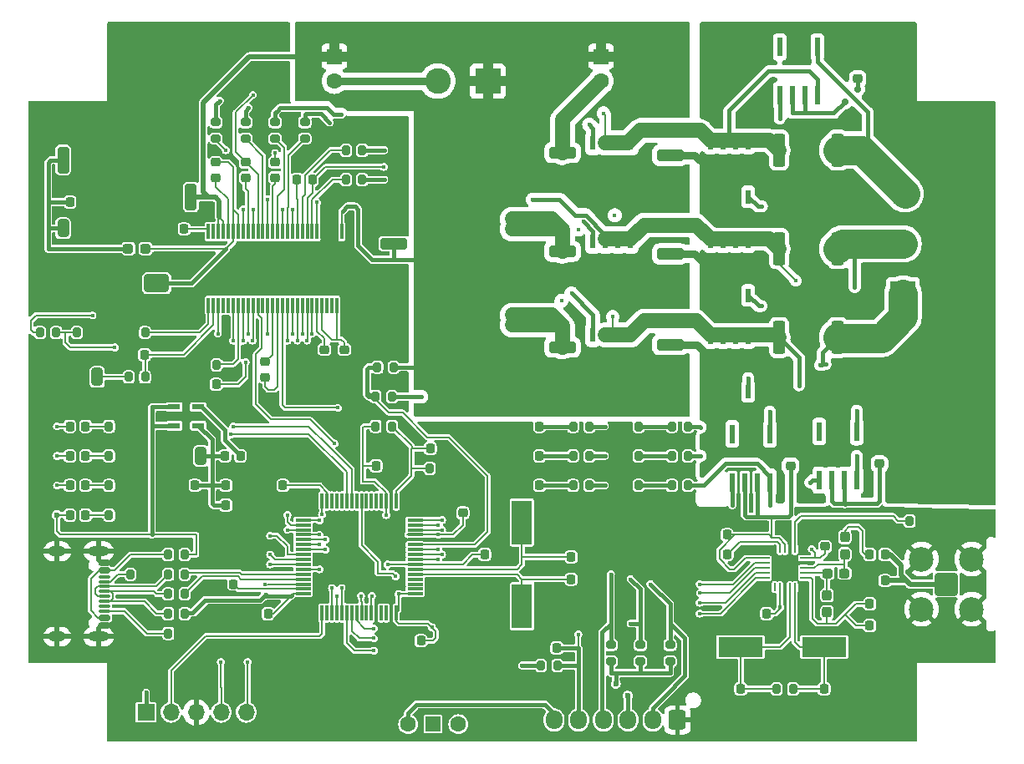
<source format=gbr>
%TF.GenerationSoftware,KiCad,Pcbnew,8.0.2*%
%TF.CreationDate,2024-10-03T19:13:02-03:00*%
%TF.ProjectId,ESCX,45534358-2e6b-4696-9361-645f70636258,rev?*%
%TF.SameCoordinates,Original*%
%TF.FileFunction,Copper,L1,Top*%
%TF.FilePolarity,Positive*%
%FSLAX46Y46*%
G04 Gerber Fmt 4.6, Leading zero omitted, Abs format (unit mm)*
G04 Created by KiCad (PCBNEW 8.0.2) date 2024-10-03 19:13:02*
%MOMM*%
%LPD*%
G01*
G04 APERTURE LIST*
G04 Aperture macros list*
%AMRoundRect*
0 Rectangle with rounded corners*
0 $1 Rounding radius*
0 $2 $3 $4 $5 $6 $7 $8 $9 X,Y pos of 4 corners*
0 Add a 4 corners polygon primitive as box body*
4,1,4,$2,$3,$4,$5,$6,$7,$8,$9,$2,$3,0*
0 Add four circle primitives for the rounded corners*
1,1,$1+$1,$2,$3*
1,1,$1+$1,$4,$5*
1,1,$1+$1,$6,$7*
1,1,$1+$1,$8,$9*
0 Add four rect primitives between the rounded corners*
20,1,$1+$1,$2,$3,$4,$5,0*
20,1,$1+$1,$4,$5,$6,$7,0*
20,1,$1+$1,$6,$7,$8,$9,0*
20,1,$1+$1,$8,$9,$2,$3,0*%
G04 Aperture macros list end*
%TA.AperFunction,SMDPad,CuDef*%
%ADD10RoundRect,0.237500X0.287500X0.237500X-0.287500X0.237500X-0.287500X-0.237500X0.287500X-0.237500X0*%
%TD*%
%TA.AperFunction,ComponentPad*%
%ADD11R,2.600000X2.600000*%
%TD*%
%TA.AperFunction,ComponentPad*%
%ADD12C,2.600000*%
%TD*%
%TA.AperFunction,SMDPad,CuDef*%
%ADD13RoundRect,0.225000X-0.225000X-0.250000X0.225000X-0.250000X0.225000X0.250000X-0.225000X0.250000X0*%
%TD*%
%TA.AperFunction,SMDPad,CuDef*%
%ADD14RoundRect,0.250000X1.100000X-0.325000X1.100000X0.325000X-1.100000X0.325000X-1.100000X-0.325000X0*%
%TD*%
%TA.AperFunction,SMDPad,CuDef*%
%ADD15RoundRect,0.200000X0.200000X0.275000X-0.200000X0.275000X-0.200000X-0.275000X0.200000X-0.275000X0*%
%TD*%
%TA.AperFunction,ComponentPad*%
%ADD16RoundRect,0.200100X-0.949900X0.949900X-0.949900X-0.949900X0.949900X-0.949900X0.949900X0.949900X0*%
%TD*%
%TA.AperFunction,ComponentPad*%
%ADD17C,2.500000*%
%TD*%
%TA.AperFunction,SMDPad,CuDef*%
%ADD18RoundRect,0.218750X0.218750X0.256250X-0.218750X0.256250X-0.218750X-0.256250X0.218750X-0.256250X0*%
%TD*%
%TA.AperFunction,SMDPad,CuDef*%
%ADD19RoundRect,0.200000X-0.200000X-0.275000X0.200000X-0.275000X0.200000X0.275000X-0.200000X0.275000X0*%
%TD*%
%TA.AperFunction,SMDPad,CuDef*%
%ADD20RoundRect,0.200000X-0.275000X0.200000X-0.275000X-0.200000X0.275000X-0.200000X0.275000X0.200000X0*%
%TD*%
%TA.AperFunction,SMDPad,CuDef*%
%ADD21RoundRect,0.225000X-0.250000X0.225000X-0.250000X-0.225000X0.250000X-0.225000X0.250000X0.225000X0*%
%TD*%
%TA.AperFunction,SMDPad,CuDef*%
%ADD22RoundRect,0.225000X0.225000X0.250000X-0.225000X0.250000X-0.225000X-0.250000X0.225000X-0.250000X0*%
%TD*%
%TA.AperFunction,SMDPad,CuDef*%
%ADD23RoundRect,0.225000X0.250000X-0.225000X0.250000X0.225000X-0.250000X0.225000X-0.250000X-0.225000X0*%
%TD*%
%TA.AperFunction,ComponentPad*%
%ADD24R,1.500000X1.500000*%
%TD*%
%TA.AperFunction,ComponentPad*%
%ADD25C,1.600000*%
%TD*%
%TA.AperFunction,SMDPad,CuDef*%
%ADD26R,0.558800X1.981200*%
%TD*%
%TA.AperFunction,SMDPad,CuDef*%
%ADD27R,0.300000X1.550000*%
%TD*%
%TA.AperFunction,SMDPad,CuDef*%
%ADD28R,6.350000X3.610000*%
%TD*%
%TA.AperFunction,SMDPad,CuDef*%
%ADD29RoundRect,0.250000X-0.362500X-1.425000X0.362500X-1.425000X0.362500X1.425000X-0.362500X1.425000X0*%
%TD*%
%TA.AperFunction,SMDPad,CuDef*%
%ADD30R,1.270000X0.558800*%
%TD*%
%TA.AperFunction,SMDPad,CuDef*%
%ADD31RoundRect,0.250000X-0.325000X-1.100000X0.325000X-1.100000X0.325000X1.100000X-0.325000X1.100000X0*%
%TD*%
%TA.AperFunction,SMDPad,CuDef*%
%ADD32RoundRect,0.075000X0.700000X0.075000X-0.700000X0.075000X-0.700000X-0.075000X0.700000X-0.075000X0*%
%TD*%
%TA.AperFunction,SMDPad,CuDef*%
%ADD33RoundRect,0.075000X0.075000X0.700000X-0.075000X0.700000X-0.075000X-0.700000X0.075000X-0.700000X0*%
%TD*%
%TA.AperFunction,SMDPad,CuDef*%
%ADD34RoundRect,0.062500X-0.350000X-0.062500X0.350000X-0.062500X0.350000X0.062500X-0.350000X0.062500X0*%
%TD*%
%TA.AperFunction,SMDPad,CuDef*%
%ADD35RoundRect,0.062500X-0.062500X-0.350000X0.062500X-0.350000X0.062500X0.350000X-0.062500X0.350000X0*%
%TD*%
%TA.AperFunction,HeatsinkPad*%
%ADD36R,2.500000X2.500000*%
%TD*%
%TA.AperFunction,SMDPad,CuDef*%
%ADD37RoundRect,0.237500X-0.237500X0.287500X-0.237500X-0.287500X0.237500X-0.287500X0.237500X0.287500X0*%
%TD*%
%TA.AperFunction,SMDPad,CuDef*%
%ADD38RoundRect,0.250000X-0.325000X-0.650000X0.325000X-0.650000X0.325000X0.650000X-0.325000X0.650000X0*%
%TD*%
%TA.AperFunction,ComponentPad*%
%ADD39RoundRect,0.250000X0.600000X0.725000X-0.600000X0.725000X-0.600000X-0.725000X0.600000X-0.725000X0*%
%TD*%
%TA.AperFunction,ComponentPad*%
%ADD40O,1.700000X1.950000*%
%TD*%
%TA.AperFunction,SMDPad,CuDef*%
%ADD41R,0.558800X1.460500*%
%TD*%
%TA.AperFunction,SMDPad,CuDef*%
%ADD42RoundRect,0.150000X-0.425000X0.150000X-0.425000X-0.150000X0.425000X-0.150000X0.425000X0.150000X0*%
%TD*%
%TA.AperFunction,SMDPad,CuDef*%
%ADD43RoundRect,0.075000X-0.500000X0.075000X-0.500000X-0.075000X0.500000X-0.075000X0.500000X0.075000X0*%
%TD*%
%TA.AperFunction,ComponentPad*%
%ADD44O,2.100000X1.000000*%
%TD*%
%TA.AperFunction,ComponentPad*%
%ADD45O,1.800000X1.000000*%
%TD*%
%TA.AperFunction,SMDPad,CuDef*%
%ADD46R,2.000000X4.500000*%
%TD*%
%TA.AperFunction,SMDPad,CuDef*%
%ADD47RoundRect,0.237500X0.237500X-0.287500X0.237500X0.287500X-0.237500X0.287500X-0.237500X-0.287500X0*%
%TD*%
%TA.AperFunction,SMDPad,CuDef*%
%ADD48RoundRect,0.250000X1.000000X0.650000X-1.000000X0.650000X-1.000000X-0.650000X1.000000X-0.650000X0*%
%TD*%
%TA.AperFunction,SMDPad,CuDef*%
%ADD49RoundRect,0.250000X0.325000X1.100000X-0.325000X1.100000X-0.325000X-1.100000X0.325000X-1.100000X0*%
%TD*%
%TA.AperFunction,ComponentPad*%
%ADD50R,1.700000X1.700000*%
%TD*%
%TA.AperFunction,ComponentPad*%
%ADD51O,1.700000X1.700000*%
%TD*%
%TA.AperFunction,SMDPad,CuDef*%
%ADD52RoundRect,0.218750X-0.218750X-0.256250X0.218750X-0.256250X0.218750X0.256250X-0.218750X0.256250X0*%
%TD*%
%TA.AperFunction,ComponentPad*%
%ADD53R,1.600000X1.600000*%
%TD*%
%TA.AperFunction,SMDPad,CuDef*%
%ADD54R,4.500000X2.000000*%
%TD*%
%TA.AperFunction,SMDPad,CuDef*%
%ADD55RoundRect,0.250000X0.325000X0.650000X-0.325000X0.650000X-0.325000X-0.650000X0.325000X-0.650000X0*%
%TD*%
%TA.AperFunction,ViaPad*%
%ADD56C,0.400000*%
%TD*%
%TA.AperFunction,ViaPad*%
%ADD57C,0.700000*%
%TD*%
%TA.AperFunction,ViaPad*%
%ADD58C,0.600000*%
%TD*%
%TA.AperFunction,Conductor*%
%ADD59C,0.200000*%
%TD*%
%TA.AperFunction,Conductor*%
%ADD60C,0.177800*%
%TD*%
%TA.AperFunction,Conductor*%
%ADD61C,0.400000*%
%TD*%
%TA.AperFunction,Conductor*%
%ADD62C,0.508000*%
%TD*%
%TA.AperFunction,Conductor*%
%ADD63C,1.500000*%
%TD*%
%TA.AperFunction,Conductor*%
%ADD64C,3.000000*%
%TD*%
%TA.AperFunction,Conductor*%
%ADD65C,0.800000*%
%TD*%
G04 APERTURE END LIST*
D10*
%TO.P,L2,1,1*%
%TO.N,Net-(D4-K)*%
X111875000Y-83000000D03*
%TO.P,L2,2,2*%
%TO.N,+5V*%
X110125000Y-83000000D03*
%TD*%
D11*
%TO.P,J10,1,Pin_1*%
%TO.N,/power/PH_C*%
X188600000Y-87580000D03*
D12*
%TO.P,J10,2,Pin_2*%
%TO.N,/power/PH_B*%
X188600000Y-82500000D03*
%TO.P,J10,3,Pin_3*%
%TO.N,/power/PH_A*%
X188600000Y-77420000D03*
%TD*%
D13*
%TO.P,C4,1*%
%TO.N,/MCU/NRST*%
X146225000Y-114000000D03*
%TO.P,C4,2*%
%TO.N,GND1*%
X147775000Y-114000000D03*
%TD*%
D14*
%TO.P,C54,1*%
%TO.N,SUPPLY*%
X165000000Y-95674150D03*
%TO.P,C54,2*%
%TO.N,GND2*%
X165000000Y-92724150D03*
%TD*%
D15*
%TO.P,R11,1*%
%TO.N,/DRV8301/SH_C*%
X166825000Y-107000000D03*
%TO.P,R11,2*%
%TO.N,/DRV8301/SENS_C*%
X165175000Y-107000000D03*
%TD*%
D13*
%TO.P,C37,1*%
%TO.N,Net-(U4-VDD_PA)*%
X185225000Y-119000000D03*
%TO.P,C37,2*%
%TO.N,GND1*%
X186775000Y-119000000D03*
%TD*%
D14*
%TO.P,C50,1*%
%TO.N,SUPPLY*%
X165000000Y-86475000D03*
%TO.P,C50,2*%
%TO.N,GND2*%
X165000000Y-83525000D03*
%TD*%
D13*
%TO.P,C2,1*%
%TO.N,GND1*%
X124225000Y-107000000D03*
%TO.P,C2,2*%
%TO.N,Net-(U1-VCAP1)*%
X125775000Y-107000000D03*
%TD*%
D16*
%TO.P,J2,1,In*%
%TO.N,Net-(J2-In)*%
X193000000Y-117000000D03*
D17*
%TO.P,J2,2,Ext*%
%TO.N,GND1*%
X195540000Y-114460000D03*
X190460000Y-114460000D03*
X195540000Y-119540000D03*
X190460000Y-119540000D03*
%TD*%
D13*
%TO.P,C56,1*%
%TO.N,GND1*%
X151975000Y-123500000D03*
%TO.P,C56,2*%
%TO.N,/MCU/TEMP_MOTOR*%
X153525000Y-123500000D03*
%TD*%
D15*
%TO.P,R3,1*%
%TO.N,GND1*%
X109825000Y-107000000D03*
%TO.P,R3,2*%
%TO.N,Net-(D3-K)*%
X108175000Y-107000000D03*
%TD*%
D11*
%TO.P,J11,1,Pin_1*%
%TO.N,SUPPLY*%
X146545000Y-66000000D03*
D12*
%TO.P,J11,2,Pin_2*%
%TO.N,GND2*%
X141465000Y-66000000D03*
%TD*%
D18*
%TO.P,D1,1,K*%
%TO.N,Net-(D1-K)*%
X105787500Y-104000000D03*
%TO.P,D1,2,A*%
%TO.N,/MCU/LED_RED*%
X104212500Y-104000000D03*
%TD*%
D15*
%TO.P,R7,1*%
%TO.N,Net-(U3-DTC)*%
X119075000Y-94750000D03*
%TO.P,R7,2*%
%TO.N,GND1*%
X117425000Y-94750000D03*
%TD*%
D19*
%TO.P,R8,1*%
%TO.N,GND1*%
X110175000Y-91500000D03*
%TO.P,R8,2*%
%TO.N,Net-(U3-RT_CLK)*%
X111825000Y-91500000D03*
%TD*%
%TO.P,R1,1*%
%TO.N,Net-(D1-K)*%
X108175000Y-104000000D03*
%TO.P,R1,2*%
%TO.N,GND1*%
X109825000Y-104000000D03*
%TD*%
D15*
%TO.P,R16,1*%
%TO.N,Net-(U4-XC1)*%
X177450000Y-127625000D03*
%TO.P,R16,2*%
%TO.N,Net-(U4-XC2)*%
X175800000Y-127625000D03*
%TD*%
D20*
%TO.P,R26,1*%
%TO.N,Net-(Q3-Pad1)*%
X125000000Y-70175000D03*
%TO.P,R26,2*%
%TO.N,/DRV8301/GH_B*%
X125000000Y-71825000D03*
%TD*%
D21*
%TO.P,C27,1*%
%TO.N,/DRV8301/SH_B*%
X125000000Y-74225000D03*
%TO.P,C27,2*%
%TO.N,Net-(U3-BST_B)*%
X125000000Y-75775000D03*
%TD*%
D14*
%TO.P,C46,1*%
%TO.N,SUPPLY*%
X165000000Y-76475000D03*
%TO.P,C46,2*%
%TO.N,GND2*%
X165000000Y-73525000D03*
%TD*%
D15*
%TO.P,R5,1*%
%TO.N,Net-(U3-VSENSE)*%
X102825000Y-91500000D03*
%TO.P,R5,2*%
%TO.N,+5V*%
X101175000Y-91500000D03*
%TD*%
D20*
%TO.P,R19,1*%
%TO.N,Net-(Q2-Pad1)*%
X122000000Y-70175000D03*
%TO.P,R19,2*%
%TO.N,/DRV8301/GL_A*%
X122000000Y-71825000D03*
%TD*%
D19*
%TO.P,R2,1*%
%TO.N,Net-(D2-K)*%
X108175000Y-101000000D03*
%TO.P,R2,2*%
%TO.N,GND1*%
X109825000Y-101000000D03*
%TD*%
D22*
%TO.P,C39,1*%
%TO.N,Net-(J2-In)*%
X186775000Y-114000000D03*
%TO.P,C39,2*%
%TO.N,Net-(C39-Pad2)*%
X185225000Y-114000000D03*
%TD*%
D19*
%TO.P,R25,1*%
%TO.N,/MCU/ADC_TEMP*%
X140675000Y-105250000D03*
%TO.P,R25,2*%
%TO.N,GND1*%
X142325000Y-105250000D03*
%TD*%
%TO.P,R13,1*%
%TO.N,GND1*%
X160175000Y-101000000D03*
%TO.P,R13,2*%
%TO.N,/DRV8301/SENS_A*%
X161825000Y-101000000D03*
%TD*%
D23*
%TO.P,C51,1*%
%TO.N,+3.3V*%
X177200000Y-105000000D03*
%TO.P,C51,2*%
%TO.N,GND2*%
X177200000Y-103450000D03*
%TD*%
D24*
%TO.P,SW1,1,A*%
%TO.N,+3.3V*%
X141000000Y-131200000D03*
D25*
%TO.P,SW1,2,B*%
%TO.N,Net-(J8-Pin_6)*%
X138460000Y-131200000D03*
%TO.P,SW1,3,C*%
%TO.N,+5V*%
X143540000Y-131200000D03*
%TD*%
D22*
%TO.P,C31,1*%
%TO.N,+3.3V*%
X170775000Y-112000000D03*
%TO.P,C31,2*%
%TO.N,GND1*%
X169225000Y-112000000D03*
%TD*%
D26*
%TO.P,U7,1,IN-*%
%TO.N,/power/PH_C*%
X175105000Y-101761200D03*
%TO.P,U7,2,GND*%
%TO.N,GND2*%
X173835000Y-101761200D03*
%TO.P,U7,3,REF2*%
X172565000Y-101761200D03*
%TO.P,U7,4,NC*%
%TO.N,unconnected-(U7-NC-Pad4)*%
X171295000Y-101761200D03*
%TO.P,U7,5,OUT*%
%TO.N,/power/C_C*%
X171295000Y-106688800D03*
%TO.P,U7,6,VS*%
%TO.N,+3.3V*%
X172565000Y-106688800D03*
%TO.P,U7,7,REF1*%
X173835000Y-106688800D03*
%TO.P,U7,8,IN+*%
%TO.N,/DRV8301/SH_C*%
X175105000Y-106688800D03*
%TD*%
D22*
%TO.P,C25,1*%
%TO.N,Net-(U3-SS_TR)*%
X115775000Y-81000000D03*
%TO.P,C25,2*%
%TO.N,GND1*%
X114225000Y-81000000D03*
%TD*%
D27*
%TO.P,U3,1,RT_CLK*%
%TO.N,Net-(U3-RT_CLK)*%
X118250000Y-88750000D03*
%TO.P,U3,2,COMP*%
%TO.N,Net-(U3-COMP)*%
X118750000Y-88750000D03*
%TO.P,U3,3,VSENSE*%
%TO.N,Net-(U3-VSENSE)*%
X119250000Y-88750000D03*
%TO.P,U3,4,PWRGD*%
%TO.N,unconnected-(U3-PWRGD-Pad4)*%
X119750000Y-88750000D03*
%TO.P,U3,5,OCTW*%
%TO.N,unconnected-(U3-OCTW-Pad5)*%
X120250000Y-88750000D03*
%TO.P,U3,6,FAULT*%
%TO.N,/DRV8301/FAULT*%
X120750000Y-88750000D03*
%TO.P,U3,7,DTC*%
%TO.N,Net-(U3-DTC)*%
X121250000Y-88750000D03*
%TO.P,U3,8,M_PWM*%
%TO.N,/DRV8301/CS*%
X121750000Y-88750000D03*
%TO.P,U3,9,M_OC*%
%TO.N,/DRV8301/SDI*%
X122250000Y-88750000D03*
%TO.P,U3,10,GAIN*%
%TO.N,/DRV8301/SDO*%
X122750000Y-88750000D03*
%TO.P,U3,11,OC_ADJ*%
%TO.N,/DRV8301/SCLK*%
X123250000Y-88750000D03*
%TO.P,U3,12,DC_CAL*%
%TO.N,unconnected-(U3-DC_CAL-Pad12)*%
X123750000Y-88750000D03*
%TO.P,U3,13,GVDD*%
%TO.N,Net-(U3-GVDD)*%
X124250000Y-88750000D03*
%TO.P,U3,14,CP1*%
%TO.N,Net-(U3-CP1)*%
X124750000Y-88750000D03*
%TO.P,U3,15,CP2*%
%TO.N,Net-(U3-CP2)*%
X125250000Y-88750000D03*
%TO.P,U3,16,EN_GATE*%
%TO.N,/DRV8301/EN_GATE*%
X125750000Y-88750000D03*
%TO.P,U3,17,INH_A*%
%TO.N,/DRV8301/INH_A*%
X126250000Y-88750000D03*
%TO.P,U3,18,INL_A*%
%TO.N,/DRV8301/INL_A*%
X126750000Y-88750000D03*
%TO.P,U3,19,INH_B*%
%TO.N,/DRV8301/INH_B*%
X127250000Y-88750000D03*
%TO.P,U3,20,INL_B*%
%TO.N,/DRV8301/INL_B*%
X127750000Y-88750000D03*
%TO.P,U3,21,INH_C*%
%TO.N,/DRV8301/INH_C*%
X128250000Y-88750000D03*
%TO.P,U3,22,INL_C*%
%TO.N,/DRV8301/INL_C*%
X128750000Y-88750000D03*
%TO.P,U3,23,DVDD*%
%TO.N,Net-(U3-DVDD)*%
X129250000Y-88750000D03*
%TO.P,U3,24,REF*%
%TO.N,Net-(U3-AVDD)*%
X129750000Y-88750000D03*
%TO.P,U3,25,SO1*%
%TO.N,unconnected-(U3-SO1-Pad25)*%
X130250000Y-88750000D03*
%TO.P,U3,26,SO2*%
%TO.N,unconnected-(U3-SO2-Pad26)*%
X130750000Y-88750000D03*
%TO.P,U3,27,AVDD*%
%TO.N,Net-(U3-AVDD)*%
X131250000Y-88750000D03*
%TO.P,U3,28,AGND*%
%TO.N,GND1*%
X131750000Y-88750000D03*
%TO.P,U3,29,PVDD1*%
%TO.N,SUPPLY*%
X131750000Y-81250000D03*
%TO.P,U3,30,SP2*%
%TO.N,GND1*%
X131250000Y-81250000D03*
%TO.P,U3,31,SN2*%
X130750000Y-81250000D03*
%TO.P,U3,32,SP1*%
X130250000Y-81250000D03*
%TO.P,U3,33,SN1*%
X129750000Y-81250000D03*
%TO.P,U3,34,SL_C*%
%TO.N,GND2*%
X129250000Y-81250000D03*
%TO.P,U3,35,GL_C*%
%TO.N,/DRV8301/GL_C*%
X128750000Y-81250000D03*
%TO.P,U3,36,SH_C*%
%TO.N,/DRV8301/SH_C*%
X128250000Y-81250000D03*
%TO.P,U3,37,GH_C*%
%TO.N,/DRV8301/GH_C*%
X127750000Y-81250000D03*
%TO.P,U3,38,BST_C*%
%TO.N,Net-(U3-BST_C)*%
X127250000Y-81250000D03*
%TO.P,U3,39,SL_B*%
%TO.N,GND2*%
X126750000Y-81250000D03*
%TO.P,U3,40,GL_B*%
%TO.N,/DRV8301/GL_B*%
X126250000Y-81250000D03*
%TO.P,U3,41,SH_B*%
%TO.N,/DRV8301/SH_B*%
X125750000Y-81250000D03*
%TO.P,U3,42,GH_B*%
%TO.N,/DRV8301/GH_B*%
X125250000Y-81250000D03*
%TO.P,U3,43,BST_B*%
%TO.N,Net-(U3-BST_B)*%
X124750000Y-81250000D03*
%TO.P,U3,44,SL_A*%
%TO.N,GND2*%
X124250000Y-81250000D03*
%TO.P,U3,45,GL_A*%
%TO.N,/DRV8301/GL_A*%
X123750000Y-81250000D03*
%TO.P,U3,46,SH_A*%
%TO.N,/DRV8301/SH_A*%
X123250000Y-81250000D03*
%TO.P,U3,47,GH_A*%
%TO.N,/DRV8301/GH_A*%
X122750000Y-81250000D03*
%TO.P,U3,48,BST_A*%
%TO.N,Net-(U3-BST_A)*%
X122250000Y-81250000D03*
%TO.P,U3,49,BIAS*%
%TO.N,+3.3V*%
X121750000Y-81250000D03*
%TO.P,U3,50,PH*%
%TO.N,Net-(D4-K)*%
X121250000Y-81250000D03*
%TO.P,U3,51,PH*%
X120750000Y-81250000D03*
%TO.P,U3,52,BST_BK*%
%TO.N,Net-(U3-BST_BK)*%
X120250000Y-81250000D03*
%TO.P,U3,53,PVDD2*%
%TO.N,SUPPLY*%
X119750000Y-81250000D03*
%TO.P,U3,54,PVDD2*%
X119250000Y-81250000D03*
%TO.P,U3,55,EN_BUCK*%
%TO.N,unconnected-(U3-EN_BUCK-Pad55)*%
X118750000Y-81250000D03*
%TO.P,U3,56,SS_TR*%
%TO.N,Net-(U3-SS_TR)*%
X118250000Y-81250000D03*
D28*
%TO.P,U3,57,GND(POWER_PAD)*%
%TO.N,GND1*%
X125000000Y-85000000D03*
%TD*%
D21*
%TO.P,C16,1*%
%TO.N,Net-(U3-DVDD)*%
X130000000Y-93225000D03*
%TO.P,C16,2*%
%TO.N,GND1*%
X130000000Y-94775000D03*
%TD*%
D29*
%TO.P,R30,1*%
%TO.N,/DRV8301/SH_C*%
X176037500Y-92000000D03*
%TO.P,R30,2*%
%TO.N,/power/PH_C*%
X181962500Y-92000000D03*
%TD*%
D30*
%TO.P,U2,1,Vin*%
%TO.N,+5V*%
X114780800Y-99047500D03*
%TO.P,U2,2,GND*%
%TO.N,GND1*%
X114780800Y-100000000D03*
%TO.P,U2,3,EN*%
%TO.N,+5V*%
X114780800Y-100952500D03*
%TO.P,U2,4,FB*%
%TO.N,+3.3V*%
X117219200Y-100952500D03*
%TO.P,U2,5,SW*%
%TO.N,Net-(U2-SW)*%
X117219200Y-99047500D03*
%TD*%
D26*
%TO.P,U6,1,IN-*%
%TO.N,/power/PH_B*%
X183905000Y-101536200D03*
%TO.P,U6,2,GND*%
%TO.N,GND2*%
X182635000Y-101536200D03*
%TO.P,U6,3,REF2*%
X181365000Y-101536200D03*
%TO.P,U6,4,NC*%
%TO.N,unconnected-(U6-NC-Pad4)*%
X180095000Y-101536200D03*
%TO.P,U6,5,OUT*%
%TO.N,/power/C_B*%
X180095000Y-106463800D03*
%TO.P,U6,6,VS*%
%TO.N,+3.3V*%
X181365000Y-106463800D03*
%TO.P,U6,7,REF1*%
X182635000Y-106463800D03*
%TO.P,U6,8,IN+*%
%TO.N,/DRV8301/SH_B*%
X183905000Y-106463800D03*
%TD*%
D31*
%TO.P,C12,1*%
%TO.N,+5V*%
X103525000Y-74000000D03*
%TO.P,C12,2*%
%TO.N,GND1*%
X106475000Y-74000000D03*
%TD*%
D32*
%TO.P,U1,1,VBAT*%
%TO.N,+3.3V*%
X139175000Y-118000000D03*
%TO.P,U1,2,PC13_(RTC_AF1)*%
%TO.N,unconnected-(U1-PC13_(RTC_AF1)-Pad2)*%
X139175000Y-117500000D03*
%TO.P,U1,3,PC14-OSC32_IN*%
%TO.N,unconnected-(U1-PC14-OSC32_IN-Pad3)*%
X139175000Y-117000000D03*
%TO.P,U1,4,PC15-OSC32_OUT*%
%TO.N,unconnected-(U1-PC15-OSC32_OUT-Pad4)*%
X139175000Y-116500000D03*
%TO.P,U1,5,PH0-OSC_IN*%
%TO.N,Net-(U1-PH0-OSC_IN)*%
X139175000Y-116000000D03*
%TO.P,U1,6,PH1-OSC_OUT*%
%TO.N,Net-(U1-PH1-OSC_OUT)*%
X139175000Y-115500000D03*
%TO.P,U1,7,NRST*%
%TO.N,/MCU/NRST*%
X139175000Y-115000000D03*
%TO.P,U1,8,PC0(ADC123_IN10)*%
%TO.N,/MCU/CURRENT_1*%
X139175000Y-114500000D03*
%TO.P,U1,9,PC1(ADC123_IN11)*%
%TO.N,/MCU/CURRENT_2*%
X139175000Y-114000000D03*
%TO.P,U1,10,PC2(ADC123_IN12)*%
%TO.N,/MCU/CURRENT_3*%
X139175000Y-113500000D03*
%TO.P,U1,11,PC3(ADC123_IN13)*%
%TO.N,/MCU/AN_IN*%
X139175000Y-113000000D03*
%TO.P,U1,12,VSSA*%
%TO.N,GND1*%
X139175000Y-112500000D03*
%TO.P,U1,13,VDDA*%
%TO.N,+3.3V*%
X139175000Y-112000000D03*
%TO.P,U1,14,PA0(ADC123_IN0/WKUP)*%
%TO.N,/DRV8301/SENS_A*%
X139175000Y-111500000D03*
%TO.P,U1,15,PA1(ADC123_IN1)*%
%TO.N,/DRV8301/SENS_B*%
X139175000Y-111000000D03*
%TO.P,U1,16,PA2(ADC123_IN2)*%
%TO.N,/DRV8301/SENS_C*%
X139175000Y-110500000D03*
D33*
%TO.P,U1,17,PA3(ADC123_IN3)*%
%TO.N,/MCU/ADC_TEMP*%
X137250000Y-108575000D03*
%TO.P,U1,18,VSS*%
%TO.N,GND1*%
X136750000Y-108575000D03*
%TO.P,U1,19,VDD*%
%TO.N,+3.3V*%
X136250000Y-108575000D03*
%TO.P,U1,20,PA4(ADC12_IN4/DAC1_OUT)*%
%TO.N,unconnected-(U1-PA4(ADC12_IN4{slash}DAC1_OUT)-Pad20)*%
X135750000Y-108575000D03*
%TO.P,U1,21,PA5(ADC12_IN5/DAC2_OUT)*%
%TO.N,unconnected-(U1-PA5(ADC12_IN5{slash}DAC2_OUT)-Pad21)*%
X135250000Y-108575000D03*
%TO.P,U1,22,PA6(ADC12_IN6)*%
%TO.N,unconnected-(U1-PA6(ADC12_IN6)-Pad22)*%
X134750000Y-108575000D03*
%TO.P,U1,23,PA7(ADC12_IN7)*%
%TO.N,unconnected-(U1-PA7(ADC12_IN7)-Pad23)*%
X134250000Y-108575000D03*
%TO.P,U1,24,PC4(ADC12_IN14)*%
%TO.N,/MCU/TEMP_MOTOR*%
X133750000Y-108575000D03*
%TO.P,U1,25,PC5(ADC12_IN15)*%
%TO.N,unconnected-(U1-PC5(ADC12_IN15)-Pad25)*%
X133250000Y-108575000D03*
%TO.P,U1,26,PB0(ADC12_IN8)*%
%TO.N,/MCU/LED_GREEN*%
X132750000Y-108575000D03*
%TO.P,U1,27,PB1(ADC12_IN9)*%
%TO.N,/MCU/LED_RED*%
X132250000Y-108575000D03*
%TO.P,U1,28,PB2-BOOT1*%
%TO.N,unconnected-(U1-PB2-BOOT1-Pad28)*%
X131750000Y-108575000D03*
%TO.P,U1,29,PB10*%
%TO.N,unconnected-(U1-PB10-Pad29)*%
X131250000Y-108575000D03*
%TO.P,U1,30,PB11*%
%TO.N,unconnected-(U1-PB11-Pad30)*%
X130750000Y-108575000D03*
%TO.P,U1,31,VCAP1*%
%TO.N,Net-(U1-VCAP1)*%
X130250000Y-108575000D03*
%TO.P,U1,32,VDD*%
%TO.N,+3.3V*%
X129750000Y-108575000D03*
D32*
%TO.P,U1,33,PB12*%
%TO.N,/MCU/PB12*%
X127825000Y-110500000D03*
%TO.P,U1,34,PB13(OTG_HS_VBUS)*%
%TO.N,/DRV8301/INL_A*%
X127825000Y-111000000D03*
%TO.P,U1,35,PB14*%
%TO.N,/DRV8301/INL_B*%
X127825000Y-111500000D03*
%TO.P,U1,36,PB15*%
%TO.N,/DRV8301/INL_C*%
X127825000Y-112000000D03*
%TO.P,U1,37,PC6*%
%TO.N,/MCU/HALL_1*%
X127825000Y-112500000D03*
%TO.P,U1,38,PC7*%
%TO.N,/MCU/HALL_2*%
X127825000Y-113000000D03*
%TO.P,U1,39,PC8*%
%TO.N,/MCU/HALL_3*%
X127825000Y-113500000D03*
%TO.P,U1,40,PC9*%
%TO.N,/DRV8301/CS*%
X127825000Y-114000000D03*
%TO.P,U1,41,PA8*%
%TO.N,/DRV8301/INH_A*%
X127825000Y-114500000D03*
%TO.P,U1,42,PA9(OTG_FS_VBUS)*%
%TO.N,/DRV8301/INH_B*%
X127825000Y-115000000D03*
%TO.P,U1,43,PA10*%
%TO.N,/DRV8301/INH_C*%
X127825000Y-115500000D03*
%TO.P,U1,44,PA11*%
%TO.N,/MCU/USB_DM*%
X127825000Y-116000000D03*
%TO.P,U1,45,PA12*%
%TO.N,/MCU/USB_DP*%
X127825000Y-116500000D03*
%TO.P,U1,46,PA13(JTMS-SWDIO)*%
%TO.N,/MCU/SWDIO*%
X127825000Y-117000000D03*
%TO.P,U1,47,VCAP2*%
%TO.N,Net-(U1-VCAP2)*%
X127825000Y-117500000D03*
%TO.P,U1,48,VDD*%
%TO.N,+3.3V*%
X127825000Y-118000000D03*
D33*
%TO.P,U1,49,PA14(JTCK-SWCLK)*%
%TO.N,/MCU/SWCLK*%
X129750000Y-119925000D03*
%TO.P,U1,50,PA15(JTDI)*%
%TO.N,unconnected-(U1-PA15(JTDI)-Pad50)*%
X130250000Y-119925000D03*
%TO.P,U1,51,PC10*%
%TO.N,/DRV8301/SCLK*%
X130750000Y-119925000D03*
%TO.P,U1,52,PC11*%
%TO.N,/DRV8301/SDO*%
X131250000Y-119925000D03*
%TO.P,U1,53,PC12*%
%TO.N,/DRV8301/SDI*%
X131750000Y-119925000D03*
%TO.P,U1,54,PD2*%
%TO.N,/MCU/PD2*%
X132250000Y-119925000D03*
%TO.P,U1,55,PB3(JTDO/TRACESWO)*%
%TO.N,/MCU/PB3*%
X132750000Y-119925000D03*
%TO.P,U1,56,PB4(NJTRST)*%
%TO.N,/MCU/PB4*%
X133250000Y-119925000D03*
%TO.P,U1,57,PB5*%
%TO.N,/DRV8301/EN_GATE*%
X133750000Y-119925000D03*
%TO.P,U1,58,PB6*%
%TO.N,unconnected-(U1-PB6-Pad58)*%
X134250000Y-119925000D03*
%TO.P,U1,59,PB7*%
%TO.N,/DRV8301/FAULT*%
X134750000Y-119925000D03*
%TO.P,U1,60,BOOT0(VPP)*%
%TO.N,GND1*%
X135250000Y-119925000D03*
%TO.P,U1,61,PB8*%
%TO.N,unconnected-(U1-PB8-Pad61)*%
X135750000Y-119925000D03*
%TO.P,U1,62,PB9*%
%TO.N,unconnected-(U1-PB9-Pad62)*%
X136250000Y-119925000D03*
%TO.P,U1,63,VSS*%
%TO.N,GND1*%
X136750000Y-119925000D03*
%TO.P,U1,64,VDD*%
%TO.N,+3.3V*%
X137250000Y-119925000D03*
%TD*%
D15*
%TO.P,R22,1*%
%TO.N,/power/C_C*%
X156825000Y-104000000D03*
%TO.P,R22,2*%
%TO.N,/MCU/CURRENT_3*%
X155175000Y-104000000D03*
%TD*%
D13*
%TO.P,C3,1*%
%TO.N,GND1*%
X119225000Y-117000000D03*
%TO.P,C3,2*%
%TO.N,Net-(U1-VCAP2)*%
X120775000Y-117000000D03*
%TD*%
D20*
%TO.P,R34,1*%
%TO.N,/MCU/HALL_2*%
X162000000Y-123175000D03*
%TO.P,R34,2*%
%TO.N,Net-(J8-Pin_6)*%
X162000000Y-124825000D03*
%TD*%
D15*
%TO.P,R4,1*%
%TO.N,GND1*%
X106575000Y-91500000D03*
%TO.P,R4,2*%
%TO.N,Net-(U3-VSENSE)*%
X104925000Y-91500000D03*
%TD*%
D13*
%TO.P,C33,1*%
%TO.N,GND1*%
X169225000Y-114000000D03*
%TO.P,C33,2*%
%TO.N,Net-(U4-DVDD)*%
X170775000Y-114000000D03*
%TD*%
D34*
%TO.P,U4,1,CE*%
%TO.N,+3.3V*%
X174687500Y-114375000D03*
%TO.P,U4,2,CSN*%
%TO.N,/MCU/PB12*%
X174687500Y-114875000D03*
%TO.P,U4,3,SCK*%
%TO.N,/MCU/PB4*%
X174687500Y-115375000D03*
%TO.P,U4,4,MOSI*%
%TO.N,/MCU/PB3*%
X174687500Y-115875000D03*
%TO.P,U4,5,MISO*%
%TO.N,/MCU/PD2*%
X174687500Y-116375000D03*
D35*
%TO.P,U4,6,IRQ*%
%TO.N,/NRF/IRQ*%
X175625000Y-117312500D03*
%TO.P,U4,7,VDD*%
%TO.N,+3.3V*%
X176125000Y-117312500D03*
%TO.P,U4,8,VSS*%
%TO.N,GND1*%
X176625000Y-117312500D03*
%TO.P,U4,9,XC2*%
%TO.N,Net-(U4-XC2)*%
X177125000Y-117312500D03*
%TO.P,U4,10,XC1*%
%TO.N,Net-(U4-XC1)*%
X177625000Y-117312500D03*
D34*
%TO.P,U4,11,VDD_PA*%
%TO.N,Net-(U4-VDD_PA)*%
X178562500Y-116375000D03*
%TO.P,U4,12,ANT1*%
%TO.N,Net-(U4-ANT1)*%
X178562500Y-115875000D03*
%TO.P,U4,13,ANT2*%
%TO.N,Net-(U4-ANT2)*%
X178562500Y-115375000D03*
%TO.P,U4,14,VSS*%
%TO.N,GND1*%
X178562500Y-114875000D03*
%TO.P,U4,15,VDD*%
%TO.N,+3.3V*%
X178562500Y-114375000D03*
D35*
%TO.P,U4,16,IREF*%
%TO.N,Net-(U4-IREF)*%
X177625000Y-113437500D03*
%TO.P,U4,17,VSS*%
%TO.N,GND1*%
X177125000Y-113437500D03*
%TO.P,U4,18,VDD*%
%TO.N,+3.3V*%
X176625000Y-113437500D03*
%TO.P,U4,19,DVDD*%
%TO.N,Net-(U4-DVDD)*%
X176125000Y-113437500D03*
%TO.P,U4,20,VSS*%
%TO.N,GND1*%
X175625000Y-113437500D03*
D36*
%TO.P,U4,21,GND_PAD*%
X176625000Y-115375000D03*
%TD*%
D37*
%TO.P,L4,1,1*%
%TO.N,Net-(C39-Pad2)*%
X182700000Y-112225000D03*
%TO.P,L4,2,2*%
%TO.N,Net-(U4-ANT2)*%
X182700000Y-113975000D03*
%TD*%
D22*
%TO.P,C32,1*%
%TO.N,+3.3V*%
X174775000Y-120000000D03*
%TO.P,C32,2*%
%TO.N,GND1*%
X173225000Y-120000000D03*
%TD*%
D15*
%TO.P,R29,1*%
%TO.N,GND2*%
X136825000Y-98000000D03*
%TO.P,R29,2*%
%TO.N,/MCU/AN_IN*%
X135175000Y-98000000D03*
%TD*%
D23*
%TO.P,C47,1*%
%TO.N,+3.3V*%
X186215000Y-104800850D03*
%TO.P,C47,2*%
%TO.N,GND2*%
X186215000Y-103250850D03*
%TD*%
%TO.P,C34,1*%
%TO.N,+3.3V*%
X180700000Y-113175000D03*
%TO.P,C34,2*%
%TO.N,GND1*%
X180700000Y-111625000D03*
%TD*%
D20*
%TO.P,R18,1*%
%TO.N,Net-(Q1-Pad1)*%
X119000000Y-70175000D03*
%TO.P,R18,2*%
%TO.N,/DRV8301/GH_A*%
X119000000Y-71825000D03*
%TD*%
D38*
%TO.P,C30,1*%
%TO.N,+5V*%
X103525000Y-80930000D03*
%TO.P,C30,2*%
%TO.N,GND1*%
X106475000Y-80930000D03*
%TD*%
D39*
%TO.P,J8,1,Pin_1*%
%TO.N,GND1*%
X165750000Y-130775000D03*
D40*
%TO.P,J8,2,Pin_2*%
%TO.N,/MCU/HALL_3*%
X163250000Y-130775000D03*
%TO.P,J8,3,Pin_3*%
%TO.N,/MCU/HALL_2*%
X160750000Y-130775000D03*
%TO.P,J8,4,Pin_4*%
%TO.N,/MCU/HALL_1*%
X158250000Y-130775000D03*
%TO.P,J8,5,Pin_5*%
%TO.N,/MCU/TEMP_MOTOR*%
X155750000Y-130775000D03*
%TO.P,J8,6,Pin_6*%
%TO.N,Net-(J8-Pin_6)*%
X153250000Y-130775000D03*
%TD*%
D13*
%TO.P,C29,1*%
%TO.N,+5V*%
X104225000Y-78250000D03*
%TO.P,C29,2*%
%TO.N,GND1*%
X105775000Y-78250000D03*
%TD*%
D41*
%TO.P,Q6,1,1*%
%TO.N,Net-(Q6-Pad1)*%
X172905000Y-97448300D03*
%TO.P,Q6,2,2*%
%TO.N,/DRV8301/SH_C*%
X169095000Y-92000000D03*
X170365000Y-92000000D03*
X171635000Y-92000000D03*
X172905000Y-92000000D03*
%TO.P,Q6,3,3*%
%TO.N,GND2*%
X169095000Y-97448300D03*
X170365000Y-97448300D03*
X171635000Y-97448300D03*
%TD*%
D15*
%TO.P,R37,1*%
%TO.N,+5V*%
X115825000Y-114000000D03*
%TO.P,R37,2*%
%TO.N,Net-(J9-VBUS-PadA4)*%
X114175000Y-114000000D03*
%TD*%
D22*
%TO.P,C35,1*%
%TO.N,GND1*%
X182150000Y-127625000D03*
%TO.P,C35,2*%
%TO.N,Net-(U4-XC1)*%
X180600000Y-127625000D03*
%TD*%
D15*
%TO.P,R41,1*%
%TO.N,GND1*%
X115825000Y-122000000D03*
%TO.P,R41,2*%
%TO.N,Net-(J9-CC2)*%
X114175000Y-122000000D03*
%TD*%
D42*
%TO.P,J9,A1,GND*%
%TO.N,GND1*%
X107680000Y-114800000D03*
%TO.P,J9,A4,VBUS*%
%TO.N,Net-(J9-VBUS-PadA4)*%
X107680000Y-115600000D03*
D43*
%TO.P,J9,A5,CC1*%
%TO.N,Net-(J9-CC1)*%
X107680000Y-116750000D03*
%TO.P,J9,A6,D+*%
%TO.N,Net-(J9-D+-PadA6)*%
X107680000Y-117750000D03*
%TO.P,J9,A7,D-*%
%TO.N,Net-(J9-D--PadA7)*%
X107680000Y-118250000D03*
%TO.P,J9,A8,SBU1*%
%TO.N,unconnected-(J9-SBU1-PadA8)*%
X107680000Y-119250000D03*
D42*
%TO.P,J9,A9,VBUS*%
%TO.N,Net-(J9-VBUS-PadA4)*%
X107680000Y-120400000D03*
%TO.P,J9,A12,GND*%
%TO.N,GND1*%
X107680000Y-121200000D03*
%TO.P,J9,B1,GND*%
X107680000Y-121200000D03*
%TO.P,J9,B4,VBUS*%
%TO.N,Net-(J9-VBUS-PadA4)*%
X107680000Y-120400000D03*
D43*
%TO.P,J9,B5,CC2*%
%TO.N,Net-(J9-CC2)*%
X107680000Y-119750000D03*
%TO.P,J9,B6,D+*%
%TO.N,Net-(J9-D+-PadA6)*%
X107680000Y-118750000D03*
%TO.P,J9,B7,D-*%
%TO.N,Net-(J9-D--PadA7)*%
X107680000Y-117250000D03*
%TO.P,J9,B8,SBU2*%
%TO.N,unconnected-(J9-SBU2-PadB8)*%
X107680000Y-116250000D03*
D42*
%TO.P,J9,B9,VBUS*%
%TO.N,Net-(J9-VBUS-PadA4)*%
X107680000Y-115600000D03*
%TO.P,J9,B12,GND*%
%TO.N,GND1*%
X107680000Y-114800000D03*
D44*
%TO.P,J9,S1,SHIELD*%
X107105000Y-113680000D03*
D45*
X102925000Y-113680000D03*
D44*
X107105000Y-122320000D03*
D45*
X102925000Y-122320000D03*
%TD*%
D10*
%TO.P,L3,1,1*%
%TO.N,Net-(U4-ANT2)*%
X182675000Y-115900000D03*
%TO.P,L3,2,2*%
%TO.N,Net-(U4-ANT1)*%
X180925000Y-115900000D03*
%TD*%
D14*
%TO.P,C45,1*%
%TO.N,SUPPLY*%
X154095000Y-76199150D03*
%TO.P,C45,2*%
%TO.N,GND2*%
X154095000Y-73249150D03*
%TD*%
D23*
%TO.P,C9,1*%
%TO.N,+3.3V*%
X144000000Y-109775000D03*
%TO.P,C9,2*%
%TO.N,GND1*%
X144000000Y-108225000D03*
%TD*%
D15*
%TO.P,R31,1*%
%TO.N,Net-(Q5-Pad1)*%
X133825000Y-73000000D03*
%TO.P,R31,2*%
%TO.N,/DRV8301/GH_C*%
X132175000Y-73000000D03*
%TD*%
D13*
%TO.P,C38,1*%
%TO.N,Net-(U4-VDD_PA)*%
X185225000Y-121200000D03*
%TO.P,C38,2*%
%TO.N,GND1*%
X186775000Y-121200000D03*
%TD*%
D22*
%TO.P,C7,1*%
%TO.N,GND1*%
X156525000Y-114250000D03*
%TO.P,C7,2*%
%TO.N,Net-(U1-PH1-OSC_OUT)*%
X154975000Y-114250000D03*
%TD*%
D15*
%TO.P,R28,1*%
%TO.N,SUPPLY*%
X137000000Y-95000000D03*
%TO.P,R28,2*%
%TO.N,/MCU/AN_IN*%
X135350000Y-95000000D03*
%TD*%
D18*
%TO.P,D3,1,K*%
%TO.N,Net-(D3-K)*%
X105787500Y-107000000D03*
%TO.P,D3,2,A*%
%TO.N,+3.3V*%
X104212500Y-107000000D03*
%TD*%
D46*
%TO.P,X1,1,1*%
%TO.N,Net-(U1-PH1-OSC_OUT)*%
X150000000Y-110750000D03*
%TO.P,X1,2,2*%
%TO.N,Net-(U1-PH0-OSC_IN)*%
X150000000Y-119250000D03*
%TD*%
D47*
%TO.P,L5,1,1*%
%TO.N,Net-(U4-VDD_PA)*%
X180900000Y-119875000D03*
%TO.P,L5,2,2*%
%TO.N,Net-(U4-ANT1)*%
X180900000Y-118125000D03*
%TD*%
D26*
%TO.P,U5,1,IN-*%
%TO.N,/power/PH_A*%
X179905000Y-62536200D03*
%TO.P,U5,2,GND*%
%TO.N,GND2*%
X178635000Y-62536200D03*
%TO.P,U5,3,REF2*%
X177365000Y-62536200D03*
%TO.P,U5,4,NC*%
%TO.N,unconnected-(U5-NC-Pad4)*%
X176095000Y-62536200D03*
%TO.P,U5,5,OUT*%
%TO.N,/power/C_A*%
X176095000Y-67463800D03*
%TO.P,U5,6,VS*%
%TO.N,+3.3V*%
X177365000Y-67463800D03*
%TO.P,U5,7,REF1*%
X178635000Y-67463800D03*
%TO.P,U5,8,IN+*%
%TO.N,/DRV8301/SH_A*%
X179905000Y-67463800D03*
%TD*%
D41*
%TO.P,Q4,1,1*%
%TO.N,Net-(Q4-Pad1)*%
X172905000Y-87724150D03*
%TO.P,Q4,2,2*%
%TO.N,/DRV8301/SH_B*%
X169095000Y-82275850D03*
X170365000Y-82275850D03*
X171635000Y-82275850D03*
X172905000Y-82275850D03*
%TO.P,Q4,3,3*%
%TO.N,GND2*%
X169095000Y-87724150D03*
X170365000Y-87724150D03*
X171635000Y-87724150D03*
%TD*%
D48*
%TO.P,D4,1,K*%
%TO.N,Net-(D4-K)*%
X113000000Y-86500000D03*
%TO.P,D4,2,A*%
%TO.N,GND1*%
X109000000Y-86500000D03*
%TD*%
D19*
%TO.P,R12,1*%
%TO.N,GND1*%
X160175000Y-107000000D03*
%TO.P,R12,2*%
%TO.N,/DRV8301/SENS_C*%
X161825000Y-107000000D03*
%TD*%
D15*
%TO.P,R42,1*%
%TO.N,GND1*%
X112000000Y-116000000D03*
%TO.P,R42,2*%
%TO.N,Net-(J9-CC1)*%
X110350000Y-116000000D03*
%TD*%
D22*
%TO.P,C40,1*%
%TO.N,Net-(J2-In)*%
X186775000Y-116650000D03*
%TO.P,C40,2*%
%TO.N,GND1*%
X185225000Y-116650000D03*
%TD*%
%TO.P,C13,1*%
%TO.N,Net-(U3-GVDD)*%
X119025000Y-96750000D03*
%TO.P,C13,2*%
%TO.N,GND1*%
X117475000Y-96750000D03*
%TD*%
D49*
%TO.P,C28,1*%
%TO.N,SUPPLY*%
X116475000Y-77750000D03*
%TO.P,C28,2*%
%TO.N,GND1*%
X113525000Y-77750000D03*
%TD*%
D22*
%TO.P,C42,1*%
%TO.N,/MCU/CURRENT_1*%
X151775000Y-101000000D03*
%TO.P,C42,2*%
%TO.N,GND1*%
X150225000Y-101000000D03*
%TD*%
D19*
%TO.P,R43,1*%
%TO.N,Net-(D5-A)*%
X108175000Y-110000000D03*
%TO.P,R43,2*%
%TO.N,GND1*%
X109825000Y-110000000D03*
%TD*%
D13*
%TO.P,C6,1*%
%TO.N,+3.3V*%
X120000000Y-109000000D03*
%TO.P,C6,2*%
%TO.N,GND1*%
X121550000Y-109000000D03*
%TD*%
D22*
%TO.P,C43,1*%
%TO.N,/MCU/CURRENT_2*%
X151775000Y-107000000D03*
%TO.P,C43,2*%
%TO.N,GND1*%
X150225000Y-107000000D03*
%TD*%
D15*
%TO.P,R38,1*%
%TO.N,+3.3V*%
X115825000Y-120000000D03*
%TO.P,R38,2*%
%TO.N,Net-(J9-D+-PadA6)*%
X114175000Y-120000000D03*
%TD*%
D22*
%TO.P,C11,1*%
%TO.N,+3.3V*%
X124275000Y-120000000D03*
%TO.P,C11,2*%
%TO.N,GND1*%
X122725000Y-120000000D03*
%TD*%
D13*
%TO.P,C36,1*%
%TO.N,GND1*%
X170600000Y-127625000D03*
%TO.P,C36,2*%
%TO.N,Net-(U4-XC2)*%
X172150000Y-127625000D03*
%TD*%
D41*
%TO.P,Q2,1,1*%
%TO.N,Net-(Q2-Pad1)*%
X172905000Y-77724150D03*
%TO.P,Q2,2,2*%
%TO.N,/DRV8301/SH_A*%
X169095000Y-72275850D03*
X170365000Y-72275850D03*
X171635000Y-72275850D03*
X172905000Y-72275850D03*
%TO.P,Q2,3,3*%
%TO.N,GND2*%
X169095000Y-77724150D03*
X170365000Y-77724150D03*
X171635000Y-77724150D03*
%TD*%
D21*
%TO.P,C23,1*%
%TO.N,/DRV8301/SH_A*%
X122000000Y-74225000D03*
%TO.P,C23,2*%
%TO.N,Net-(U3-BST_A)*%
X122000000Y-75775000D03*
%TD*%
D29*
%TO.P,R23,1*%
%TO.N,/DRV8301/SH_B*%
X176037500Y-83000000D03*
%TO.P,R23,2*%
%TO.N,/power/PH_B*%
X181962500Y-83000000D03*
%TD*%
D22*
%TO.P,C20,1*%
%TO.N,+3.3V*%
X116875000Y-107000000D03*
%TO.P,C20,2*%
%TO.N,GND1*%
X115325000Y-107000000D03*
%TD*%
D15*
%TO.P,R40,1*%
%TO.N,/MCU/USB_DP*%
X115825000Y-118000000D03*
%TO.P,R40,2*%
%TO.N,Net-(J9-D+-PadA6)*%
X114175000Y-118000000D03*
%TD*%
%TO.P,R9,1*%
%TO.N,/DRV8301/SH_A*%
X166825000Y-101000000D03*
%TO.P,R9,2*%
%TO.N,/DRV8301/SENS_A*%
X165175000Y-101000000D03*
%TD*%
%TO.P,R21,1*%
%TO.N,/power/C_B*%
X156825000Y-107000000D03*
%TO.P,R21,2*%
%TO.N,/MCU/CURRENT_2*%
X155175000Y-107000000D03*
%TD*%
D13*
%TO.P,C17,1*%
%TO.N,GND1*%
X110225000Y-93750000D03*
%TO.P,C17,2*%
%TO.N,Net-(U3-COMP)*%
X111775000Y-93750000D03*
%TD*%
D15*
%TO.P,R32,1*%
%TO.N,Net-(Q6-Pad1)*%
X133825000Y-76000000D03*
%TO.P,R32,2*%
%TO.N,/DRV8301/GL_C*%
X132175000Y-76000000D03*
%TD*%
D20*
%TO.P,R27,1*%
%TO.N,Net-(Q4-Pad1)*%
X128000000Y-70175000D03*
%TO.P,R27,2*%
%TO.N,/DRV8301/GL_B*%
X128000000Y-71825000D03*
%TD*%
D19*
%TO.P,R6,1*%
%TO.N,Net-(C15-Pad2)*%
X110175000Y-96000000D03*
%TO.P,R6,2*%
%TO.N,Net-(U3-COMP)*%
X111825000Y-96000000D03*
%TD*%
D50*
%TO.P,J1,1,Pin_1*%
%TO.N,+3.3V*%
X111920000Y-130000000D03*
D51*
%TO.P,J1,2,Pin_2*%
%TO.N,/MCU/SWCLK*%
X114460000Y-130000000D03*
%TO.P,J1,3,Pin_3*%
%TO.N,GND1*%
X117000000Y-130000000D03*
%TO.P,J1,4,Pin_4*%
%TO.N,/MCU/SWDIO*%
X119540000Y-130000000D03*
%TO.P,J1,5,Pin_5*%
%TO.N,/MCU/NRST*%
X122080000Y-130000000D03*
%TD*%
D41*
%TO.P,Q1,1,1*%
%TO.N,Net-(Q1-Pad1)*%
X157190000Y-72275850D03*
%TO.P,Q1,2,2*%
%TO.N,SUPPLY*%
X161000000Y-77724150D03*
X159730000Y-77724150D03*
X158460000Y-77724150D03*
X157190000Y-77724150D03*
%TO.P,Q1,3,3*%
%TO.N,/DRV8301/SH_A*%
X161000000Y-72275850D03*
X159730000Y-72275850D03*
X158460000Y-72275850D03*
%TD*%
D19*
%TO.P,R36,1*%
%TO.N,+3.3V*%
X151925000Y-125250000D03*
%TO.P,R36,2*%
%TO.N,/MCU/TEMP_MOTOR*%
X153575000Y-125250000D03*
%TD*%
D18*
%TO.P,D2,1,K*%
%TO.N,Net-(D2-K)*%
X105787500Y-101000000D03*
%TO.P,D2,2,A*%
%TO.N,/MCU/LED_GREEN*%
X104212500Y-101000000D03*
%TD*%
D52*
%TO.P,D5,1,K*%
%TO.N,+5V*%
X104212500Y-110000000D03*
%TO.P,D5,2,A*%
%TO.N,Net-(D5-A)*%
X105787500Y-110000000D03*
%TD*%
D22*
%TO.P,L1,1,1*%
%TO.N,Net-(U2-SW)*%
X121475000Y-104000000D03*
%TO.P,L1,2,2*%
%TO.N,+3.3V*%
X119925000Y-104000000D03*
%TD*%
D53*
%TO.P,C52,1*%
%TO.N,SUPPLY*%
X158000000Y-63500000D03*
D25*
%TO.P,C52,2*%
%TO.N,GND2*%
X158000000Y-66000000D03*
%TD*%
D41*
%TO.P,Q5,1,1*%
%TO.N,Net-(Q5-Pad1)*%
X157190000Y-91724150D03*
%TO.P,Q5,2,2*%
%TO.N,SUPPLY*%
X161000000Y-97172450D03*
X159730000Y-97172450D03*
X158460000Y-97172450D03*
X157190000Y-97172450D03*
%TO.P,Q5,3,3*%
%TO.N,/DRV8301/SH_C*%
X161000000Y-91724150D03*
X159730000Y-91724150D03*
X158460000Y-91724150D03*
%TD*%
D38*
%TO.P,C15,1*%
%TO.N,GND1*%
X104025000Y-96000000D03*
%TO.P,C15,2*%
%TO.N,Net-(C15-Pad2)*%
X106975000Y-96000000D03*
%TD*%
D15*
%TO.P,R39,1*%
%TO.N,/MCU/USB_DM*%
X115825000Y-116000000D03*
%TO.P,R39,2*%
%TO.N,Net-(J9-D--PadA7)*%
X114175000Y-116000000D03*
%TD*%
D19*
%TO.P,R14,1*%
%TO.N,GND1*%
X160175000Y-104000000D03*
%TO.P,R14,2*%
%TO.N,/DRV8301/SENS_B*%
X161825000Y-104000000D03*
%TD*%
D20*
%TO.P,R35,1*%
%TO.N,/MCU/HALL_3*%
X165000000Y-123175000D03*
%TO.P,R35,2*%
%TO.N,Net-(J8-Pin_6)*%
X165000000Y-124825000D03*
%TD*%
D21*
%TO.P,C19,1*%
%TO.N,Net-(U3-CP1)*%
X124000000Y-94475000D03*
%TO.P,C19,2*%
%TO.N,Net-(U3-CP2)*%
X124000000Y-96025000D03*
%TD*%
D14*
%TO.P,C22,1*%
%TO.N,SUPPLY*%
X137000000Y-82475000D03*
%TO.P,C22,2*%
%TO.N,GND1*%
X137000000Y-79525000D03*
%TD*%
D22*
%TO.P,C1,1*%
%TO.N,GND1*%
X156525000Y-116500000D03*
%TO.P,C1,2*%
%TO.N,Net-(U1-PH0-OSC_IN)*%
X154975000Y-116500000D03*
%TD*%
%TO.P,C44,1*%
%TO.N,/MCU/CURRENT_3*%
X151775000Y-104000000D03*
%TO.P,C44,2*%
%TO.N,GND1*%
X150225000Y-104000000D03*
%TD*%
D21*
%TO.P,C18,1*%
%TO.N,Net-(U3-AVDD)*%
X132000000Y-93225000D03*
%TO.P,C18,2*%
%TO.N,GND1*%
X132000000Y-94775000D03*
%TD*%
D13*
%TO.P,C48,1*%
%TO.N,/MCU/ADC_TEMP*%
X140725000Y-103250000D03*
%TO.P,C48,2*%
%TO.N,GND1*%
X142275000Y-103250000D03*
%TD*%
D14*
%TO.P,C55,1*%
%TO.N,SUPPLY*%
X154095000Y-95923300D03*
%TO.P,C55,2*%
%TO.N,GND2*%
X154095000Y-92973300D03*
%TD*%
D13*
%TO.P,C5,1*%
%TO.N,+3.3V*%
X120000000Y-107000000D03*
%TO.P,C5,2*%
%TO.N,GND1*%
X121550000Y-107000000D03*
%TD*%
D53*
%TO.P,C53,1*%
%TO.N,SUPPLY*%
X131000000Y-63500000D03*
D25*
%TO.P,C53,2*%
%TO.N,GND2*%
X131000000Y-66000000D03*
%TD*%
D23*
%TO.P,C41,1*%
%TO.N,+3.3V*%
X184000000Y-65775000D03*
%TO.P,C41,2*%
%TO.N,GND2*%
X184000000Y-64225000D03*
%TD*%
D21*
%TO.P,C26,1*%
%TO.N,Net-(D4-K)*%
X119000000Y-74225000D03*
%TO.P,C26,2*%
%TO.N,Net-(U3-BST_BK)*%
X119000000Y-75775000D03*
%TD*%
D15*
%TO.P,R15,1*%
%TO.N,GND1*%
X190925000Y-110600000D03*
%TO.P,R15,2*%
%TO.N,Net-(U4-IREF)*%
X189275000Y-110600000D03*
%TD*%
D13*
%TO.P,C8,1*%
%TO.N,+3.3V*%
X135225000Y-105000000D03*
%TO.P,C8,2*%
%TO.N,GND1*%
X136775000Y-105000000D03*
%TD*%
D14*
%TO.P,C49,1*%
%TO.N,SUPPLY*%
X154095000Y-86199150D03*
%TO.P,C49,2*%
%TO.N,GND2*%
X154095000Y-83249150D03*
%TD*%
D41*
%TO.P,Q3,1,1*%
%TO.N,Net-(Q3-Pad1)*%
X157190000Y-82275850D03*
%TO.P,Q3,2,2*%
%TO.N,SUPPLY*%
X161000000Y-87724150D03*
X159730000Y-87724150D03*
X158460000Y-87724150D03*
X157190000Y-87724150D03*
%TO.P,Q3,3,3*%
%TO.N,/DRV8301/SH_B*%
X161000000Y-82275850D03*
X159730000Y-82275850D03*
X158460000Y-82275850D03*
%TD*%
D54*
%TO.P,X2,1,1*%
%TO.N,Net-(U4-XC2)*%
X172125000Y-123375000D03*
%TO.P,X2,2,2*%
%TO.N,Net-(U4-XC1)*%
X180625000Y-123375000D03*
%TD*%
D20*
%TO.P,R33,1*%
%TO.N,/MCU/HALL_1*%
X159000000Y-123175000D03*
%TO.P,R33,2*%
%TO.N,Net-(J8-Pin_6)*%
X159000000Y-124825000D03*
%TD*%
D29*
%TO.P,R17,1*%
%TO.N,/DRV8301/SH_A*%
X176037500Y-73000000D03*
%TO.P,R17,2*%
%TO.N,/power/PH_A*%
X181962500Y-73000000D03*
%TD*%
D19*
%TO.P,R24,1*%
%TO.N,+3.3V*%
X135175000Y-101000000D03*
%TO.P,R24,2*%
%TO.N,/MCU/ADC_TEMP*%
X136825000Y-101000000D03*
%TD*%
D15*
%TO.P,R20,1*%
%TO.N,/power/C_A*%
X156825000Y-101000000D03*
%TO.P,R20,2*%
%TO.N,/MCU/CURRENT_1*%
X155175000Y-101000000D03*
%TD*%
D22*
%TO.P,C10,1*%
%TO.N,+3.3V*%
X139775000Y-122750000D03*
%TO.P,C10,2*%
%TO.N,GND1*%
X138225000Y-122750000D03*
%TD*%
D15*
%TO.P,R10,1*%
%TO.N,/DRV8301/SH_B*%
X166825000Y-104000000D03*
%TO.P,R10,2*%
%TO.N,/DRV8301/SENS_B*%
X165175000Y-104000000D03*
%TD*%
D55*
%TO.P,C21,1*%
%TO.N,+3.3V*%
X117475000Y-104000000D03*
%TO.P,C21,2*%
%TO.N,GND1*%
X114525000Y-104000000D03*
%TD*%
D22*
%TO.P,C24,1*%
%TO.N,/DRV8301/SH_C*%
X128775000Y-76000000D03*
%TO.P,C24,2*%
%TO.N,Net-(U3-BST_C)*%
X127225000Y-76000000D03*
%TD*%
D56*
%TO.N,GND1*%
X130200000Y-79000000D03*
D57*
X123700000Y-85000000D03*
D56*
X133500000Y-92500000D03*
D57*
X122500000Y-86200000D03*
X125000000Y-83800000D03*
X126200000Y-86200000D03*
X127500000Y-86200000D03*
X127500000Y-85000000D03*
X127500000Y-83800000D03*
X122500000Y-83800000D03*
X123700000Y-86200000D03*
X126200000Y-83800000D03*
X123700000Y-83800000D03*
X122500000Y-85000000D03*
X125000000Y-86200000D03*
X126200000Y-85000000D03*
X125000000Y-85000000D03*
D56*
%TO.N,/MCU/NRST*%
X136387639Y-115012361D03*
X122200000Y-124900000D03*
%TO.N,+3.3V*%
X185550009Y-108850000D03*
X111920000Y-128000000D03*
X175850003Y-110150000D03*
D57*
X182700000Y-68100000D03*
D56*
X176150000Y-119350000D03*
X150000000Y-125250000D03*
X129750000Y-109950000D03*
X141500000Y-112000000D03*
X124022661Y-118084722D03*
X184050000Y-108850000D03*
D57*
X184000000Y-66800000D03*
D56*
X185050006Y-108850000D03*
X102900000Y-107000000D03*
X174299997Y-110150000D03*
X184550003Y-108850000D03*
X140875000Y-121375000D03*
X121750000Y-79000000D03*
X183500000Y-108850000D03*
X175350000Y-110150000D03*
X136250000Y-110000000D03*
X179350000Y-113450000D03*
X118600000Y-108800000D03*
X176350006Y-110150000D03*
X137500000Y-118000000D03*
X174800000Y-110150000D03*
%TO.N,+5V*%
X106500000Y-89750000D03*
X102000000Y-83000000D03*
D58*
X102900000Y-110000000D03*
D56*
%TO.N,Net-(U3-GVDD)*%
X124250000Y-91600000D03*
X122000000Y-94500000D03*
D57*
%TO.N,SUPPLY*%
X161000000Y-76000000D03*
X161000000Y-86000000D03*
X160000000Y-86000000D03*
D56*
X144000000Y-98000000D03*
D57*
X159000000Y-84000000D03*
X149000000Y-85000000D03*
X157000000Y-95000000D03*
X158000000Y-86000000D03*
X143000000Y-85000000D03*
X158000000Y-84000000D03*
D56*
X144000000Y-96000000D03*
D57*
X161000000Y-94000000D03*
X160000000Y-85000000D03*
D56*
X147000000Y-97000000D03*
X145000000Y-97000000D03*
D57*
X157000000Y-86000000D03*
D56*
X145000000Y-98000000D03*
D57*
X159095000Y-94000000D03*
D56*
X143000000Y-98000000D03*
D57*
X160000000Y-75000000D03*
X161000000Y-95000000D03*
X158000000Y-75000000D03*
X150000000Y-85000000D03*
X159095000Y-85000000D03*
D56*
X146000000Y-98000000D03*
X146000000Y-96000000D03*
D57*
X160000000Y-76000000D03*
X161000000Y-84000000D03*
X144000000Y-85000000D03*
D56*
X145000000Y-96000000D03*
D57*
X157000000Y-76000000D03*
X161000000Y-85000000D03*
X157000000Y-94000000D03*
X159000000Y-95000000D03*
X159000000Y-86000000D03*
D56*
X147000000Y-98000000D03*
D57*
X160000000Y-95000000D03*
X159000000Y-76000000D03*
X157000000Y-85000000D03*
X160000000Y-84000000D03*
X157000000Y-75000000D03*
X158000000Y-76000000D03*
X145000000Y-85000000D03*
D56*
X143000000Y-97000000D03*
X147000000Y-96000000D03*
X144000000Y-97000000D03*
D57*
X158000000Y-94000000D03*
X161000000Y-75000000D03*
X160000000Y-94000000D03*
D56*
X143000000Y-96000000D03*
X146000000Y-97000000D03*
D57*
X148000000Y-85000000D03*
X146000000Y-85000000D03*
X158000000Y-85000000D03*
X159095000Y-75000000D03*
X147000000Y-85000000D03*
X158000000Y-95000000D03*
D56*
%TO.N,/DRV8301/SH_A*%
X122750000Y-67400000D03*
X168100000Y-101100000D03*
X158250000Y-69250000D03*
X174800000Y-71700000D03*
%TO.N,/DRV8301/SH_C*%
X178050000Y-96850000D03*
X159200000Y-89900000D03*
X175100000Y-109000000D03*
X136000000Y-74700000D03*
%TO.N,/DRV8301/SH_B*%
X151100000Y-78000000D03*
X125723000Y-79000000D03*
X125000000Y-73275000D03*
X168100000Y-104000000D03*
X183900000Y-104000000D03*
X177731250Y-86231250D03*
%TO.N,/MCU/CURRENT_1*%
X153500000Y-101000000D03*
X141500000Y-114500000D03*
%TO.N,/MCU/CURRENT_2*%
X153500000Y-107000000D03*
X141900000Y-114000000D03*
%TO.N,/MCU/CURRENT_3*%
X153500000Y-104000000D03*
X141500000Y-113500000D03*
%TO.N,/MCU/TEMP_MOTOR*%
X137200000Y-116200000D03*
X155700000Y-122100000D03*
%TO.N,/MCU/LED_RED*%
X102900000Y-104000000D03*
X120500000Y-101803203D03*
%TO.N,/MCU/LED_GREEN*%
X120761100Y-101000000D03*
X102900000Y-101000000D03*
%TO.N,/MCU/SWDIO*%
X119500000Y-124900000D03*
X124000000Y-117000000D03*
D58*
%TO.N,/MCU/HALL_2*%
X160700000Y-128300000D03*
D56*
X161000000Y-121000000D03*
X161000000Y-116500000D03*
X129500000Y-113000000D03*
D58*
%TO.N,Net-(J8-Pin_6)*%
X159500000Y-127100000D03*
D56*
%TO.N,/MCU/HALL_1*%
X159000000Y-116000000D03*
X130100000Y-112500000D03*
%TO.N,/MCU/HALL_3*%
X163000000Y-117000000D03*
X130100000Y-113500000D03*
%TO.N,/power/PH_B*%
X183700000Y-86900000D03*
X183900000Y-99400000D03*
%TO.N,/power/PH_C*%
X175105000Y-99505000D03*
X180200000Y-94800000D03*
%TO.N,Net-(Q1-Pad1)*%
X156800000Y-70400000D03*
X119400000Y-68000000D03*
%TO.N,Net-(Q2-Pad1)*%
X122300000Y-68700000D03*
X174300000Y-78700000D03*
X159400000Y-79600000D03*
%TO.N,Net-(Q3-Pad1)*%
X131700000Y-69400000D03*
X156200000Y-80200000D03*
%TO.N,Net-(Q4-Pad1)*%
X130500000Y-70200000D03*
X174250000Y-88800000D03*
X155700000Y-81050000D03*
%TO.N,Net-(Q5-Pad1)*%
X155000000Y-87500000D03*
X136050000Y-73000000D03*
%TO.N,Net-(Q6-Pad1)*%
X154000000Y-88274265D03*
X172900000Y-96100000D03*
X136050000Y-76000000D03*
%TO.N,Net-(U3-VSENSE)*%
X108750000Y-93000000D03*
X119200000Y-91600000D03*
%TO.N,/DRV8301/SENS_A*%
X163500000Y-101000000D03*
X141900000Y-111500000D03*
%TO.N,/DRV8301/SENS_B*%
X163500000Y-104000000D03*
X141500000Y-111000000D03*
%TO.N,/DRV8301/SENS_C*%
X141900000Y-110500000D03*
X163500000Y-107000000D03*
%TO.N,/DRV8301/GH_A*%
X120000000Y-73000000D03*
X122750000Y-79000000D03*
%TO.N,/power/C_A*%
X176100000Y-69800000D03*
X158400000Y-101000000D03*
%TO.N,/power/C_B*%
X179200000Y-106700000D03*
X158400000Y-107000000D03*
%TO.N,/power/C_C*%
X171300000Y-109000000D03*
X158400000Y-104000000D03*
%TO.N,/DRV8301/INH_C*%
X129500000Y-115500000D03*
X128238900Y-92300000D03*
%TO.N,/DRV8301/INH_B*%
X127238900Y-92300000D03*
X124500000Y-115000000D03*
%TO.N,/MCU/PB12*%
X129488900Y-110561638D03*
X168000000Y-117000000D03*
%TO.N,/DRV8301/EN_GATE*%
X131375000Y-99125000D03*
X133700000Y-118200000D03*
%TO.N,/MCU/PB4*%
X168028261Y-117912628D03*
X135000000Y-121500000D03*
%TO.N,/DRV8301/CS*%
X121750000Y-92300000D03*
X124500000Y-112100000D03*
%TO.N,/DRV8301/SCLK*%
X131000000Y-102750000D03*
X130750000Y-117400000D03*
%TO.N,/DRV8301/SDO*%
X131238900Y-118200000D03*
X122700000Y-92300000D03*
%TO.N,/DRV8301/INH_A*%
X126250000Y-92300000D03*
X124500000Y-114000000D03*
%TO.N,/MCU/PD2*%
X135000000Y-123750000D03*
X168000000Y-120000000D03*
%TO.N,/DRV8301/FAULT*%
X120750000Y-92300000D03*
X134800000Y-118200000D03*
%TO.N,/DRV8301/SDI*%
X122250000Y-91600000D03*
X131727800Y-117400000D03*
%TO.N,/DRV8301/INL_C*%
X128738900Y-91600000D03*
X129500000Y-112000000D03*
%TO.N,/DRV8301/INL_B*%
X126250000Y-111500000D03*
X127761100Y-91600000D03*
%TO.N,/MCU/PB3*%
X135000000Y-122500000D03*
X168000000Y-118900000D03*
%TO.N,/DRV8301/INL_A*%
X126250000Y-110000000D03*
X126750000Y-91600000D03*
%TO.N,GND2*%
X124250000Y-78000000D03*
D57*
X169000000Y-75000000D03*
X153000000Y-81000000D03*
X172000000Y-85000000D03*
X172000000Y-90000000D03*
X173000000Y-80000000D03*
X173000000Y-85000000D03*
X172000000Y-80000000D03*
X171000000Y-94000000D03*
X171000000Y-75000000D03*
X151000000Y-80000000D03*
X149000000Y-80000000D03*
D56*
X126750000Y-79000000D03*
D57*
X172000000Y-75000000D03*
X172000000Y-95000000D03*
X169000000Y-94000000D03*
X150000000Y-89724150D03*
X153000000Y-80000000D03*
X173000000Y-76000000D03*
X150000000Y-81000000D03*
X172000000Y-76000000D03*
X173000000Y-95000000D03*
X172000000Y-86000000D03*
X149000000Y-89724150D03*
X169000000Y-76000000D03*
X152000000Y-89724150D03*
X151000000Y-90724150D03*
X171000000Y-85000000D03*
D56*
X129250000Y-78300000D03*
D57*
X170000000Y-90000000D03*
X170000000Y-94000000D03*
X170000000Y-85000000D03*
X171000000Y-86000000D03*
X172000000Y-99000000D03*
X171000000Y-99000000D03*
X170000000Y-99000000D03*
X172000000Y-94000000D03*
X170000000Y-95000000D03*
X153000000Y-89724150D03*
X173000000Y-86000000D03*
X149000000Y-81000000D03*
X170000000Y-75000000D03*
X173000000Y-99000000D03*
X173000000Y-90000000D03*
X153000000Y-90724150D03*
X173000000Y-75000000D03*
X151000000Y-81000000D03*
X152000000Y-81000000D03*
X169000000Y-86000000D03*
X170000000Y-86000000D03*
X169000000Y-95000000D03*
X171000000Y-76000000D03*
X150000000Y-90724150D03*
X169000000Y-85000000D03*
X152000000Y-90724150D03*
X173000000Y-94000000D03*
X150000000Y-80000000D03*
X149000000Y-90724150D03*
X151000000Y-89724150D03*
X170000000Y-80000000D03*
X171000000Y-90000000D03*
X152000000Y-80000000D03*
X171000000Y-80000000D03*
X171000000Y-95000000D03*
X170000000Y-76000000D03*
D56*
X139800000Y-98000000D03*
%TD*%
D59*
%TO.N,Net-(U1-PH0-OSC_IN)*%
X149500000Y-116000000D02*
X139175000Y-116000000D01*
X150000000Y-116500000D02*
X149500000Y-116000000D01*
X154975000Y-116500000D02*
X150000000Y-116500000D01*
X150000000Y-119250000D02*
X150000000Y-116500000D01*
%TO.N,GND1*%
X130200000Y-79000000D02*
X130750000Y-79550000D01*
X130200000Y-79000000D02*
X130250000Y-79050000D01*
D60*
X136750000Y-119925000D02*
X136750000Y-122250000D01*
D61*
X131650000Y-78250000D02*
X131300000Y-78600000D01*
D60*
X137250000Y-122750000D02*
X138225000Y-122750000D01*
D59*
X131250000Y-78650000D02*
X131650000Y-78250000D01*
D61*
X132300000Y-77600000D02*
X131650000Y-78250000D01*
X137000000Y-78100000D02*
X136500000Y-77600000D01*
D59*
X129750000Y-79450000D02*
X129750000Y-81250000D01*
X130200000Y-79000000D02*
X129750000Y-79450000D01*
X131250000Y-81250000D02*
X131250000Y-78650000D01*
X130250000Y-79050000D02*
X130250000Y-81250000D01*
D60*
X136750000Y-122250000D02*
X137250000Y-122750000D01*
D59*
X130750000Y-79550000D02*
X130750000Y-81250000D01*
D61*
X137000000Y-79525000D02*
X137000000Y-78100000D01*
X136500000Y-77600000D02*
X132300000Y-77600000D01*
D59*
%TO.N,Net-(U1-VCAP1)*%
X129525118Y-107000000D02*
X130250000Y-107724882D01*
X125775000Y-107000000D02*
X129525118Y-107000000D01*
X130250000Y-107724882D02*
X130250000Y-108575000D01*
%TO.N,Net-(U1-VCAP2)*%
X120775000Y-117000000D02*
X121275000Y-117500000D01*
X121275000Y-117500000D02*
X127825000Y-117500000D01*
%TO.N,/MCU/NRST*%
X122200000Y-124900000D02*
X122200000Y-129880000D01*
X136400000Y-115000000D02*
X139175000Y-115000000D01*
X122200000Y-129880000D02*
X122080000Y-130000000D01*
X136387639Y-115012361D02*
X136400000Y-115000000D01*
X145000000Y-114000000D02*
X146225000Y-114000000D01*
X144000000Y-115000000D02*
X145000000Y-114000000D01*
X139175000Y-115000000D02*
X144000000Y-115000000D01*
D61*
%TO.N,+3.3V*%
X118600000Y-102333300D02*
X117219200Y-100952500D01*
D59*
X143000000Y-112000000D02*
X141500000Y-112000000D01*
D61*
X173835000Y-110115000D02*
X173835000Y-110135000D01*
X173850000Y-110100000D02*
X173835000Y-110115000D01*
D59*
X180225000Y-114375000D02*
X180700000Y-113900000D01*
D61*
X185930000Y-108850000D02*
X186215000Y-108565000D01*
X186215000Y-108565000D02*
X186215000Y-104800850D01*
X118400000Y-118625000D02*
X117870930Y-118625000D01*
D60*
X137500000Y-121000000D02*
X140500000Y-121000000D01*
D59*
X172500000Y-112000000D02*
X174982193Y-112000000D01*
D61*
X118600000Y-107000000D02*
X120000000Y-107000000D01*
X182635000Y-108685000D02*
X182800000Y-108850000D01*
X117870930Y-118625000D02*
X116600000Y-119895930D01*
D59*
X180700000Y-113900000D02*
X180700000Y-113175000D01*
D61*
X182635000Y-106463800D02*
X182635000Y-108685000D01*
D59*
X121750000Y-81250000D02*
X121750000Y-79000000D01*
D61*
X119925000Y-104000000D02*
X117475000Y-104000000D01*
X118600000Y-107000000D02*
X118600000Y-102333300D01*
D59*
X170000000Y-113551304D02*
X170000000Y-114448696D01*
X176000000Y-112317807D02*
X176625000Y-112942807D01*
X133900000Y-104800000D02*
X133900000Y-105000000D01*
D61*
X150000000Y-125250000D02*
X151925000Y-125250000D01*
X172700000Y-110150000D02*
X172565000Y-110015000D01*
X176350006Y-110150000D02*
X177000000Y-110150000D01*
X173835000Y-106688800D02*
X173835000Y-110085000D01*
D59*
X174982193Y-112000000D02*
X175300000Y-112317807D01*
X172625000Y-114375000D02*
X174687500Y-114375000D01*
D61*
X184050000Y-108850000D02*
X183500000Y-108850000D01*
X177200000Y-109950000D02*
X177200000Y-105000000D01*
X176350006Y-110150000D02*
X175350000Y-110150000D01*
X181365000Y-108615000D02*
X181600000Y-108850000D01*
X184550003Y-108850000D02*
X184050000Y-108850000D01*
X174800000Y-110150000D02*
X175850003Y-110150000D01*
X124137939Y-118200000D02*
X126600000Y-118200000D01*
D59*
X144000000Y-111000000D02*
X143000000Y-112000000D01*
X175300000Y-110200000D02*
X175350000Y-110150000D01*
X139175000Y-118000000D02*
X137500000Y-118000000D01*
D60*
X141000000Y-122750000D02*
X139775000Y-122750000D01*
D61*
X118600000Y-108800000D02*
X118800000Y-109000000D01*
D59*
X178562500Y-114375000D02*
X179700000Y-114375000D01*
X134000000Y-101000000D02*
X135175000Y-101000000D01*
D61*
X173835000Y-110135000D02*
X173850000Y-110150000D01*
D59*
X176125000Y-119475000D02*
X176125000Y-119375000D01*
X133900000Y-106600000D02*
X133900000Y-104800000D01*
D61*
X126600000Y-118200000D02*
X126650000Y-118150000D01*
D59*
X127825000Y-118000000D02*
X126800000Y-118000000D01*
X179700000Y-113800000D02*
X179700000Y-114375000D01*
X175300000Y-112317807D02*
X176000000Y-112317807D01*
X176625000Y-112942807D02*
X176625000Y-113437500D01*
X136250000Y-107767590D02*
X135082410Y-106600000D01*
D61*
X172700000Y-110150000D02*
X173850000Y-110150000D01*
D59*
X171500000Y-115500000D02*
X172625000Y-114375000D01*
X139175000Y-112000000D02*
X141500000Y-112000000D01*
X170000000Y-114448696D02*
X171051304Y-115500000D01*
X179700000Y-114375000D02*
X180225000Y-114375000D01*
X137500000Y-119675000D02*
X137250000Y-119925000D01*
X133900000Y-104800000D02*
X133900000Y-101100000D01*
D61*
X178635000Y-69235000D02*
X178635000Y-67463800D01*
X123482383Y-118625000D02*
X118400000Y-118625000D01*
X118600000Y-107000000D02*
X116875000Y-107000000D01*
D59*
X133900000Y-105000000D02*
X135225000Y-105000000D01*
D60*
X141250000Y-122500000D02*
X141000000Y-122750000D01*
D59*
X172500000Y-112000000D02*
X171551304Y-112000000D01*
D61*
X111920000Y-128000000D02*
X111920000Y-130000000D01*
D59*
X136250000Y-108575000D02*
X136250000Y-107767590D01*
X176125000Y-119325000D02*
X176125000Y-117312500D01*
D60*
X141250000Y-121750000D02*
X141250000Y-122500000D01*
D59*
X124800000Y-120000000D02*
X124275000Y-120000000D01*
D61*
X182650000Y-108850000D02*
X182700000Y-108900000D01*
D59*
X136250000Y-110000000D02*
X136250000Y-108575000D01*
D61*
X174299997Y-110150000D02*
X174800000Y-110150000D01*
X181600000Y-108850000D02*
X182650000Y-108850000D01*
X116600000Y-119895930D02*
X115929070Y-119895930D01*
X177000000Y-110150000D02*
X177200000Y-109950000D01*
D59*
X138367590Y-112000000D02*
X139175000Y-112000000D01*
D61*
X184000000Y-65775000D02*
X184000000Y-66800000D01*
D59*
X118125000Y-118625000D02*
X116750000Y-120000000D01*
X170775000Y-112000000D02*
X172500000Y-112000000D01*
D60*
X137250000Y-120750000D02*
X137500000Y-121000000D01*
D59*
X126650000Y-118150000D02*
X124800000Y-120000000D01*
D61*
X178635000Y-69235000D02*
X177365000Y-69235000D01*
D59*
X171551304Y-112000000D02*
X170000000Y-113551304D01*
D61*
X185550009Y-108850000D02*
X185050006Y-108850000D01*
X115929070Y-119895930D02*
X115825000Y-120000000D01*
D60*
X140500000Y-121000000D02*
X141250000Y-121750000D01*
D61*
X182700000Y-68100000D02*
X181565000Y-69235000D01*
D60*
X129750000Y-109950000D02*
X129750000Y-108575000D01*
D61*
X182750000Y-108850000D02*
X182800000Y-108850000D01*
X118400000Y-118625000D02*
X118125000Y-118625000D01*
X182700000Y-108900000D02*
X182750000Y-108850000D01*
X124022661Y-118084722D02*
X124137939Y-118200000D01*
D59*
X102900000Y-107000000D02*
X104212500Y-107000000D01*
D61*
X185050006Y-108850000D02*
X184550003Y-108850000D01*
D59*
X176125000Y-119375000D02*
X176150000Y-119350000D01*
X179350000Y-113450000D02*
X179700000Y-113800000D01*
D61*
X174299997Y-110150000D02*
X173850000Y-110150000D01*
X172565000Y-110015000D02*
X172565000Y-106688800D01*
X181565000Y-69235000D02*
X178635000Y-69235000D01*
D59*
X179350000Y-113450000D02*
X179400000Y-113450000D01*
D61*
X118600000Y-107000000D02*
X118600000Y-108800000D01*
X185550009Y-108850000D02*
X185930000Y-108850000D01*
X118800000Y-109000000D02*
X120000000Y-109000000D01*
D59*
X133900000Y-101100000D02*
X134000000Y-101000000D01*
D61*
X177365000Y-69235000D02*
X177365000Y-67463800D01*
X183500000Y-108850000D02*
X182800000Y-108850000D01*
X173835000Y-110085000D02*
X173850000Y-110100000D01*
D59*
X137500000Y-118000000D02*
X137500000Y-119675000D01*
D61*
X181365000Y-106463800D02*
X181365000Y-108615000D01*
X124022661Y-118084722D02*
X123482383Y-118625000D01*
D59*
X126800000Y-118000000D02*
X126650000Y-118150000D01*
D61*
X175850003Y-110150000D02*
X175350000Y-110150000D01*
D60*
X137250000Y-119925000D02*
X137250000Y-120750000D01*
D59*
X135082410Y-106600000D02*
X133900000Y-106600000D01*
X174775000Y-120000000D02*
X175600000Y-120000000D01*
X144000000Y-109775000D02*
X144000000Y-111000000D01*
X175300000Y-112317807D02*
X175300000Y-110200000D01*
X175600000Y-120000000D02*
X176125000Y-119475000D01*
X171051304Y-115500000D02*
X171500000Y-115500000D01*
X176150000Y-119350000D02*
X176125000Y-119325000D01*
%TO.N,Net-(U1-PH1-OSC_OUT)*%
X150000000Y-114250000D02*
X150000000Y-110750000D01*
X154975000Y-114250000D02*
X150000000Y-114250000D01*
X149500000Y-115500000D02*
X150000000Y-115000000D01*
X150000000Y-115000000D02*
X150000000Y-114250000D01*
X139175000Y-115500000D02*
X149500000Y-115500000D01*
D61*
%TO.N,+5V*%
X102000000Y-74250000D02*
X102250000Y-74000000D01*
X102000000Y-78250000D02*
X104225000Y-78250000D01*
D59*
X100250000Y-91250000D02*
X100500000Y-91500000D01*
X102900000Y-111650000D02*
X102900000Y-110000000D01*
X117000000Y-114000000D02*
X115825000Y-114000000D01*
X100250000Y-90250000D02*
X100750000Y-89750000D01*
D61*
X102000000Y-78394759D02*
X102000000Y-74250000D01*
D59*
X117000000Y-112000000D02*
X117000000Y-114000000D01*
D61*
X114780800Y-99047500D02*
X112500000Y-99047500D01*
X102000000Y-80930000D02*
X102000000Y-78250000D01*
X102000000Y-83000000D02*
X110125000Y-83000000D01*
D59*
X112500000Y-112000000D02*
X117000000Y-112000000D01*
D61*
X102000000Y-80930000D02*
X103525000Y-80930000D01*
X102000000Y-80930000D02*
X102000000Y-83000000D01*
D59*
X100750000Y-89750000D02*
X106500000Y-89750000D01*
D61*
X112500000Y-100952500D02*
X114780800Y-100952500D01*
D59*
X100500000Y-91500000D02*
X101175000Y-91500000D01*
D61*
X112500000Y-99047500D02*
X112500000Y-100952500D01*
X112500000Y-112000000D02*
X112500000Y-100952500D01*
D59*
X103250000Y-112000000D02*
X102900000Y-111650000D01*
D61*
X102250000Y-74000000D02*
X102775000Y-74000000D01*
D59*
X112500000Y-112000000D02*
X103250000Y-112000000D01*
X104212500Y-110000000D02*
X102900000Y-110000000D01*
X100250000Y-90250000D02*
X100250000Y-91250000D01*
D60*
%TO.N,Net-(U3-GVDD)*%
X119025000Y-96750000D02*
X121250000Y-96750000D01*
X121250000Y-96750000D02*
X122000000Y-96000000D01*
X122000000Y-96000000D02*
X122000000Y-94500000D01*
D59*
X124250000Y-91600000D02*
X124250000Y-88750000D01*
%TO.N,Net-(C15-Pad2)*%
X110175000Y-96000000D02*
X106975000Y-96000000D01*
%TO.N,Net-(U3-DVDD)*%
X130000000Y-92100000D02*
X130000000Y-93225000D01*
X129250000Y-91350000D02*
X130000000Y-92100000D01*
X129250000Y-88750000D02*
X129250000Y-91350000D01*
%TO.N,Net-(U3-COMP)*%
X111825000Y-95000000D02*
X111825000Y-93800000D01*
X118750000Y-90715686D02*
X115715686Y-93750000D01*
X118750000Y-88750000D02*
X118750000Y-90715686D01*
X111825000Y-96000000D02*
X111825000Y-95000000D01*
X111825000Y-93800000D02*
X111775000Y-93750000D01*
X115715686Y-93750000D02*
X111775000Y-93750000D01*
%TO.N,Net-(U3-AVDD)*%
X130700000Y-92200000D02*
X131300000Y-92200000D01*
X129750000Y-91250000D02*
X130700000Y-92200000D01*
X131250000Y-92150000D02*
X131300000Y-92200000D01*
X131700000Y-92200000D02*
X132000000Y-92500000D01*
X132000000Y-92500000D02*
X132000000Y-93225000D01*
X131250000Y-88750000D02*
X131250000Y-92150000D01*
X129750000Y-88750000D02*
X129750000Y-91250000D01*
X131300000Y-92200000D02*
X131700000Y-92200000D01*
%TO.N,Net-(U3-CP2)*%
X124300000Y-97300000D02*
X124000000Y-97000000D01*
X124000000Y-97000000D02*
X124000000Y-96025000D01*
X125200000Y-97000000D02*
X124900000Y-97300000D01*
X125200000Y-88800000D02*
X125200000Y-97000000D01*
X125250000Y-88750000D02*
X125200000Y-88800000D01*
X124900000Y-97300000D02*
X124300000Y-97300000D01*
%TO.N,Net-(U3-CP1)*%
X124000000Y-94475000D02*
X124750000Y-93725000D01*
X124750000Y-93725000D02*
X124750000Y-88750000D01*
D62*
%TO.N,SUPPLY*%
X119354000Y-78154000D02*
X119354000Y-79400000D01*
D59*
X131750000Y-79115686D02*
X131750000Y-81250000D01*
D61*
X137000000Y-84100000D02*
X134800000Y-84100000D01*
X133400000Y-82700000D02*
X133400000Y-79000000D01*
X133400000Y-79000000D02*
X133100000Y-78700000D01*
X139600000Y-95000000D02*
X140100000Y-94500000D01*
D62*
X118200000Y-77750000D02*
X118950000Y-77750000D01*
D61*
X140100000Y-84100000D02*
X137000000Y-84100000D01*
X137000000Y-82475000D02*
X137000000Y-84100000D01*
X133100000Y-78700000D02*
X132307106Y-78700000D01*
D62*
X117700000Y-77250000D02*
X117700000Y-68200000D01*
D61*
X137000000Y-95000000D02*
X139600000Y-95000000D01*
D62*
X118950000Y-77750000D02*
X119354000Y-78154000D01*
X117700000Y-68200000D02*
X122400000Y-63500000D01*
D59*
X119250000Y-81250000D02*
X119250000Y-79904000D01*
D61*
X134800000Y-84100000D02*
X133400000Y-82700000D01*
D62*
X122400000Y-63500000D02*
X131000000Y-63500000D01*
X116475000Y-77750000D02*
X118200000Y-77750000D01*
D59*
X119750000Y-81250000D02*
X119750000Y-80196000D01*
X119250000Y-79904000D02*
X119354000Y-79800000D01*
D61*
X140100000Y-94500000D02*
X140100000Y-84100000D01*
D62*
X118200000Y-77750000D02*
X117700000Y-77250000D01*
D59*
X119750000Y-80196000D02*
X119354000Y-79800000D01*
D62*
X119354000Y-79400000D02*
X119354000Y-79800000D01*
D61*
X132307106Y-78700000D02*
X131820710Y-79186396D01*
%TO.N,/DRV8301/SH_A*%
X179076200Y-65000000D02*
X179905000Y-65828800D01*
X171000000Y-68976472D02*
X174976472Y-65000000D01*
D63*
X168095000Y-71000000D02*
X169095000Y-72000000D01*
X175037500Y-72000000D02*
X176037500Y-73000000D01*
D61*
X172905000Y-72275850D02*
X174224150Y-72275850D01*
X168000000Y-101000000D02*
X168100000Y-101100000D01*
D59*
X122000000Y-74225000D02*
X123250000Y-75475000D01*
X123250000Y-75475000D02*
X123250000Y-81250000D01*
D63*
X169095000Y-72000000D02*
X175037500Y-72000000D01*
D61*
X174976472Y-65000000D02*
X179076200Y-65000000D01*
D59*
X123250000Y-75475000D02*
X121000000Y-73225000D01*
D61*
X171000000Y-72000000D02*
X171000000Y-68976472D01*
X174224150Y-72275850D02*
X174800000Y-71700000D01*
X179905000Y-65828800D02*
X179905000Y-67463800D01*
D63*
X158460000Y-72275850D02*
X160724150Y-72275850D01*
D59*
X121000000Y-69150000D02*
X122750000Y-67400000D01*
D61*
X166825000Y-101000000D02*
X168000000Y-101000000D01*
D59*
X121000000Y-73225000D02*
X121000000Y-69150000D01*
X158460000Y-72275850D02*
X158460000Y-69460000D01*
X158460000Y-69460000D02*
X158250000Y-69250000D01*
D63*
X162000000Y-71000000D02*
X168095000Y-71000000D01*
X160724150Y-72275850D02*
X162000000Y-71000000D01*
D59*
%TO.N,Net-(U3-BST_A)*%
X122250000Y-81250000D02*
X122250000Y-77150000D01*
X122000000Y-76900000D02*
X122000000Y-75775000D01*
X122250000Y-77150000D02*
X122000000Y-76900000D01*
D61*
%TO.N,/DRV8301/SH_C*%
X175105000Y-108995000D02*
X175100000Y-109000000D01*
D63*
X159300000Y-91724150D02*
X161000000Y-91724150D01*
D59*
X130075000Y-74700000D02*
X136000000Y-74700000D01*
D61*
X170600000Y-104800000D02*
X173800000Y-104800000D01*
X166825000Y-107000000D02*
X168400000Y-107000000D01*
D59*
X159200000Y-89900000D02*
X159200000Y-91624150D01*
D63*
X158460000Y-91724150D02*
X159300000Y-91724150D01*
D61*
X175105000Y-106105000D02*
X175105000Y-106688800D01*
X178050000Y-94012500D02*
X178050000Y-96850000D01*
X176037500Y-92000000D02*
X178050000Y-94012500D01*
D59*
X128775000Y-76000000D02*
X130075000Y-74700000D01*
D63*
X162400000Y-90324150D02*
X161000000Y-91724150D01*
D59*
X128775000Y-77325000D02*
X128250000Y-77850000D01*
D63*
X176037500Y-92000000D02*
X175761650Y-91724150D01*
X169095000Y-91724150D02*
X167695000Y-90324150D01*
X175761650Y-91724150D02*
X169095000Y-91724150D01*
D61*
X173800000Y-104800000D02*
X175105000Y-106105000D01*
X175105000Y-106688800D02*
X175105000Y-108995000D01*
D63*
X167695000Y-90324150D02*
X162400000Y-90324150D01*
D59*
X159200000Y-91624150D02*
X159300000Y-91724150D01*
X128775000Y-76000000D02*
X128775000Y-77325000D01*
D61*
X168400000Y-107000000D02*
X170600000Y-104800000D01*
D59*
X128250000Y-77850000D02*
X128250000Y-81250000D01*
%TO.N,Net-(U3-BST_C)*%
X127250000Y-81250000D02*
X127250000Y-77950000D01*
X127200000Y-77900000D02*
X127200000Y-76025000D01*
X127200000Y-76025000D02*
X127225000Y-76000000D01*
X127250000Y-77950000D02*
X127200000Y-77900000D01*
%TO.N,Net-(U3-SS_TR)*%
X115775000Y-81000000D02*
X118000000Y-81000000D01*
X118000000Y-81000000D02*
X118250000Y-81250000D01*
D61*
%TO.N,Net-(D4-K)*%
X113000000Y-86500000D02*
X116525000Y-86500000D01*
D59*
X120750000Y-79000000D02*
X120750000Y-81250000D01*
X120750000Y-74750000D02*
X120750000Y-79000000D01*
X121250000Y-81250000D02*
X121250000Y-79500000D01*
X120025000Y-83000000D02*
X120750000Y-82275000D01*
X119000000Y-74225000D02*
X120225000Y-74225000D01*
X121250000Y-79500000D02*
X120750000Y-79000000D01*
X120750000Y-82275000D02*
X120750000Y-81250000D01*
X120225000Y-74225000D02*
X120750000Y-74750000D01*
X111875000Y-83000000D02*
X120025000Y-83000000D01*
D61*
X116525000Y-86500000D02*
X120025000Y-83000000D01*
D59*
%TO.N,Net-(U3-BST_BK)*%
X120250000Y-81250000D02*
X120250000Y-77950000D01*
X120250000Y-77950000D02*
X119000000Y-76700000D01*
X119000000Y-76700000D02*
X119000000Y-75775000D01*
%TO.N,Net-(U3-BST_B)*%
X124750000Y-81250000D02*
X124750000Y-76675000D01*
X125025000Y-76400000D02*
X125025000Y-75800000D01*
X125025000Y-75800000D02*
X125000000Y-75775000D01*
X124750000Y-76675000D02*
X125025000Y-76400000D01*
%TO.N,/DRV8301/SH_B*%
X176037500Y-84537500D02*
X177731250Y-86231250D01*
D61*
X155400000Y-79600000D02*
X156448528Y-79600000D01*
D63*
X169095000Y-82000000D02*
X167695000Y-80600000D01*
D61*
X156448528Y-79600000D02*
X158460000Y-81611472D01*
X153800000Y-78000000D02*
X155400000Y-79600000D01*
D63*
X161000000Y-82000000D02*
X158460000Y-82000000D01*
D61*
X158460000Y-81611472D02*
X158460000Y-82275850D01*
X183900000Y-104000000D02*
X183900000Y-106458800D01*
X183900000Y-106458800D02*
X183905000Y-106463800D01*
D59*
X125723000Y-79000000D02*
X125750000Y-79027000D01*
X125750000Y-79027000D02*
X125750000Y-81250000D01*
D61*
X151100000Y-78000000D02*
X153800000Y-78000000D01*
D63*
X167695000Y-80600000D02*
X162400000Y-80600000D01*
X176037500Y-83000000D02*
X175037500Y-82000000D01*
X162400000Y-80600000D02*
X161000000Y-82000000D01*
D59*
X125000000Y-73275000D02*
X125000000Y-74225000D01*
D63*
X175037500Y-82000000D02*
X169095000Y-82000000D01*
D59*
X176037500Y-83000000D02*
X176037500Y-84537500D01*
D61*
X166825000Y-104000000D02*
X168100000Y-104000000D01*
D59*
%TO.N,Net-(U4-DVDD)*%
X170775000Y-114000000D02*
X172050000Y-112725000D01*
X175839386Y-112725000D02*
X176125000Y-113010614D01*
X176125000Y-113010614D02*
X176125000Y-113437500D01*
X172050000Y-112725000D02*
X175839386Y-112725000D01*
%TO.N,Net-(U4-XC1)*%
X177450000Y-127625000D02*
X180600000Y-127625000D01*
X180600000Y-123400000D02*
X180625000Y-123375000D01*
X177625000Y-122875000D02*
X178125000Y-123375000D01*
X178125000Y-123375000D02*
X180625000Y-123375000D01*
X177625000Y-117312500D02*
X177625000Y-122875000D01*
X180600000Y-127625000D02*
X180600000Y-123400000D01*
%TO.N,Net-(U4-XC2)*%
X172150000Y-123400000D02*
X172125000Y-123375000D01*
X176125000Y-123375000D02*
X172125000Y-123375000D01*
X177125000Y-122375000D02*
X176125000Y-123375000D01*
X177125000Y-117312500D02*
X177125000Y-122375000D01*
X175800000Y-127625000D02*
X172150000Y-127625000D01*
X172150000Y-127625000D02*
X172150000Y-123400000D01*
%TO.N,Net-(U4-VDD_PA)*%
X178562500Y-116375000D02*
X179275000Y-116375000D01*
X180900000Y-121000000D02*
X180900000Y-119875000D01*
X179400000Y-120500000D02*
X179900000Y-121000000D01*
X183800000Y-119000000D02*
X185225000Y-119000000D01*
X181800000Y-121000000D02*
X182700000Y-120100000D01*
X183800000Y-121200000D02*
X182700000Y-120100000D01*
X185225000Y-121200000D02*
X183800000Y-121200000D01*
X182700000Y-120100000D02*
X183800000Y-119000000D01*
X179900000Y-121000000D02*
X180900000Y-121000000D01*
X180900000Y-121000000D02*
X181800000Y-121000000D01*
X179275000Y-116375000D02*
X179400000Y-116500000D01*
X179400000Y-116500000D02*
X179400000Y-120500000D01*
D62*
%TO.N,Net-(J2-In)*%
X186775000Y-116650000D02*
X188950000Y-116650000D01*
X188400000Y-115100000D02*
X188400000Y-116100000D01*
X187300000Y-114000000D02*
X188400000Y-115100000D01*
X190329820Y-117000000D02*
X193000000Y-117000000D01*
X189300000Y-117000000D02*
X190329820Y-117000000D01*
X188400000Y-116100000D02*
X189300000Y-117000000D01*
X188950000Y-116650000D02*
X189300000Y-117000000D01*
X186775000Y-114000000D02*
X187300000Y-114000000D01*
D59*
%TO.N,Net-(C39-Pad2)*%
X184100000Y-111200000D02*
X183100000Y-111200000D01*
X184500000Y-113700000D02*
X184500000Y-111600000D01*
X184500000Y-111600000D02*
X184100000Y-111200000D01*
X182700000Y-111600000D02*
X182700000Y-112225000D01*
X184800000Y-114000000D02*
X184500000Y-113700000D01*
X183100000Y-111200000D02*
X182700000Y-111600000D01*
X185225000Y-114000000D02*
X184800000Y-114000000D01*
D61*
%TO.N,/MCU/CURRENT_1*%
X151775000Y-101000000D02*
X153500000Y-101000000D01*
X153500000Y-101000000D02*
X155175000Y-101000000D01*
D59*
X141500000Y-114500000D02*
X139175000Y-114500000D01*
D61*
%TO.N,/MCU/CURRENT_2*%
X155225000Y-107000000D02*
X153500000Y-107000000D01*
D59*
X139175000Y-114000000D02*
X141900000Y-114000000D01*
D61*
X153500000Y-107000000D02*
X151825000Y-107000000D01*
%TO.N,/MCU/CURRENT_3*%
X153500000Y-104000000D02*
X151775000Y-104000000D01*
D59*
X141500000Y-113500000D02*
X139175000Y-113500000D01*
D61*
X155175000Y-104000000D02*
X153500000Y-104000000D01*
D59*
%TO.N,/MCU/ADC_TEMP*%
X138800000Y-106000000D02*
X138800000Y-105400000D01*
X138850000Y-103025000D02*
X136825000Y-101000000D01*
X138950000Y-105250000D02*
X140675000Y-105250000D01*
X138800000Y-103300000D02*
X138850000Y-103250000D01*
X138850000Y-103250000D02*
X140725000Y-103250000D01*
X137250000Y-108575000D02*
X137250000Y-107550000D01*
X138850000Y-103250000D02*
X138850000Y-103025000D01*
X138800000Y-105400000D02*
X138950000Y-105250000D01*
X138800000Y-105400000D02*
X138800000Y-103300000D01*
X137250000Y-107550000D02*
X138800000Y-106000000D01*
D61*
%TO.N,/MCU/TEMP_MOTOR*%
X155600000Y-125250000D02*
X155750000Y-125400000D01*
D59*
X135400000Y-115900000D02*
X136900000Y-115900000D01*
D61*
X155750000Y-123550000D02*
X155700000Y-123500000D01*
X155750000Y-125400000D02*
X155750000Y-123700000D01*
D59*
X135400000Y-114731829D02*
X135400000Y-115900000D01*
X155700000Y-122100000D02*
X155700000Y-123650000D01*
D61*
X155750000Y-130775000D02*
X155750000Y-125400000D01*
X155750000Y-123700000D02*
X155750000Y-123550000D01*
D59*
X133750000Y-113081829D02*
X135400000Y-114731829D01*
D61*
X155700000Y-123500000D02*
X153525000Y-123500000D01*
D59*
X136900000Y-115900000D02*
X137200000Y-116200000D01*
X155700000Y-123650000D02*
X155750000Y-123700000D01*
D61*
X153575000Y-125250000D02*
X155600000Y-125250000D01*
D59*
X133750000Y-108575000D02*
X133750000Y-113081829D01*
%TO.N,/MCU/LED_RED*%
X102900000Y-104000000D02*
X104212500Y-104000000D01*
X120500000Y-101803203D02*
X128403203Y-101803203D01*
X128403203Y-101803203D02*
X132250000Y-105650000D01*
X132250000Y-105650000D02*
X132250000Y-108575000D01*
%TO.N,Net-(D1-K)*%
X105787500Y-104000000D02*
X108175000Y-104000000D01*
%TO.N,Net-(D2-K)*%
X108175000Y-101000000D02*
X105787500Y-101000000D01*
%TO.N,/MCU/LED_GREEN*%
X130396800Y-102996800D02*
X130396800Y-102999854D01*
X130750146Y-103353200D02*
X130753200Y-103353200D01*
X132750000Y-105350000D02*
X132750000Y-108575000D01*
X102900000Y-101000000D02*
X104212500Y-101000000D01*
X120761100Y-101000000D02*
X128400000Y-101000000D01*
X130396800Y-102999854D02*
X130750146Y-103353200D01*
X130753200Y-103353200D02*
X132750000Y-105350000D01*
X128400000Y-101000000D02*
X130396800Y-102996800D01*
%TO.N,Net-(D3-K)*%
X108175000Y-107000000D02*
X105787500Y-107000000D01*
%TO.N,/MCU/SWCLK*%
X129750000Y-122000000D02*
X129500000Y-122250000D01*
X129750000Y-119925000D02*
X129750000Y-122000000D01*
X117962893Y-122250000D02*
X114460000Y-125752893D01*
X129500000Y-122250000D02*
X117962893Y-122250000D01*
X114460000Y-125752893D02*
X114460000Y-130000000D01*
%TO.N,/MCU/SWDIO*%
X119500000Y-127420000D02*
X119540000Y-127460000D01*
X124250000Y-117000000D02*
X127825000Y-117000000D01*
X119500000Y-124900000D02*
X119500000Y-127420000D01*
X119540000Y-127460000D02*
X119540000Y-130000000D01*
D61*
%TO.N,/MCU/HALL_2*%
X162000000Y-123175000D02*
X162000000Y-117500000D01*
D59*
X129500000Y-113000000D02*
X127825000Y-113000000D01*
D61*
X160750000Y-128250000D02*
X160700000Y-128300000D01*
X162000000Y-117500000D02*
X161000000Y-116500000D01*
X161000000Y-121000000D02*
X162000000Y-121000000D01*
X160700000Y-128300000D02*
X160750000Y-130775000D01*
%TO.N,Net-(J8-Pin_6)*%
X139300000Y-129200000D02*
X152300000Y-129200000D01*
X159500000Y-126000000D02*
X159000000Y-126000000D01*
X152300000Y-129200000D02*
X153250000Y-130150000D01*
X138460000Y-131200000D02*
X138460000Y-130040000D01*
X162000000Y-126000000D02*
X165000000Y-126000000D01*
X159000000Y-126000000D02*
X159000000Y-124825000D01*
X162000000Y-126000000D02*
X159500000Y-126000000D01*
X138460000Y-130040000D02*
X139300000Y-129200000D01*
X162000000Y-124825000D02*
X162000000Y-126000000D01*
X153250000Y-130150000D02*
X153250000Y-130775000D01*
X159500000Y-127100000D02*
X159500000Y-126000000D01*
X165000000Y-126000000D02*
X165000000Y-124825000D01*
%TO.N,/MCU/HALL_1*%
X158125000Y-121875000D02*
X159000000Y-121000000D01*
D59*
X130100000Y-112500000D02*
X127825000Y-112500000D01*
D61*
X158250000Y-130775000D02*
X158125000Y-130650000D01*
X159000000Y-123175000D02*
X159000000Y-116000000D01*
X158125000Y-130650000D02*
X158125000Y-121875000D01*
%TO.N,/MCU/HALL_3*%
X165000000Y-123175000D02*
X165000000Y-121000000D01*
X165000000Y-121000000D02*
X165000000Y-119000000D01*
D59*
X130100000Y-113500000D02*
X127825000Y-113500000D01*
D61*
X166500000Y-126300000D02*
X166500000Y-122500000D01*
X163250000Y-130775000D02*
X163250000Y-129550000D01*
X166500000Y-122500000D02*
X165000000Y-121000000D01*
X163250000Y-129550000D02*
X164400000Y-128400000D01*
X164400000Y-128400000D02*
X166500000Y-126300000D01*
X165000000Y-119000000D02*
X163000000Y-117000000D01*
D59*
%TO.N,Net-(J9-VBUS-PadA4)*%
X106324000Y-119686933D02*
X106324000Y-116460408D01*
X107680000Y-120400000D02*
X107037067Y-120400000D01*
X107184408Y-115600000D02*
X107680000Y-115600000D01*
X108724168Y-115600000D02*
X110324168Y-114000000D01*
X106324000Y-116460408D02*
X107184408Y-115600000D01*
X107680000Y-115600000D02*
X108724168Y-115600000D01*
X107037067Y-120400000D02*
X106324000Y-119686933D01*
X110324168Y-114000000D02*
X114175000Y-114000000D01*
%TO.N,Net-(J9-CC1)*%
X109075592Y-116000000D02*
X110350000Y-116000000D01*
X107680000Y-116750000D02*
X108325592Y-116750000D01*
X108325592Y-116750000D02*
X109075592Y-116000000D01*
%TO.N,Net-(J9-D+-PadA6)*%
X107680000Y-118750000D02*
X108287410Y-118750000D01*
X108300000Y-117750000D02*
X107680000Y-117750000D01*
X113000000Y-118000000D02*
X114175000Y-118000000D01*
X108287410Y-118750000D02*
X108555000Y-118482410D01*
X107680000Y-117750000D02*
X110000000Y-117750000D01*
X110000000Y-117750000D02*
X112750000Y-117750000D01*
X107680000Y-118750000D02*
X110000000Y-118750000D01*
X111750000Y-118750000D02*
X113000000Y-120000000D01*
X112750000Y-117750000D02*
X113000000Y-118000000D01*
X110000000Y-118750000D02*
X111750000Y-118750000D01*
X113000000Y-120000000D02*
X114175000Y-120000000D01*
X108555000Y-118005000D02*
X108300000Y-117750000D01*
X108555000Y-118482410D02*
X108555000Y-118005000D01*
%TO.N,Net-(J9-CC2)*%
X112000000Y-122000000D02*
X109750000Y-119750000D01*
X109750000Y-119750000D02*
X107680000Y-119750000D01*
X114175000Y-122000000D02*
X112000000Y-122000000D01*
%TO.N,Net-(J9-D--PadA7)*%
X107034408Y-118250000D02*
X106778000Y-117993592D01*
X114175000Y-116000000D02*
X112925000Y-117250000D01*
X107034408Y-117250000D02*
X107680000Y-117250000D01*
X112925000Y-117250000D02*
X107680000Y-117250000D01*
X107680000Y-118250000D02*
X107034408Y-118250000D01*
X106778000Y-117506408D02*
X107034408Y-117250000D01*
X106778000Y-117993592D02*
X106778000Y-117506408D01*
D61*
%TO.N,/power/PH_A*%
X185000000Y-69140118D02*
X185000000Y-75000000D01*
X179905000Y-64045118D02*
X185000000Y-69140118D01*
D64*
X184380000Y-73000000D02*
X188800000Y-77420000D01*
X181962500Y-73000000D02*
X184380000Y-73000000D01*
D61*
X179905000Y-62536200D02*
X179905000Y-64045118D01*
D64*
%TO.N,/power/PH_B*%
X181962500Y-83000000D02*
X182462500Y-82500000D01*
D61*
X183700000Y-86900000D02*
X183700000Y-82500000D01*
X183905000Y-99405000D02*
X183900000Y-99400000D01*
X183905000Y-101536200D02*
X183905000Y-99405000D01*
D64*
X183700000Y-82500000D02*
X188600000Y-82500000D01*
X182462500Y-82500000D02*
X183700000Y-82500000D01*
D61*
%TO.N,/power/PH_C*%
X180348300Y-94800000D02*
X180424150Y-94724150D01*
D64*
X181962500Y-92000000D02*
X182047500Y-92085000D01*
D61*
X175105000Y-99505000D02*
X175105000Y-101761200D01*
X180200000Y-94800000D02*
X180348300Y-94800000D01*
D64*
X188600000Y-89900000D02*
X188600000Y-87580000D01*
D61*
X180424150Y-94724150D02*
X180424150Y-93538350D01*
X180424150Y-94724150D02*
X180751450Y-94724150D01*
D64*
X186415000Y-92085000D02*
X188600000Y-89900000D01*
X182047500Y-92085000D02*
X186415000Y-92085000D01*
D61*
X180424150Y-93538350D02*
X181962500Y-92000000D01*
%TO.N,Net-(U2-SW)*%
X119900000Y-101372700D02*
X117574800Y-99047500D01*
X121475000Y-104000000D02*
X119900000Y-102425000D01*
X119900000Y-102425000D02*
X119900000Y-101372700D01*
X117574800Y-99047500D02*
X117219200Y-99047500D01*
D59*
%TO.N,Net-(U4-ANT2)*%
X178562500Y-115375000D02*
X179625000Y-115375000D01*
X182675000Y-114000000D02*
X182700000Y-113975000D01*
X182675000Y-115000000D02*
X182675000Y-114000000D01*
X179625000Y-115375000D02*
X180000000Y-115000000D01*
X180000000Y-115000000D02*
X182675000Y-115000000D01*
X182675000Y-115900000D02*
X182675000Y-115000000D01*
%TO.N,Net-(U4-ANT1)*%
X180900000Y-115875000D02*
X180925000Y-115900000D01*
X180900000Y-118125000D02*
X180900000Y-115925000D01*
X180900000Y-115925000D02*
X180925000Y-115900000D01*
X178562500Y-115875000D02*
X180900000Y-115875000D01*
D61*
%TO.N,Net-(Q1-Pad1)*%
X157190000Y-72275850D02*
X157190000Y-70790000D01*
X119000000Y-70175000D02*
X119000000Y-68400000D01*
X119000000Y-68400000D02*
X119400000Y-68000000D01*
X157190000Y-70790000D02*
X156800000Y-70400000D01*
%TO.N,Net-(Q2-Pad1)*%
X122000000Y-70175000D02*
X122000000Y-69000000D01*
X174300000Y-78700000D02*
X173880850Y-78700000D01*
X173880850Y-78700000D02*
X172905000Y-77724150D01*
X122000000Y-69000000D02*
X122300000Y-68700000D01*
%TO.N,Net-(Q3-Pad1)*%
X156200000Y-80200000D02*
X157190000Y-81190000D01*
X125000000Y-69200000D02*
X125200000Y-69000000D01*
X125200000Y-69000000D02*
X125500000Y-68700000D01*
X125000000Y-70175000D02*
X125000000Y-69200000D01*
X130900000Y-69400000D02*
X131700000Y-69400000D01*
X157190000Y-81190000D02*
X157190000Y-82000000D01*
X125500000Y-68700000D02*
X130200000Y-68700000D01*
X130200000Y-68700000D02*
X130900000Y-69400000D01*
%TO.N,Net-(Q4-Pad1)*%
X129600000Y-69300000D02*
X130500000Y-70200000D01*
X173980850Y-88800000D02*
X172905000Y-87724150D01*
X128000000Y-70175000D02*
X128000000Y-69400000D01*
X174250000Y-88800000D02*
X173980850Y-88800000D01*
X128100000Y-69300000D02*
X129600000Y-69300000D01*
X128000000Y-69400000D02*
X128100000Y-69300000D01*
%TO.N,Net-(Q5-Pad1)*%
X157190000Y-89690000D02*
X157190000Y-91724150D01*
X133825000Y-73000000D02*
X136050000Y-73000000D01*
X155000000Y-87500000D02*
X157190000Y-89690000D01*
%TO.N,Net-(Q6-Pad1)*%
X133825000Y-76000000D02*
X136050000Y-76000000D01*
X172905000Y-96105000D02*
X172905000Y-97448300D01*
X172900000Y-96100000D02*
X172905000Y-96105000D01*
D59*
%TO.N,Net-(U3-VSENSE)*%
X119200000Y-91600000D02*
X119250000Y-91550000D01*
X103750000Y-91500000D02*
X103750000Y-92500000D01*
X104250000Y-93000000D02*
X108750000Y-93000000D01*
X102825000Y-91500000D02*
X104925000Y-91500000D01*
X119250000Y-91550000D02*
X119250000Y-88750000D01*
X103750000Y-92500000D02*
X104250000Y-93000000D01*
%TO.N,Net-(U3-DTC)*%
X121250000Y-94211100D02*
X120761100Y-94700000D01*
X120761100Y-94700000D02*
X119125000Y-94700000D01*
X121250000Y-88750000D02*
X121250000Y-94211100D01*
X119125000Y-94700000D02*
X119075000Y-94750000D01*
%TO.N,Net-(U3-RT_CLK)*%
X118250000Y-90650000D02*
X117400000Y-91500000D01*
X118250000Y-88750000D02*
X118250000Y-90650000D01*
X117400000Y-91500000D02*
X111825000Y-91500000D01*
D61*
%TO.N,/DRV8301/SENS_A*%
X165175000Y-101000000D02*
X163500000Y-101000000D01*
X163500000Y-101000000D02*
X161825000Y-101000000D01*
D59*
X141900000Y-111500000D02*
X139175000Y-111500000D01*
%TO.N,/DRV8301/SENS_B*%
X141500000Y-111000000D02*
X139175000Y-111000000D01*
D61*
X165175000Y-104000000D02*
X163500000Y-104000000D01*
X163500000Y-104000000D02*
X161825000Y-104000000D01*
D59*
%TO.N,/DRV8301/SENS_C*%
X141900000Y-110500000D02*
X139175000Y-110500000D01*
D61*
X165175000Y-107000000D02*
X163500000Y-107000000D01*
X163500000Y-107000000D02*
X161825000Y-107000000D01*
D59*
%TO.N,Net-(U4-IREF)*%
X177625000Y-113437500D02*
X177625000Y-110675000D01*
X187600000Y-110100000D02*
X188100000Y-110600000D01*
X178200000Y-110100000D02*
X187600000Y-110100000D01*
X177625000Y-110675000D02*
X178200000Y-110100000D01*
X188100000Y-110600000D02*
X189275000Y-110600000D01*
%TO.N,/DRV8301/GH_A*%
X120000000Y-73000000D02*
X119000000Y-72000000D01*
X122750000Y-81250000D02*
X122750000Y-79000000D01*
X119000000Y-72000000D02*
X119000000Y-71825000D01*
%TO.N,/DRV8301/GL_A*%
X123750000Y-81250000D02*
X123750000Y-73575000D01*
X123750000Y-73575000D02*
X122000000Y-71825000D01*
D61*
%TO.N,/power/C_A*%
X158400000Y-101000000D02*
X156825000Y-101000000D01*
X176095000Y-67463800D02*
X176095000Y-69795000D01*
X176095000Y-69795000D02*
X176100000Y-69800000D01*
%TO.N,/power/C_B*%
X180095000Y-106463800D02*
X179436200Y-106463800D01*
X179436200Y-106463800D02*
X179200000Y-106700000D01*
X156825000Y-107000000D02*
X158400000Y-107000000D01*
%TO.N,/power/C_C*%
X171300000Y-106693800D02*
X171295000Y-106688800D01*
X156825000Y-104000000D02*
X158400000Y-104000000D01*
X171300000Y-109000000D02*
X171300000Y-106693800D01*
D59*
%TO.N,/DRV8301/GH_B*%
X125200000Y-77700000D02*
X125200000Y-81200000D01*
X125000000Y-71825000D02*
X125900000Y-72725000D01*
X125900000Y-72725000D02*
X125900000Y-77000000D01*
X125200000Y-81200000D02*
X125250000Y-81250000D01*
X125900000Y-77000000D02*
X125200000Y-77700000D01*
%TO.N,/DRV8301/GL_B*%
X126300000Y-78742893D02*
X126250000Y-78792893D01*
X128000000Y-71825000D02*
X126300000Y-73525000D01*
X126250000Y-78792893D02*
X126250000Y-81250000D01*
X126300000Y-73525000D02*
X126300000Y-78742893D01*
D61*
%TO.N,/MCU/AN_IN*%
X135350000Y-95000000D02*
X134500000Y-95000000D01*
D59*
X142600000Y-102100000D02*
X140400000Y-102100000D01*
D61*
X134300000Y-97800000D02*
X134500000Y-98000000D01*
D59*
X146500000Y-106000000D02*
X142600000Y-102100000D01*
X145223696Y-113000000D02*
X146500000Y-111723696D01*
X139175000Y-113000000D02*
X145223696Y-113000000D01*
X140400000Y-102100000D02*
X137900000Y-99600000D01*
X137900000Y-99600000D02*
X136500000Y-99600000D01*
X146500000Y-111723696D02*
X146500000Y-106000000D01*
D61*
X134300000Y-97400000D02*
X134300000Y-97800000D01*
X134300000Y-95200000D02*
X134300000Y-97400000D01*
X134500000Y-95000000D02*
X134300000Y-95200000D01*
D59*
X136500000Y-99600000D02*
X134300000Y-97400000D01*
D61*
X134500000Y-98000000D02*
X135175000Y-98000000D01*
D59*
%TO.N,/DRV8301/GH_C*%
X127750000Y-77784314D02*
X127750000Y-81250000D01*
X128017157Y-75534147D02*
X128017157Y-77517157D01*
X128017157Y-77517157D02*
X127750000Y-77784314D01*
X132175000Y-73000000D02*
X130551304Y-73000000D01*
X130551304Y-73000000D02*
X128017157Y-75534147D01*
%TO.N,/DRV8301/GL_C*%
X128750000Y-81250000D02*
X128750000Y-78050000D01*
X130800000Y-76000000D02*
X132175000Y-76000000D01*
X128750000Y-78050000D02*
X130800000Y-76000000D01*
%TO.N,/MCU/USB_DM*%
X127825000Y-116000000D02*
X121564382Y-116000000D01*
X121389382Y-115825000D02*
X116000000Y-115825000D01*
X116000000Y-115825000D02*
X115825000Y-116000000D01*
X121564382Y-116000000D02*
X121389382Y-115825000D01*
%TO.N,/MCU/USB_DP*%
X127825000Y-116500000D02*
X121498696Y-116500000D01*
X117600000Y-116225000D02*
X115825000Y-118000000D01*
X121498696Y-116500000D02*
X121223696Y-116225000D01*
X121223696Y-116225000D02*
X117600000Y-116225000D01*
D60*
%TO.N,/DRV8301/INH_C*%
X129500000Y-115500000D02*
X127825000Y-115500000D01*
X128238900Y-92300000D02*
X128250000Y-92288900D01*
X128250000Y-92288900D02*
X128250000Y-88750000D01*
%TO.N,/DRV8301/INH_B*%
X124500000Y-115000000D02*
X127825000Y-115000000D01*
D59*
X127250000Y-92288900D02*
X127250000Y-88750000D01*
X127238900Y-92300000D02*
X127250000Y-92288900D01*
%TO.N,/MCU/PB12*%
X171418640Y-117000000D02*
X168000000Y-117000000D01*
D60*
X129427262Y-110500000D02*
X127825000Y-110500000D01*
D59*
X173543640Y-114875000D02*
X171418640Y-117000000D01*
D60*
X129488900Y-110561638D02*
X129427262Y-110500000D01*
D59*
X174687500Y-114875000D02*
X173543640Y-114875000D01*
D60*
%TO.N,/DRV8301/EN_GATE*%
X133700000Y-118700000D02*
X133750000Y-118750000D01*
D59*
X125750000Y-98850000D02*
X126025000Y-99125000D01*
D60*
X133700000Y-118200000D02*
X133700000Y-118700000D01*
D59*
X126025000Y-99125000D02*
X131375000Y-99125000D01*
D60*
X133750000Y-118750000D02*
X133750000Y-119925000D01*
D59*
X125750000Y-88750000D02*
X125750000Y-98850000D01*
%TO.N,/MCU/PB4*%
X173609326Y-115375000D02*
X171071698Y-117912628D01*
X174687500Y-115375000D02*
X173609326Y-115375000D01*
D60*
X134028764Y-121500000D02*
X133250000Y-120721236D01*
D59*
X171071698Y-117912628D02*
X168028261Y-117912628D01*
D60*
X135000000Y-121500000D02*
X134028764Y-121500000D01*
X133250000Y-120721236D02*
X133250000Y-119925000D01*
%TO.N,/DRV8301/CS*%
X126250000Y-114000000D02*
X127825000Y-114000000D01*
D59*
X121750000Y-92300000D02*
X121750000Y-88750000D01*
D60*
X125179366Y-112100000D02*
X126250000Y-113170634D01*
X126250000Y-113170634D02*
X126250000Y-114000000D01*
X124500000Y-112100000D02*
X125179366Y-112100000D01*
%TO.N,/DRV8301/SCLK*%
X123000000Y-98750000D02*
X124550000Y-100300000D01*
D59*
X123250000Y-89659314D02*
X123658900Y-90068214D01*
D60*
X128550000Y-100300000D02*
X131000000Y-102750000D01*
X124550000Y-100300000D02*
X128550000Y-100300000D01*
X130750000Y-119925000D02*
X130750000Y-117400000D01*
X123075000Y-93675000D02*
X123000000Y-93750000D01*
D59*
X123658900Y-90068214D02*
X123658900Y-93091100D01*
X123250000Y-88750000D02*
X123250000Y-89659314D01*
X123658900Y-93091100D02*
X123075000Y-93675000D01*
D60*
X123000000Y-93750000D02*
X123000000Y-98750000D01*
D59*
%TO.N,/DRV8301/SDO*%
X122750000Y-92250000D02*
X122750000Y-88750000D01*
D60*
X131238900Y-118826256D02*
X131250000Y-118837356D01*
D59*
X122700000Y-92300000D02*
X122750000Y-92250000D01*
D60*
X131238900Y-118200000D02*
X131238900Y-118826256D01*
X131250000Y-118837356D02*
X131250000Y-119925000D01*
%TO.N,/DRV8301/INH_A*%
X124500000Y-114000000D02*
X125000000Y-114500000D01*
D59*
X126250000Y-92300000D02*
X126250000Y-88750000D01*
D60*
X125000000Y-114500000D02*
X127825000Y-114500000D01*
%TO.N,/MCU/PD2*%
X173700000Y-116400000D02*
X173900000Y-116400000D01*
X132250000Y-123000000D02*
X132250000Y-119925000D01*
X133000000Y-123750000D02*
X132250000Y-123000000D01*
X168000000Y-120000000D02*
X170100000Y-120000000D01*
X173925000Y-116375000D02*
X174687500Y-116375000D01*
X173900000Y-116400000D02*
X173925000Y-116375000D01*
X170100000Y-120000000D02*
X173700000Y-116400000D01*
X135000000Y-123750000D02*
X133000000Y-123750000D01*
%TO.N,/DRV8301/FAULT*%
X134750000Y-118250000D02*
X134750000Y-119925000D01*
X134800000Y-118200000D02*
X134750000Y-118250000D01*
X120750000Y-92300000D02*
X120750000Y-88750000D01*
%TO.N,/DRV8301/SDI*%
X131727800Y-119902800D02*
X131750000Y-119925000D01*
X131727800Y-117400000D02*
X131727800Y-119902800D01*
D59*
X122250000Y-91600000D02*
X122250000Y-88750000D01*
D60*
%TO.N,/DRV8301/INL_C*%
X128750000Y-91611100D02*
X128738900Y-91600000D01*
X129500000Y-112000000D02*
X127825000Y-112000000D01*
X128738900Y-91600000D02*
X128750000Y-91588900D01*
X128750000Y-91588900D02*
X128750000Y-88750000D01*
X128750000Y-91710000D02*
X128750000Y-91611100D01*
%TO.N,/DRV8301/INL_B*%
X126250000Y-111500000D02*
X127825000Y-111500000D01*
X127761100Y-91600000D02*
X127750000Y-91588900D01*
X127750000Y-91588900D02*
X127750000Y-88750000D01*
%TO.N,/MCU/PB3*%
X132750000Y-121750000D02*
X132750000Y-119925000D01*
D59*
X174687500Y-115875000D02*
X173675012Y-115875000D01*
D60*
X133500000Y-122500000D02*
X132750000Y-121750000D01*
X135000000Y-122500000D02*
X133500000Y-122500000D01*
D59*
X173675012Y-115875000D02*
X170650012Y-118900000D01*
X170650012Y-118900000D02*
X168000000Y-118900000D01*
D60*
%TO.N,/DRV8301/INL_A*%
X126587356Y-111000000D02*
X127825000Y-111000000D01*
X126750000Y-91600000D02*
X126750000Y-88750000D01*
X126250000Y-110662644D02*
X126587356Y-111000000D01*
X126250000Y-110000000D02*
X126250000Y-110662644D01*
D59*
%TO.N,Net-(D5-A)*%
X105787500Y-110000000D02*
X108175000Y-110000000D01*
%TO.N,GND2*%
X126750000Y-79050000D02*
X126700000Y-79000000D01*
D63*
X149000000Y-89724150D02*
X153000000Y-89724150D01*
X154095000Y-83249150D02*
X154095000Y-81095000D01*
X158000000Y-66000000D02*
X154095000Y-69905000D01*
X154095000Y-90819150D02*
X154095000Y-92973300D01*
X154000000Y-90724150D02*
X154095000Y-90819150D01*
D59*
X129250000Y-78300000D02*
X129250000Y-81250000D01*
D65*
X167525000Y-73525000D02*
X169000000Y-75000000D01*
D63*
X149000000Y-80000000D02*
X153000000Y-80000000D01*
X153000000Y-90724150D02*
X149000000Y-90724150D01*
D65*
X165000000Y-83525000D02*
X167525000Y-83525000D01*
D63*
X153000000Y-80000000D02*
X154095000Y-81095000D01*
D59*
X124250000Y-81250000D02*
X124250000Y-78000000D01*
D63*
X153000000Y-81000000D02*
X154000000Y-81000000D01*
X153000000Y-89724150D02*
X154000000Y-90724150D01*
D65*
X165000000Y-73525000D02*
X167525000Y-73525000D01*
D59*
X126700000Y-79000000D02*
X126750000Y-79000000D01*
D61*
X136825000Y-98000000D02*
X139800000Y-98000000D01*
D63*
X153000000Y-81000000D02*
X149000000Y-81000000D01*
D65*
X165000000Y-92724150D02*
X167724150Y-92724150D01*
D63*
X153000000Y-90724150D02*
X154000000Y-90724150D01*
D59*
X126750000Y-81250000D02*
X126750000Y-79050000D01*
D65*
X141465000Y-66000000D02*
X131000000Y-66000000D01*
D63*
X154095000Y-69905000D02*
X154095000Y-73249150D01*
X154095000Y-81095000D02*
X154000000Y-81000000D01*
D65*
X167525000Y-83525000D02*
X169000000Y-85000000D01*
X167724150Y-92724150D02*
X169000000Y-94000000D01*
%TD*%
%TA.AperFunction,Conductor*%
%TO.N,GND1*%
G36*
X126437539Y-60019685D02*
G01*
X126483294Y-60072489D01*
X126494500Y-60124000D01*
X126494500Y-62921500D01*
X126474815Y-62988539D01*
X126422011Y-63034294D01*
X126370500Y-63045500D01*
X122467448Y-63045500D01*
X122467432Y-63045499D01*
X122459836Y-63045499D01*
X122340164Y-63045499D01*
X122248997Y-63069927D01*
X122239518Y-63072466D01*
X122224570Y-63076472D01*
X122224565Y-63076474D01*
X122120933Y-63136306D01*
X122120927Y-63136311D01*
X117336311Y-67920927D01*
X117336307Y-67920933D01*
X117276472Y-68024568D01*
X117276473Y-68024568D01*
X117276473Y-68024569D01*
X117276473Y-68024570D01*
X117246524Y-68136341D01*
X117245499Y-68140165D01*
X117245499Y-68269825D01*
X117245500Y-68269838D01*
X117245500Y-76173256D01*
X117225815Y-76240295D01*
X117173011Y-76286050D01*
X117103853Y-76295994D01*
X117047867Y-76273027D01*
X117012882Y-76247207D01*
X117012880Y-76247206D01*
X116884700Y-76202353D01*
X116854270Y-76199500D01*
X116854266Y-76199500D01*
X116095734Y-76199500D01*
X116095730Y-76199500D01*
X116065300Y-76202353D01*
X116065298Y-76202353D01*
X115937119Y-76247206D01*
X115937117Y-76247207D01*
X115827850Y-76327850D01*
X115747207Y-76437117D01*
X115747206Y-76437119D01*
X115702353Y-76565298D01*
X115702353Y-76565300D01*
X115699500Y-76595730D01*
X115699500Y-78904269D01*
X115702353Y-78934699D01*
X115702353Y-78934701D01*
X115742524Y-79049500D01*
X115747207Y-79062882D01*
X115827850Y-79172150D01*
X115937118Y-79252793D01*
X115962573Y-79261700D01*
X116065299Y-79297646D01*
X116095730Y-79300500D01*
X116095734Y-79300500D01*
X116854270Y-79300500D01*
X116884699Y-79297646D01*
X116884701Y-79297646D01*
X116950764Y-79274529D01*
X117012882Y-79252793D01*
X117122150Y-79172150D01*
X117202793Y-79062882D01*
X117225219Y-78998790D01*
X117247646Y-78934701D01*
X117247646Y-78934699D01*
X117250500Y-78904269D01*
X117250500Y-78328500D01*
X117270185Y-78261461D01*
X117322989Y-78215706D01*
X117374500Y-78204500D01*
X118132552Y-78204500D01*
X118132568Y-78204501D01*
X118140164Y-78204501D01*
X118267432Y-78204501D01*
X118267448Y-78204500D01*
X118710378Y-78204500D01*
X118777417Y-78224185D01*
X118798059Y-78240819D01*
X118863181Y-78305941D01*
X118896666Y-78367264D01*
X118899500Y-78393622D01*
X118899500Y-79340164D01*
X118899500Y-79859836D01*
X118914986Y-79917633D01*
X118930473Y-79975432D01*
X118932887Y-79979612D01*
X118949500Y-80041613D01*
X118949500Y-80150500D01*
X118929815Y-80217539D01*
X118877011Y-80263294D01*
X118825500Y-80274500D01*
X118580252Y-80274500D01*
X118524190Y-80285651D01*
X118475810Y-80285651D01*
X118419748Y-80274500D01*
X118080252Y-80274500D01*
X118080247Y-80274500D01*
X118021770Y-80286131D01*
X118021769Y-80286132D01*
X117955447Y-80330447D01*
X117911132Y-80396769D01*
X117911131Y-80396770D01*
X117899500Y-80455247D01*
X117899500Y-80575500D01*
X117879815Y-80642539D01*
X117827011Y-80688294D01*
X117775500Y-80699500D01*
X116526657Y-80699500D01*
X116459618Y-80679815D01*
X116413863Y-80627011D01*
X116410554Y-80618513D01*
X116409719Y-80616874D01*
X116348528Y-80496780D01*
X116348524Y-80496776D01*
X116348523Y-80496774D01*
X116253225Y-80401476D01*
X116253221Y-80401473D01*
X116253220Y-80401472D01*
X116133126Y-80340281D01*
X116133124Y-80340280D01*
X116133121Y-80340279D01*
X116033493Y-80324500D01*
X116033488Y-80324500D01*
X115516512Y-80324500D01*
X115516507Y-80324500D01*
X115416878Y-80340279D01*
X115296778Y-80401473D01*
X115296774Y-80401476D01*
X115201476Y-80496774D01*
X115201473Y-80496778D01*
X115140279Y-80616878D01*
X115124500Y-80716506D01*
X115124500Y-81283493D01*
X115140279Y-81383121D01*
X115140280Y-81383124D01*
X115140281Y-81383126D01*
X115176648Y-81454500D01*
X115201473Y-81503221D01*
X115201476Y-81503225D01*
X115296774Y-81598523D01*
X115296778Y-81598526D01*
X115296780Y-81598528D01*
X115416874Y-81659719D01*
X115416876Y-81659719D01*
X115416878Y-81659720D01*
X115516507Y-81675500D01*
X115516512Y-81675500D01*
X116033493Y-81675500D01*
X116133121Y-81659720D01*
X116133121Y-81659719D01*
X116133126Y-81659719D01*
X116253220Y-81598528D01*
X116348528Y-81503220D01*
X116409719Y-81383126D01*
X116409719Y-81383124D01*
X116414149Y-81374431D01*
X116416085Y-81375417D01*
X116448164Y-81328506D01*
X116512523Y-81301308D01*
X116526657Y-81300500D01*
X117775500Y-81300500D01*
X117842539Y-81320185D01*
X117888294Y-81372989D01*
X117899500Y-81424500D01*
X117899500Y-82044752D01*
X117911131Y-82103229D01*
X117911132Y-82103230D01*
X117955447Y-82169552D01*
X118021769Y-82213867D01*
X118021770Y-82213868D01*
X118080247Y-82225499D01*
X118080250Y-82225500D01*
X118080252Y-82225500D01*
X118419750Y-82225500D01*
X118475808Y-82214349D01*
X118524192Y-82214349D01*
X118580249Y-82225500D01*
X118580252Y-82225500D01*
X118919750Y-82225500D01*
X118975808Y-82214349D01*
X119024192Y-82214349D01*
X119080249Y-82225500D01*
X119080252Y-82225500D01*
X119419750Y-82225500D01*
X119475808Y-82214349D01*
X119524192Y-82214349D01*
X119580249Y-82225500D01*
X119580252Y-82225500D01*
X119919750Y-82225500D01*
X119975808Y-82214349D01*
X120024192Y-82214349D01*
X120080249Y-82225500D01*
X120086312Y-82226097D01*
X120086055Y-82228697D01*
X120142206Y-82245185D01*
X120187961Y-82297989D01*
X120197905Y-82367147D01*
X120168880Y-82430703D01*
X120162861Y-82437167D01*
X120090926Y-82509103D01*
X120034365Y-82565664D01*
X119978779Y-82597757D01*
X119972274Y-82599500D01*
X119972273Y-82599500D01*
X119870412Y-82626794D01*
X119870411Y-82626794D01*
X119870409Y-82626795D01*
X119773255Y-82682887D01*
X119711255Y-82699500D01*
X112692478Y-82699500D01*
X112625439Y-82679815D01*
X112579684Y-82627011D01*
X112575437Y-82616455D01*
X112554116Y-82555524D01*
X112554115Y-82555523D01*
X112475711Y-82449289D01*
X112475710Y-82449288D01*
X112369476Y-82370884D01*
X112244848Y-82327274D01*
X112244849Y-82327274D01*
X112215260Y-82324500D01*
X112215256Y-82324500D01*
X111534744Y-82324500D01*
X111534740Y-82324500D01*
X111505150Y-82327274D01*
X111380523Y-82370884D01*
X111274289Y-82449288D01*
X111274288Y-82449289D01*
X111195884Y-82555523D01*
X111152274Y-82680150D01*
X111149500Y-82709739D01*
X111149500Y-83290260D01*
X111152274Y-83319849D01*
X111195884Y-83444476D01*
X111274288Y-83550710D01*
X111274289Y-83550711D01*
X111380523Y-83629115D01*
X111380524Y-83629115D01*
X111380525Y-83629116D01*
X111505151Y-83672725D01*
X111505150Y-83672725D01*
X111534740Y-83675500D01*
X111534744Y-83675500D01*
X112215260Y-83675500D01*
X112244849Y-83672725D01*
X112369475Y-83629116D01*
X112475711Y-83550711D01*
X112554116Y-83444475D01*
X112567757Y-83405492D01*
X112575437Y-83383545D01*
X112616159Y-83326769D01*
X112681112Y-83301022D01*
X112692478Y-83300500D01*
X118858745Y-83300500D01*
X118925784Y-83320185D01*
X118971539Y-83372989D01*
X118981483Y-83442147D01*
X118952458Y-83505703D01*
X118946426Y-83512181D01*
X116395426Y-86063181D01*
X116334103Y-86096666D01*
X116307745Y-86099500D01*
X114574500Y-86099500D01*
X114507461Y-86079815D01*
X114461706Y-86027011D01*
X114450500Y-85975500D01*
X114450500Y-85795730D01*
X114447646Y-85765300D01*
X114447646Y-85765298D01*
X114402793Y-85637119D01*
X114402792Y-85637117D01*
X114322150Y-85527850D01*
X114212882Y-85447207D01*
X114212880Y-85447206D01*
X114084700Y-85402353D01*
X114054270Y-85399500D01*
X114054266Y-85399500D01*
X111945734Y-85399500D01*
X111945730Y-85399500D01*
X111915300Y-85402353D01*
X111915298Y-85402353D01*
X111787119Y-85447206D01*
X111787117Y-85447207D01*
X111677850Y-85527850D01*
X111597207Y-85637117D01*
X111597206Y-85637119D01*
X111552353Y-85765298D01*
X111552353Y-85765300D01*
X111549500Y-85795730D01*
X111549500Y-87204269D01*
X111552353Y-87234699D01*
X111552353Y-87234701D01*
X111597206Y-87362880D01*
X111597207Y-87362882D01*
X111677850Y-87472150D01*
X111787118Y-87552793D01*
X111829845Y-87567744D01*
X111915299Y-87597646D01*
X111945730Y-87600500D01*
X111945734Y-87600500D01*
X114054270Y-87600500D01*
X114084699Y-87597646D01*
X114084701Y-87597646D01*
X114148790Y-87575219D01*
X114212882Y-87552793D01*
X114322150Y-87472150D01*
X114402793Y-87362882D01*
X114425219Y-87298790D01*
X114447646Y-87234701D01*
X114447646Y-87234699D01*
X114450500Y-87204269D01*
X114450500Y-87024500D01*
X114470185Y-86957461D01*
X114522989Y-86911706D01*
X114574500Y-86900500D01*
X116577725Y-86900500D01*
X116577727Y-86900500D01*
X116679588Y-86873207D01*
X116770913Y-86820480D01*
X120345480Y-83245913D01*
X120398206Y-83154588D01*
X120425500Y-83052727D01*
X120425500Y-83052723D01*
X120427242Y-83046222D01*
X120459334Y-82990636D01*
X120990460Y-82459511D01*
X121030021Y-82390989D01*
X121049738Y-82317403D01*
X121086102Y-82257746D01*
X121148949Y-82227217D01*
X121169512Y-82225500D01*
X121419750Y-82225500D01*
X121475808Y-82214349D01*
X121524192Y-82214349D01*
X121580249Y-82225500D01*
X121580252Y-82225500D01*
X121919750Y-82225500D01*
X121975808Y-82214349D01*
X122024192Y-82214349D01*
X122080249Y-82225500D01*
X122080252Y-82225500D01*
X122419750Y-82225500D01*
X122475808Y-82214349D01*
X122524192Y-82214349D01*
X122580249Y-82225500D01*
X122580252Y-82225500D01*
X122919750Y-82225500D01*
X122975808Y-82214349D01*
X123024192Y-82214349D01*
X123080249Y-82225500D01*
X123080252Y-82225500D01*
X123419750Y-82225500D01*
X123475808Y-82214349D01*
X123524192Y-82214349D01*
X123580249Y-82225500D01*
X123580252Y-82225500D01*
X123919750Y-82225500D01*
X123975808Y-82214349D01*
X124024192Y-82214349D01*
X124080249Y-82225500D01*
X124080252Y-82225500D01*
X124419750Y-82225500D01*
X124475808Y-82214349D01*
X124524192Y-82214349D01*
X124580249Y-82225500D01*
X124580252Y-82225500D01*
X124919750Y-82225500D01*
X124975808Y-82214349D01*
X125024192Y-82214349D01*
X125080249Y-82225500D01*
X125080252Y-82225500D01*
X125419750Y-82225500D01*
X125475808Y-82214349D01*
X125524192Y-82214349D01*
X125580249Y-82225500D01*
X125580252Y-82225500D01*
X125919750Y-82225500D01*
X125975808Y-82214349D01*
X126024192Y-82214349D01*
X126080249Y-82225500D01*
X126080252Y-82225500D01*
X126419750Y-82225500D01*
X126475808Y-82214349D01*
X126524192Y-82214349D01*
X126580249Y-82225500D01*
X126580252Y-82225500D01*
X126919750Y-82225500D01*
X126975808Y-82214349D01*
X127024192Y-82214349D01*
X127080249Y-82225500D01*
X127080252Y-82225500D01*
X127419750Y-82225500D01*
X127475808Y-82214349D01*
X127524192Y-82214349D01*
X127580249Y-82225500D01*
X127580252Y-82225500D01*
X127919750Y-82225500D01*
X127975808Y-82214349D01*
X128024192Y-82214349D01*
X128080249Y-82225500D01*
X128080252Y-82225500D01*
X128419750Y-82225500D01*
X128475808Y-82214349D01*
X128524192Y-82214349D01*
X128580249Y-82225500D01*
X128580252Y-82225500D01*
X128919750Y-82225500D01*
X128975808Y-82214349D01*
X129024192Y-82214349D01*
X129080249Y-82225500D01*
X129080252Y-82225500D01*
X129419750Y-82225500D01*
X129419751Y-82225499D01*
X129434568Y-82222552D01*
X129478229Y-82213868D01*
X129478229Y-82213867D01*
X129478231Y-82213867D01*
X129544552Y-82169552D01*
X129588867Y-82103231D01*
X129588867Y-82103229D01*
X129588868Y-82103229D01*
X129600499Y-82044752D01*
X129600500Y-82044750D01*
X129600500Y-80455249D01*
X129600499Y-80455247D01*
X129588868Y-80396773D01*
X129588867Y-80396770D01*
X129588867Y-80396769D01*
X129571396Y-80370622D01*
X129550520Y-80303947D01*
X129550500Y-80301734D01*
X129550500Y-78616551D01*
X129570185Y-78549512D01*
X129574181Y-78543666D01*
X129578044Y-78538347D01*
X129578050Y-78538342D01*
X129635646Y-78425304D01*
X129635646Y-78425302D01*
X129635647Y-78425301D01*
X129635647Y-78425300D01*
X129655492Y-78300003D01*
X129655492Y-78299996D01*
X129635647Y-78174699D01*
X129635647Y-78174698D01*
X129635646Y-78174696D01*
X129578050Y-78061658D01*
X129578046Y-78061654D01*
X129578045Y-78061652D01*
X129488347Y-77971954D01*
X129488338Y-77971947D01*
X129484514Y-77969999D01*
X129480709Y-77966405D01*
X129480450Y-77966217D01*
X129480474Y-77966183D01*
X129433720Y-77922022D01*
X129416928Y-77854201D01*
X129439469Y-77788067D01*
X129453127Y-77771842D01*
X130888152Y-76336819D01*
X130949475Y-76303334D01*
X130975833Y-76300500D01*
X131467640Y-76300500D01*
X131534679Y-76320185D01*
X131580434Y-76372989D01*
X131585911Y-76391157D01*
X131586337Y-76391019D01*
X131589352Y-76400300D01*
X131589353Y-76400303D01*
X131589354Y-76400304D01*
X131646950Y-76513342D01*
X131646952Y-76513344D01*
X131646954Y-76513347D01*
X131736652Y-76603045D01*
X131736654Y-76603046D01*
X131736658Y-76603050D01*
X131837797Y-76654583D01*
X131849698Y-76660647D01*
X131943475Y-76675499D01*
X131943481Y-76675500D01*
X132406518Y-76675499D01*
X132500304Y-76660646D01*
X132613342Y-76603050D01*
X132703050Y-76513342D01*
X132760646Y-76400304D01*
X132760646Y-76400302D01*
X132760647Y-76400301D01*
X132772090Y-76328048D01*
X132775500Y-76306519D01*
X132775499Y-75693482D01*
X132775498Y-75693475D01*
X133224500Y-75693475D01*
X133224500Y-76306517D01*
X133231717Y-76352082D01*
X133239354Y-76400304D01*
X133296950Y-76513342D01*
X133296952Y-76513344D01*
X133296954Y-76513347D01*
X133386652Y-76603045D01*
X133386654Y-76603046D01*
X133386658Y-76603050D01*
X133487797Y-76654583D01*
X133499698Y-76660647D01*
X133593475Y-76675499D01*
X133593481Y-76675500D01*
X134056518Y-76675499D01*
X134150304Y-76660646D01*
X134263342Y-76603050D01*
X134353050Y-76513342D01*
X134376049Y-76468203D01*
X134424023Y-76417409D01*
X134486533Y-76400500D01*
X136008725Y-76400500D01*
X136028120Y-76402026D01*
X136050000Y-76405492D01*
X136071879Y-76402026D01*
X136091275Y-76400500D01*
X136102726Y-76400500D01*
X136102727Y-76400500D01*
X136127112Y-76393966D01*
X136139795Y-76391269D01*
X136175304Y-76385646D01*
X136180250Y-76383126D01*
X136182697Y-76381879D01*
X136197094Y-76376353D01*
X136197079Y-76376317D01*
X136204584Y-76373207D01*
X136204587Y-76373207D01*
X136238376Y-76353697D01*
X136244052Y-76350616D01*
X136288342Y-76328050D01*
X136288542Y-76327850D01*
X136295911Y-76320480D01*
X136295913Y-76320480D01*
X136370480Y-76245913D01*
X136370480Y-76245911D01*
X136378048Y-76238344D01*
X136378048Y-76238343D01*
X136378050Y-76238342D01*
X136400616Y-76194052D01*
X136403697Y-76188376D01*
X136423207Y-76154587D01*
X136423207Y-76154584D01*
X136426317Y-76147079D01*
X136426353Y-76147094D01*
X136431879Y-76132697D01*
X136435645Y-76125306D01*
X136435645Y-76125305D01*
X136435646Y-76125304D01*
X136441269Y-76089795D01*
X136443966Y-76077112D01*
X136450499Y-76052729D01*
X136450500Y-76052726D01*
X136450500Y-76041275D01*
X136452027Y-76021876D01*
X136455492Y-76000000D01*
X136455492Y-75999999D01*
X136452027Y-75978123D01*
X136450500Y-75958724D01*
X136450500Y-75947275D01*
X136450499Y-75947271D01*
X136443966Y-75922889D01*
X136441270Y-75910210D01*
X136435646Y-75874696D01*
X136431875Y-75867295D01*
X136426353Y-75852907D01*
X136426318Y-75852922D01*
X136423207Y-75845411D01*
X136403701Y-75811627D01*
X136400601Y-75805918D01*
X136378051Y-75761659D01*
X136377550Y-75761158D01*
X136377547Y-75761154D01*
X136377547Y-75761155D01*
X136370480Y-75754088D01*
X136370480Y-75754087D01*
X136295913Y-75679520D01*
X136295912Y-75679519D01*
X136291587Y-75675194D01*
X136291577Y-75675185D01*
X136288342Y-75671950D01*
X136286724Y-75671126D01*
X136244061Y-75649387D01*
X136238357Y-75646290D01*
X136204589Y-75626794D01*
X136197083Y-75623685D01*
X136197097Y-75623650D01*
X136182707Y-75618126D01*
X136175306Y-75614355D01*
X136175305Y-75614354D01*
X136175304Y-75614354D01*
X136139803Y-75608730D01*
X136127116Y-75606034D01*
X136102729Y-75599500D01*
X136102727Y-75599500D01*
X136091275Y-75599500D01*
X136071879Y-75597973D01*
X136050000Y-75594508D01*
X136028120Y-75597973D01*
X136008725Y-75599500D01*
X134486533Y-75599500D01*
X134419494Y-75579815D01*
X134376049Y-75531796D01*
X134353050Y-75486658D01*
X134353046Y-75486654D01*
X134353045Y-75486652D01*
X134263347Y-75396954D01*
X134263344Y-75396952D01*
X134263342Y-75396950D01*
X134186517Y-75357805D01*
X134150301Y-75339352D01*
X134056524Y-75324500D01*
X133593482Y-75324500D01*
X133512519Y-75337323D01*
X133499696Y-75339354D01*
X133386658Y-75396950D01*
X133386657Y-75396951D01*
X133386652Y-75396954D01*
X133296954Y-75486652D01*
X133296951Y-75486657D01*
X133296950Y-75486658D01*
X133288729Y-75502793D01*
X133239352Y-75599698D01*
X133224500Y-75693475D01*
X132775498Y-75693475D01*
X132760646Y-75599696D01*
X132703050Y-75486658D01*
X132703046Y-75486654D01*
X132703045Y-75486652D01*
X132613347Y-75396954D01*
X132613344Y-75396952D01*
X132613342Y-75396950D01*
X132536517Y-75357805D01*
X132500301Y-75339352D01*
X132406524Y-75324500D01*
X131943482Y-75324500D01*
X131862519Y-75337323D01*
X131849696Y-75339354D01*
X131736658Y-75396950D01*
X131736657Y-75396951D01*
X131736652Y-75396954D01*
X131646954Y-75486652D01*
X131646951Y-75486657D01*
X131646950Y-75486658D01*
X131638729Y-75502793D01*
X131589352Y-75599698D01*
X131586337Y-75608980D01*
X131583825Y-75608163D01*
X131560180Y-75658037D01*
X131500866Y-75694966D01*
X131467640Y-75699500D01*
X130760438Y-75699500D01*
X130722224Y-75709739D01*
X130684009Y-75719979D01*
X130684004Y-75719982D01*
X130615495Y-75759535D01*
X130615487Y-75759541D01*
X129287181Y-77087848D01*
X129225858Y-77121333D01*
X129156166Y-77116349D01*
X129100233Y-77074477D01*
X129075816Y-77009013D01*
X129075500Y-77000167D01*
X129075500Y-76765068D01*
X129095185Y-76698029D01*
X129143203Y-76654584D01*
X129253220Y-76598528D01*
X129348528Y-76503220D01*
X129409719Y-76383126D01*
X129409917Y-76381879D01*
X129425500Y-76283493D01*
X129425500Y-75825833D01*
X129445185Y-75758794D01*
X129461819Y-75738152D01*
X130163152Y-75036819D01*
X130224475Y-75003334D01*
X130250833Y-75000500D01*
X135683448Y-75000500D01*
X135750487Y-75020185D01*
X135756329Y-75024179D01*
X135761653Y-75028046D01*
X135761655Y-75028047D01*
X135761658Y-75028050D01*
X135874696Y-75085646D01*
X135874697Y-75085646D01*
X135874699Y-75085647D01*
X135999997Y-75105492D01*
X136000000Y-75105492D01*
X136000003Y-75105492D01*
X136125300Y-75085647D01*
X136125301Y-75085647D01*
X136125302Y-75085646D01*
X136125304Y-75085646D01*
X136238342Y-75028050D01*
X136328050Y-74938342D01*
X136385646Y-74825304D01*
X136385646Y-74825302D01*
X136385647Y-74825301D01*
X136385647Y-74825300D01*
X136405492Y-74700003D01*
X136405492Y-74699996D01*
X136385647Y-74574699D01*
X136385647Y-74574698D01*
X136370609Y-74545185D01*
X136328050Y-74461658D01*
X136328046Y-74461654D01*
X136328045Y-74461652D01*
X136238347Y-74371954D01*
X136238344Y-74371952D01*
X136238342Y-74371950D01*
X136125304Y-74314354D01*
X136125303Y-74314353D01*
X136125300Y-74314352D01*
X136000003Y-74294508D01*
X135999997Y-74294508D01*
X135874699Y-74314352D01*
X135874698Y-74314352D01*
X135797330Y-74353773D01*
X135761658Y-74371950D01*
X135761657Y-74371950D01*
X135761653Y-74371953D01*
X135756329Y-74375821D01*
X135690522Y-74399298D01*
X135683448Y-74399500D01*
X130035438Y-74399500D01*
X129959010Y-74419978D01*
X129890489Y-74459540D01*
X129890486Y-74459542D01*
X129061848Y-75288181D01*
X129000525Y-75321666D01*
X128974167Y-75324500D01*
X128951137Y-75324500D01*
X128884098Y-75304815D01*
X128838343Y-75252011D01*
X128828399Y-75182853D01*
X128857424Y-75119297D01*
X128863456Y-75112819D01*
X130639456Y-73336819D01*
X130700779Y-73303334D01*
X130727137Y-73300500D01*
X131467640Y-73300500D01*
X131534679Y-73320185D01*
X131580434Y-73372989D01*
X131585911Y-73391157D01*
X131586337Y-73391019D01*
X131589352Y-73400300D01*
X131589353Y-73400303D01*
X131589354Y-73400304D01*
X131646950Y-73513342D01*
X131646952Y-73513344D01*
X131646954Y-73513347D01*
X131736652Y-73603045D01*
X131736654Y-73603046D01*
X131736658Y-73603050D01*
X131831699Y-73651476D01*
X131849698Y-73660647D01*
X131943475Y-73675499D01*
X131943481Y-73675500D01*
X132406518Y-73675499D01*
X132500304Y-73660646D01*
X132613342Y-73603050D01*
X132703050Y-73513342D01*
X132760646Y-73400304D01*
X132760646Y-73400302D01*
X132760647Y-73400301D01*
X132773289Y-73320480D01*
X132775500Y-73306519D01*
X132775499Y-72693482D01*
X132775498Y-72693475D01*
X133224500Y-72693475D01*
X133224500Y-73306517D01*
X133231717Y-73352082D01*
X133239354Y-73400304D01*
X133296950Y-73513342D01*
X133296952Y-73513344D01*
X133296954Y-73513347D01*
X133386652Y-73603045D01*
X133386654Y-73603046D01*
X133386658Y-73603050D01*
X133481699Y-73651476D01*
X133499698Y-73660647D01*
X133593475Y-73675499D01*
X133593481Y-73675500D01*
X134056518Y-73675499D01*
X134150304Y-73660646D01*
X134263342Y-73603050D01*
X134353050Y-73513342D01*
X134376049Y-73468203D01*
X134424023Y-73417409D01*
X134486533Y-73400500D01*
X136008725Y-73400500D01*
X136028120Y-73402026D01*
X136050000Y-73405492D01*
X136071879Y-73402026D01*
X136091275Y-73400500D01*
X136102726Y-73400500D01*
X136102727Y-73400500D01*
X136127112Y-73393966D01*
X136139795Y-73391269D01*
X136175304Y-73385646D01*
X136182697Y-73381879D01*
X136197094Y-73376353D01*
X136197079Y-73376317D01*
X136204584Y-73373207D01*
X136204587Y-73373207D01*
X136238376Y-73353697D01*
X136244052Y-73350616D01*
X136288342Y-73328050D01*
X136288347Y-73328045D01*
X136295911Y-73320480D01*
X136295913Y-73320480D01*
X136370480Y-73245913D01*
X136370480Y-73245911D01*
X136378048Y-73238344D01*
X136378048Y-73238343D01*
X136378050Y-73238342D01*
X136400616Y-73194052D01*
X136403697Y-73188376D01*
X136423207Y-73154587D01*
X136423207Y-73154584D01*
X136426317Y-73147079D01*
X136426353Y-73147094D01*
X136431879Y-73132697D01*
X136435645Y-73125306D01*
X136435645Y-73125305D01*
X136435646Y-73125304D01*
X136441269Y-73089795D01*
X136443966Y-73077112D01*
X136449629Y-73055977D01*
X136450500Y-73052727D01*
X136450500Y-73041275D01*
X136452027Y-73021876D01*
X136455492Y-73000000D01*
X136455492Y-72999999D01*
X136452027Y-72978123D01*
X136450500Y-72958724D01*
X136450500Y-72947275D01*
X136450499Y-72947271D01*
X136450414Y-72946954D01*
X136443964Y-72922882D01*
X136441270Y-72910210D01*
X136435646Y-72874696D01*
X136431875Y-72867295D01*
X136426353Y-72852907D01*
X136426318Y-72852922D01*
X136423207Y-72845411D01*
X136403701Y-72811627D01*
X136400601Y-72805918D01*
X136378051Y-72761659D01*
X136377550Y-72761158D01*
X136377547Y-72761154D01*
X136377547Y-72761155D01*
X136370480Y-72754088D01*
X136370480Y-72754087D01*
X136295913Y-72679520D01*
X136295912Y-72679519D01*
X136291587Y-72675194D01*
X136291577Y-72675185D01*
X136288342Y-72671950D01*
X136276066Y-72665695D01*
X136244061Y-72649387D01*
X136238357Y-72646290D01*
X136204589Y-72626794D01*
X136197083Y-72623685D01*
X136197097Y-72623650D01*
X136182707Y-72618126D01*
X136175306Y-72614355D01*
X136175305Y-72614354D01*
X136175304Y-72614354D01*
X136139803Y-72608730D01*
X136127116Y-72606034D01*
X136102729Y-72599500D01*
X136102727Y-72599500D01*
X136091275Y-72599500D01*
X136071879Y-72597973D01*
X136050000Y-72594508D01*
X136028120Y-72597973D01*
X136008725Y-72599500D01*
X134486533Y-72599500D01*
X134419494Y-72579815D01*
X134376049Y-72531796D01*
X134353050Y-72486658D01*
X134353046Y-72486654D01*
X134353045Y-72486652D01*
X134263347Y-72396954D01*
X134263344Y-72396952D01*
X134263342Y-72396950D01*
X134166786Y-72347752D01*
X134150301Y-72339352D01*
X134056524Y-72324500D01*
X133593482Y-72324500D01*
X133512519Y-72337323D01*
X133499696Y-72339354D01*
X133386658Y-72396950D01*
X133386657Y-72396951D01*
X133386652Y-72396954D01*
X133296954Y-72486652D01*
X133296951Y-72486657D01*
X133239352Y-72599698D01*
X133224500Y-72693475D01*
X132775498Y-72693475D01*
X132760646Y-72599696D01*
X132703050Y-72486658D01*
X132703046Y-72486654D01*
X132703045Y-72486652D01*
X132613347Y-72396954D01*
X132613344Y-72396952D01*
X132613342Y-72396950D01*
X132516786Y-72347752D01*
X132500301Y-72339352D01*
X132406524Y-72324500D01*
X131943482Y-72324500D01*
X131862519Y-72337323D01*
X131849696Y-72339354D01*
X131736658Y-72396950D01*
X131736657Y-72396951D01*
X131736652Y-72396954D01*
X131646954Y-72486652D01*
X131646951Y-72486657D01*
X131589352Y-72599698D01*
X131586337Y-72608980D01*
X131583825Y-72608163D01*
X131560180Y-72658037D01*
X131500866Y-72694966D01*
X131467640Y-72699500D01*
X130511742Y-72699500D01*
X130473528Y-72709739D01*
X130435313Y-72719979D01*
X130435312Y-72719980D01*
X130384498Y-72749318D01*
X130366796Y-72759538D01*
X130366790Y-72759542D01*
X127832646Y-75293687D01*
X127832645Y-75293688D01*
X127781259Y-75345073D01*
X127719936Y-75378557D01*
X127650244Y-75373572D01*
X127637285Y-75367876D01*
X127583123Y-75340279D01*
X127483493Y-75324500D01*
X127483488Y-75324500D01*
X126966512Y-75324500D01*
X126966507Y-75324500D01*
X126866878Y-75340279D01*
X126866874Y-75340280D01*
X126866874Y-75340281D01*
X126780793Y-75384141D01*
X126712125Y-75397037D01*
X126647385Y-75370760D01*
X126607128Y-75313654D01*
X126600500Y-75273656D01*
X126600500Y-73700832D01*
X126620185Y-73633793D01*
X126636814Y-73613155D01*
X127788152Y-72461817D01*
X127849475Y-72428333D01*
X127875833Y-72425499D01*
X128306517Y-72425499D01*
X128306518Y-72425499D01*
X128400304Y-72410646D01*
X128513342Y-72353050D01*
X128603050Y-72263342D01*
X128660646Y-72150304D01*
X128660646Y-72150302D01*
X128660647Y-72150301D01*
X128675499Y-72056524D01*
X128675500Y-72056519D01*
X128675499Y-71593482D01*
X128660646Y-71499696D01*
X128603050Y-71386658D01*
X128603046Y-71386654D01*
X128603045Y-71386652D01*
X128513347Y-71296954D01*
X128513344Y-71296952D01*
X128513342Y-71296950D01*
X128425671Y-71252279D01*
X128400301Y-71239352D01*
X128306524Y-71224500D01*
X127693482Y-71224500D01*
X127612519Y-71237323D01*
X127599696Y-71239354D01*
X127486658Y-71296950D01*
X127486657Y-71296951D01*
X127486652Y-71296954D01*
X127396954Y-71386652D01*
X127396951Y-71386657D01*
X127396950Y-71386658D01*
X127377751Y-71424337D01*
X127339352Y-71499698D01*
X127324500Y-71593475D01*
X127324500Y-72024165D01*
X127304815Y-72091204D01*
X127288181Y-72111846D01*
X126412181Y-72987847D01*
X126350858Y-73021332D01*
X126281167Y-73016348D01*
X126225233Y-72974476D01*
X126200816Y-72909012D01*
X126200500Y-72900166D01*
X126200500Y-72685439D01*
X126198914Y-72679520D01*
X126180021Y-72609011D01*
X126177402Y-72604475D01*
X126140464Y-72540495D01*
X126140458Y-72540487D01*
X125711818Y-72111847D01*
X125678333Y-72050524D01*
X125675499Y-72024174D01*
X125675499Y-71593482D01*
X125660646Y-71499696D01*
X125603050Y-71386658D01*
X125603046Y-71386654D01*
X125603045Y-71386652D01*
X125513347Y-71296954D01*
X125513344Y-71296952D01*
X125513342Y-71296950D01*
X125425671Y-71252279D01*
X125400301Y-71239352D01*
X125306524Y-71224500D01*
X124693482Y-71224500D01*
X124612519Y-71237323D01*
X124599696Y-71239354D01*
X124486658Y-71296950D01*
X124486657Y-71296951D01*
X124486652Y-71296954D01*
X124396954Y-71386652D01*
X124396951Y-71386657D01*
X124396950Y-71386658D01*
X124377751Y-71424337D01*
X124339352Y-71499698D01*
X124324500Y-71593475D01*
X124324500Y-72056517D01*
X124333445Y-72112996D01*
X124339354Y-72150304D01*
X124396950Y-72263342D01*
X124396952Y-72263344D01*
X124396954Y-72263347D01*
X124486652Y-72353045D01*
X124486654Y-72353046D01*
X124486658Y-72353050D01*
X124599694Y-72410645D01*
X124599698Y-72410647D01*
X124693475Y-72425499D01*
X124693481Y-72425500D01*
X125124166Y-72425499D01*
X125191205Y-72445183D01*
X125211847Y-72461818D01*
X125563181Y-72813152D01*
X125596666Y-72874475D01*
X125599500Y-72900833D01*
X125599500Y-73052911D01*
X125579815Y-73119950D01*
X125527011Y-73165705D01*
X125457853Y-73175649D01*
X125394297Y-73146624D01*
X125365016Y-73109206D01*
X125328052Y-73036661D01*
X125328045Y-73036652D01*
X125238347Y-72946954D01*
X125238344Y-72946952D01*
X125238342Y-72946950D01*
X125125304Y-72889354D01*
X125125303Y-72889353D01*
X125125300Y-72889352D01*
X125000003Y-72869508D01*
X124999997Y-72869508D01*
X124874699Y-72889352D01*
X124874698Y-72889352D01*
X124805720Y-72924499D01*
X124761658Y-72946950D01*
X124761657Y-72946951D01*
X124761652Y-72946954D01*
X124671954Y-73036652D01*
X124671951Y-73036657D01*
X124671950Y-73036658D01*
X124658560Y-73062937D01*
X124614352Y-73149698D01*
X124614352Y-73149699D01*
X124594508Y-73274996D01*
X124594508Y-73275003D01*
X124614352Y-73400300D01*
X124614353Y-73400303D01*
X124614354Y-73400304D01*
X124623069Y-73417409D01*
X124635426Y-73441659D01*
X124648322Y-73510328D01*
X124622046Y-73575068D01*
X124581237Y-73608438D01*
X124496781Y-73651471D01*
X124496774Y-73651476D01*
X124401476Y-73746774D01*
X124401473Y-73746778D01*
X124340279Y-73866878D01*
X124324500Y-73966506D01*
X124324500Y-74483493D01*
X124340279Y-74583121D01*
X124340280Y-74583124D01*
X124340281Y-74583126D01*
X124401472Y-74703220D01*
X124401473Y-74703221D01*
X124401476Y-74703225D01*
X124496774Y-74798523D01*
X124496778Y-74798526D01*
X124496780Y-74798528D01*
X124616874Y-74859719D01*
X124616876Y-74859719D01*
X124616878Y-74859720D01*
X124716507Y-74875500D01*
X124716512Y-74875500D01*
X125283493Y-74875500D01*
X125383121Y-74859720D01*
X125383121Y-74859719D01*
X125383126Y-74859719D01*
X125419207Y-74841334D01*
X125487874Y-74828439D01*
X125552615Y-74854715D01*
X125592872Y-74911822D01*
X125599500Y-74951820D01*
X125599500Y-75048179D01*
X125579815Y-75115218D01*
X125527011Y-75160973D01*
X125457853Y-75170917D01*
X125419207Y-75158665D01*
X125383122Y-75140279D01*
X125283493Y-75124500D01*
X125283488Y-75124500D01*
X124716512Y-75124500D01*
X124716507Y-75124500D01*
X124616878Y-75140279D01*
X124496778Y-75201473D01*
X124496774Y-75201476D01*
X124401476Y-75296774D01*
X124401473Y-75296778D01*
X124401472Y-75296780D01*
X124362345Y-75373572D01*
X124340279Y-75416878D01*
X124324500Y-75516506D01*
X124324500Y-76033493D01*
X124340279Y-76133121D01*
X124340280Y-76133124D01*
X124340281Y-76133126D01*
X124401472Y-76253220D01*
X124401473Y-76253221D01*
X124401476Y-76253225D01*
X124489550Y-76341299D01*
X124523035Y-76402622D01*
X124518051Y-76472314D01*
X124509257Y-76490979D01*
X124469979Y-76559010D01*
X124449500Y-76635439D01*
X124449500Y-77480920D01*
X124429815Y-77547959D01*
X124377011Y-77593714D01*
X124307853Y-77603658D01*
X124306103Y-77603393D01*
X124250003Y-77594508D01*
X124249997Y-77594508D01*
X124193897Y-77603393D01*
X124124604Y-77594438D01*
X124071152Y-77549442D01*
X124050513Y-77482690D01*
X124050500Y-77480920D01*
X124050500Y-73535440D01*
X124050499Y-73535436D01*
X124048170Y-73526741D01*
X124030022Y-73459012D01*
X123990460Y-73390489D01*
X122711817Y-72111846D01*
X122678333Y-72050524D01*
X122675499Y-72024174D01*
X122675499Y-71593482D01*
X122660646Y-71499696D01*
X122603050Y-71386658D01*
X122603046Y-71386654D01*
X122603045Y-71386652D01*
X122513347Y-71296954D01*
X122513344Y-71296952D01*
X122513342Y-71296950D01*
X122425671Y-71252279D01*
X122400301Y-71239352D01*
X122306524Y-71224500D01*
X121693482Y-71224500D01*
X121612519Y-71237323D01*
X121599696Y-71239354D01*
X121486658Y-71296950D01*
X121486656Y-71296951D01*
X121480795Y-71299938D01*
X121412126Y-71312834D01*
X121347385Y-71286558D01*
X121307128Y-71229451D01*
X121300500Y-71189453D01*
X121300500Y-70810546D01*
X121320185Y-70743507D01*
X121372989Y-70697752D01*
X121442147Y-70687808D01*
X121480796Y-70700062D01*
X121486655Y-70703047D01*
X121486658Y-70703050D01*
X121599694Y-70760645D01*
X121599696Y-70760646D01*
X121599698Y-70760647D01*
X121693475Y-70775499D01*
X121693481Y-70775500D01*
X122306518Y-70775499D01*
X122400304Y-70760646D01*
X122513342Y-70703050D01*
X122603050Y-70613342D01*
X122660646Y-70500304D01*
X122660646Y-70500302D01*
X122660647Y-70500301D01*
X122675499Y-70406524D01*
X122675500Y-70406519D01*
X122675499Y-69943482D01*
X122660646Y-69849696D01*
X122603050Y-69736658D01*
X122603046Y-69736654D01*
X122603045Y-69736652D01*
X122513343Y-69646950D01*
X122468204Y-69623950D01*
X122417409Y-69575975D01*
X122400500Y-69513466D01*
X122400500Y-69217255D01*
X122420185Y-69150216D01*
X122436819Y-69129574D01*
X122532389Y-69034004D01*
X122620480Y-68945913D01*
X122620480Y-68945911D01*
X122628047Y-68938345D01*
X122628047Y-68938344D01*
X122628050Y-68938342D01*
X122650612Y-68894058D01*
X122653687Y-68888393D01*
X122673207Y-68854588D01*
X122673208Y-68854584D01*
X122673211Y-68854579D01*
X122676320Y-68847074D01*
X122676355Y-68847088D01*
X122681881Y-68832692D01*
X122683211Y-68830082D01*
X122685646Y-68825304D01*
X122691270Y-68789788D01*
X122693962Y-68777125D01*
X122700500Y-68752727D01*
X122700500Y-68741275D01*
X122702027Y-68721876D01*
X122705492Y-68700000D01*
X122705492Y-68699999D01*
X122702027Y-68678123D01*
X122700500Y-68658724D01*
X122700500Y-68647273D01*
X122693965Y-68622883D01*
X122691269Y-68610195D01*
X122685646Y-68574696D01*
X122685646Y-68574695D01*
X122681878Y-68567300D01*
X122676353Y-68552908D01*
X122676318Y-68552923D01*
X122673208Y-68545417D01*
X122673207Y-68545412D01*
X122653697Y-68511622D01*
X122650606Y-68505927D01*
X122628052Y-68461661D01*
X122628047Y-68461655D01*
X122627550Y-68461158D01*
X122627547Y-68461154D01*
X122627547Y-68461155D01*
X122620480Y-68454088D01*
X122620480Y-68454087D01*
X122545913Y-68379520D01*
X122545912Y-68379519D01*
X122541582Y-68375189D01*
X122541571Y-68375179D01*
X122538341Y-68371949D01*
X122516106Y-68360620D01*
X122494055Y-68349385D01*
X122488378Y-68346302D01*
X122463674Y-68332038D01*
X122415460Y-68281472D01*
X122402239Y-68212865D01*
X122428208Y-68148001D01*
X122437988Y-68136981D01*
X122744656Y-67830313D01*
X122805977Y-67796830D01*
X122812901Y-67795529D01*
X122875304Y-67785646D01*
X122988342Y-67728050D01*
X123078050Y-67638342D01*
X123135646Y-67525304D01*
X123135646Y-67525302D01*
X123135647Y-67525301D01*
X123135647Y-67525300D01*
X123155492Y-67400003D01*
X123155492Y-67399996D01*
X123135647Y-67274699D01*
X123135647Y-67274698D01*
X123113179Y-67230603D01*
X123078050Y-67161658D01*
X123078046Y-67161654D01*
X123078045Y-67161652D01*
X122988347Y-67071954D01*
X122988344Y-67071952D01*
X122988342Y-67071950D01*
X122875304Y-67014354D01*
X122875303Y-67014353D01*
X122875300Y-67014352D01*
X122750003Y-66994508D01*
X122749997Y-66994508D01*
X122624699Y-67014352D01*
X122624698Y-67014352D01*
X122549337Y-67052751D01*
X122511658Y-67071950D01*
X122511657Y-67071951D01*
X122511652Y-67071954D01*
X122421954Y-67161652D01*
X122421951Y-67161657D01*
X122364352Y-67274698D01*
X122354475Y-67337062D01*
X122324545Y-67400196D01*
X122319683Y-67405344D01*
X120815489Y-68909540D01*
X120759541Y-68965487D01*
X120759535Y-68965495D01*
X120719982Y-69034004D01*
X120719979Y-69034009D01*
X120716924Y-69045412D01*
X120699500Y-69110438D01*
X120699500Y-73264562D01*
X120702296Y-73274996D01*
X120719979Y-73340990D01*
X120719980Y-73340991D01*
X120727323Y-73353710D01*
X120738580Y-73373207D01*
X120743587Y-73381879D01*
X120759539Y-73409510D01*
X121288181Y-73938152D01*
X121321666Y-73999475D01*
X121324500Y-74025833D01*
X121324500Y-74483493D01*
X121340279Y-74583121D01*
X121340280Y-74583124D01*
X121340281Y-74583126D01*
X121401472Y-74703220D01*
X121401473Y-74703221D01*
X121401476Y-74703225D01*
X121496774Y-74798523D01*
X121496778Y-74798526D01*
X121496780Y-74798528D01*
X121616874Y-74859719D01*
X121616876Y-74859719D01*
X121616878Y-74859720D01*
X121716507Y-74875500D01*
X121716512Y-74875500D01*
X122174167Y-74875500D01*
X122241206Y-74895185D01*
X122261848Y-74911819D01*
X122262848Y-74912819D01*
X122296333Y-74974142D01*
X122291349Y-75043834D01*
X122249477Y-75099767D01*
X122184013Y-75124184D01*
X122175167Y-75124500D01*
X121716507Y-75124500D01*
X121616878Y-75140279D01*
X121496778Y-75201473D01*
X121496774Y-75201476D01*
X121401476Y-75296774D01*
X121401473Y-75296778D01*
X121401472Y-75296780D01*
X121362345Y-75373572D01*
X121340279Y-75416878D01*
X121324500Y-75516506D01*
X121324500Y-76033493D01*
X121340279Y-76133121D01*
X121340280Y-76133124D01*
X121340281Y-76133126D01*
X121401472Y-76253220D01*
X121401473Y-76253221D01*
X121401476Y-76253225D01*
X121496774Y-76348523D01*
X121496778Y-76348526D01*
X121496780Y-76348528D01*
X121616874Y-76409719D01*
X121616876Y-76409719D01*
X121625570Y-76414149D01*
X121624581Y-76416088D01*
X121671486Y-76448154D01*
X121698690Y-76512510D01*
X121699500Y-76526656D01*
X121699500Y-76939562D01*
X121719979Y-77015989D01*
X121753801Y-77074570D01*
X121759540Y-77084511D01*
X121913182Y-77238153D01*
X121946666Y-77299475D01*
X121949500Y-77325833D01*
X121949500Y-78480920D01*
X121929815Y-78547959D01*
X121877011Y-78593714D01*
X121807853Y-78603658D01*
X121806103Y-78603393D01*
X121750003Y-78594508D01*
X121749997Y-78594508D01*
X121624699Y-78614352D01*
X121624698Y-78614352D01*
X121553756Y-78650500D01*
X121511658Y-78671950D01*
X121511657Y-78671951D01*
X121511652Y-78671954D01*
X121421954Y-78761652D01*
X121421951Y-78761657D01*
X121364352Y-78874698D01*
X121359397Y-78905989D01*
X121329468Y-78969124D01*
X121270156Y-79006055D01*
X121200294Y-79005057D01*
X121149243Y-78974272D01*
X121086819Y-78911848D01*
X121053334Y-78850525D01*
X121050500Y-78824167D01*
X121050500Y-74710439D01*
X121048566Y-74703220D01*
X121030021Y-74634011D01*
X121000640Y-74583121D01*
X120990464Y-74565495D01*
X120990458Y-74565487D01*
X120409512Y-73984541D01*
X120409504Y-73984535D01*
X120340995Y-73944982D01*
X120340990Y-73944979D01*
X120315513Y-73938152D01*
X120264562Y-73924500D01*
X120264560Y-73924500D01*
X119765068Y-73924500D01*
X119698029Y-73904815D01*
X119654583Y-73856795D01*
X119598528Y-73746780D01*
X119598524Y-73746776D01*
X119598523Y-73746774D01*
X119503225Y-73651476D01*
X119503221Y-73651473D01*
X119503220Y-73651472D01*
X119383126Y-73590281D01*
X119383124Y-73590280D01*
X119383121Y-73590279D01*
X119283493Y-73574500D01*
X119283488Y-73574500D01*
X118716512Y-73574500D01*
X118716507Y-73574500D01*
X118616878Y-73590279D01*
X118496778Y-73651473D01*
X118496774Y-73651476D01*
X118401476Y-73746774D01*
X118401472Y-73746779D01*
X118388985Y-73771288D01*
X118341010Y-73822084D01*
X118273189Y-73838879D01*
X118207054Y-73816341D01*
X118163603Y-73761626D01*
X118154500Y-73714993D01*
X118154500Y-72304003D01*
X118174185Y-72236964D01*
X118226989Y-72191209D01*
X118296147Y-72181265D01*
X118359703Y-72210290D01*
X118388983Y-72247707D01*
X118392785Y-72255167D01*
X118396949Y-72263341D01*
X118396954Y-72263347D01*
X118486652Y-72353045D01*
X118486654Y-72353046D01*
X118486658Y-72353050D01*
X118599694Y-72410645D01*
X118599698Y-72410647D01*
X118693475Y-72425499D01*
X118693481Y-72425500D01*
X118949166Y-72425499D01*
X119016205Y-72445183D01*
X119036847Y-72461818D01*
X119569683Y-72994654D01*
X119603168Y-73055977D01*
X119604475Y-73062937D01*
X119614352Y-73125300D01*
X119614352Y-73125301D01*
X119632805Y-73161517D01*
X119671950Y-73238342D01*
X119671952Y-73238344D01*
X119671954Y-73238347D01*
X119761652Y-73328045D01*
X119761654Y-73328046D01*
X119761658Y-73328050D01*
X119874696Y-73385646D01*
X119874697Y-73385646D01*
X119874699Y-73385647D01*
X119999997Y-73405492D01*
X120000000Y-73405492D01*
X120000003Y-73405492D01*
X120125300Y-73385647D01*
X120125301Y-73385647D01*
X120125302Y-73385646D01*
X120125304Y-73385646D01*
X120238342Y-73328050D01*
X120328050Y-73238342D01*
X120385646Y-73125304D01*
X120385646Y-73125302D01*
X120385647Y-73125301D01*
X120385647Y-73125300D01*
X120405492Y-73000003D01*
X120405492Y-72999996D01*
X120385647Y-72874699D01*
X120385647Y-72874698D01*
X120385533Y-72874475D01*
X120328050Y-72761658D01*
X120328046Y-72761654D01*
X120328045Y-72761652D01*
X120238347Y-72671954D01*
X120238344Y-72671952D01*
X120238342Y-72671950D01*
X120125304Y-72614354D01*
X120125303Y-72614353D01*
X120125300Y-72614352D01*
X120062937Y-72604475D01*
X119999802Y-72574545D01*
X119994654Y-72569683D01*
X119693441Y-72268470D01*
X119659956Y-72207147D01*
X119662299Y-72160446D01*
X119659120Y-72159943D01*
X119675499Y-72056524D01*
X119675500Y-72056519D01*
X119675499Y-71593482D01*
X119660646Y-71499696D01*
X119603050Y-71386658D01*
X119603046Y-71386654D01*
X119603045Y-71386652D01*
X119513347Y-71296954D01*
X119513344Y-71296952D01*
X119513342Y-71296950D01*
X119425671Y-71252279D01*
X119400301Y-71239352D01*
X119306524Y-71224500D01*
X118693482Y-71224500D01*
X118612519Y-71237323D01*
X118599696Y-71239354D01*
X118486658Y-71296950D01*
X118486657Y-71296951D01*
X118486652Y-71296954D01*
X118396954Y-71386652D01*
X118396949Y-71386659D01*
X118388984Y-71402292D01*
X118341010Y-71453087D01*
X118273188Y-71469882D01*
X118207054Y-71447344D01*
X118163603Y-71392629D01*
X118154500Y-71345996D01*
X118154500Y-70654003D01*
X118174185Y-70586964D01*
X118226989Y-70541209D01*
X118296147Y-70531265D01*
X118359703Y-70560290D01*
X118388985Y-70597709D01*
X118396949Y-70613341D01*
X118396954Y-70613347D01*
X118486652Y-70703045D01*
X118486654Y-70703046D01*
X118486658Y-70703050D01*
X118599694Y-70760645D01*
X118599698Y-70760647D01*
X118693475Y-70775499D01*
X118693481Y-70775500D01*
X119306518Y-70775499D01*
X119400304Y-70760646D01*
X119513342Y-70703050D01*
X119603050Y-70613342D01*
X119660646Y-70500304D01*
X119660646Y-70500302D01*
X119660647Y-70500301D01*
X119675499Y-70406524D01*
X119675500Y-70406519D01*
X119675499Y-69943482D01*
X119660646Y-69849696D01*
X119603050Y-69736658D01*
X119603046Y-69736654D01*
X119603045Y-69736652D01*
X119513343Y-69646950D01*
X119468204Y-69623950D01*
X119417409Y-69575975D01*
X119400500Y-69513466D01*
X119400500Y-68617255D01*
X119420185Y-68550216D01*
X119436819Y-68529574D01*
X119578133Y-68388260D01*
X119720480Y-68245913D01*
X119720480Y-68245911D01*
X119728048Y-68238344D01*
X119728048Y-68238343D01*
X119728050Y-68238342D01*
X119750618Y-68194047D01*
X119753692Y-68188385D01*
X119773206Y-68154588D01*
X119773207Y-68154585D01*
X119776316Y-68147079D01*
X119776353Y-68147094D01*
X119781876Y-68132700D01*
X119785646Y-68125304D01*
X119791270Y-68089790D01*
X119793965Y-68077113D01*
X119800500Y-68052727D01*
X119800500Y-68041275D01*
X119802027Y-68021876D01*
X119805492Y-68000000D01*
X119805492Y-67999999D01*
X119803418Y-67986909D01*
X119802026Y-67978121D01*
X119800500Y-67958724D01*
X119800500Y-67947272D01*
X119798167Y-67938568D01*
X119793967Y-67922894D01*
X119791270Y-67910209D01*
X119785646Y-67874696D01*
X119781873Y-67867291D01*
X119776352Y-67852908D01*
X119776317Y-67852923D01*
X119773207Y-67845416D01*
X119773206Y-67845415D01*
X119773206Y-67845413D01*
X119753706Y-67811638D01*
X119750608Y-67805932D01*
X119745970Y-67796830D01*
X119728050Y-67761658D01*
X119638342Y-67671950D01*
X119594047Y-67649380D01*
X119588346Y-67646284D01*
X119554586Y-67626793D01*
X119547077Y-67623683D01*
X119547091Y-67623648D01*
X119532710Y-67618127D01*
X119525302Y-67614353D01*
X119525301Y-67614352D01*
X119489805Y-67608731D01*
X119477110Y-67606033D01*
X119452728Y-67599500D01*
X119452727Y-67599500D01*
X119441275Y-67599500D01*
X119421879Y-67597973D01*
X119400000Y-67594508D01*
X119378120Y-67597973D01*
X119358725Y-67599500D01*
X119347273Y-67599500D01*
X119322889Y-67606033D01*
X119310200Y-67608730D01*
X119287678Y-67612297D01*
X119274696Y-67614354D01*
X119274694Y-67614354D01*
X119274691Y-67614356D01*
X119267290Y-67618127D01*
X119243097Y-67627414D01*
X119242388Y-67627604D01*
X119172538Y-67625943D01*
X119114675Y-67586783D01*
X119087168Y-67522555D01*
X119098753Y-67453652D01*
X119122607Y-67420152D01*
X122551941Y-63990819D01*
X122613264Y-63957334D01*
X122639622Y-63954500D01*
X126370500Y-63954500D01*
X126437539Y-63974185D01*
X126483294Y-64026989D01*
X126494500Y-64078500D01*
X126494500Y-65999998D01*
X126494500Y-67875500D01*
X126494501Y-67875509D01*
X126506052Y-67982950D01*
X126506054Y-67982962D01*
X126517258Y-68034463D01*
X126551166Y-68136341D01*
X126553659Y-68206166D01*
X126518007Y-68266255D01*
X126455527Y-68297530D01*
X126433511Y-68299500D01*
X125447273Y-68299500D01*
X125345410Y-68326793D01*
X125254087Y-68379520D01*
X125254084Y-68379522D01*
X124679522Y-68954084D01*
X124679520Y-68954087D01*
X124633377Y-69034009D01*
X124626793Y-69045412D01*
X124605549Y-69124696D01*
X124604242Y-69129574D01*
X124599500Y-69147270D01*
X124599500Y-69513466D01*
X124579815Y-69580505D01*
X124531796Y-69623950D01*
X124486656Y-69646950D01*
X124396954Y-69736652D01*
X124396951Y-69736657D01*
X124396950Y-69736658D01*
X124396868Y-69736819D01*
X124339352Y-69849698D01*
X124324500Y-69943475D01*
X124324500Y-70406517D01*
X124330740Y-70445913D01*
X124339354Y-70500304D01*
X124396950Y-70613342D01*
X124396952Y-70613344D01*
X124396954Y-70613347D01*
X124486652Y-70703045D01*
X124486654Y-70703046D01*
X124486658Y-70703050D01*
X124599694Y-70760645D01*
X124599698Y-70760647D01*
X124693475Y-70775499D01*
X124693481Y-70775500D01*
X125306518Y-70775499D01*
X125400304Y-70760646D01*
X125513342Y-70703050D01*
X125603050Y-70613342D01*
X125660646Y-70500304D01*
X125660646Y-70500302D01*
X125660647Y-70500301D01*
X125675499Y-70406524D01*
X125675500Y-70406519D01*
X125675499Y-69943482D01*
X125660646Y-69849696D01*
X125603050Y-69736658D01*
X125603046Y-69736654D01*
X125603045Y-69736652D01*
X125513343Y-69646950D01*
X125468204Y-69623950D01*
X125417409Y-69575975D01*
X125400500Y-69513466D01*
X125400500Y-69417255D01*
X125420185Y-69350216D01*
X125436819Y-69329574D01*
X125629574Y-69136819D01*
X125690897Y-69103334D01*
X125717255Y-69100500D01*
X127504022Y-69100500D01*
X127571061Y-69120185D01*
X127616816Y-69172989D01*
X127626760Y-69242147D01*
X127623797Y-69256593D01*
X127602863Y-69334721D01*
X127600621Y-69343089D01*
X127599500Y-69347272D01*
X127599500Y-69513466D01*
X127579815Y-69580505D01*
X127531796Y-69623950D01*
X127486656Y-69646950D01*
X127396954Y-69736652D01*
X127396951Y-69736657D01*
X127396950Y-69736658D01*
X127396868Y-69736819D01*
X127339352Y-69849698D01*
X127324500Y-69943475D01*
X127324500Y-70406517D01*
X127330740Y-70445913D01*
X127339354Y-70500304D01*
X127396950Y-70613342D01*
X127396952Y-70613344D01*
X127396954Y-70613347D01*
X127486652Y-70703045D01*
X127486654Y-70703046D01*
X127486658Y-70703050D01*
X127599694Y-70760645D01*
X127599698Y-70760647D01*
X127693475Y-70775499D01*
X127693481Y-70775500D01*
X128306518Y-70775499D01*
X128400304Y-70760646D01*
X128513342Y-70703050D01*
X128603050Y-70613342D01*
X128660646Y-70500304D01*
X128660646Y-70500302D01*
X128660647Y-70500301D01*
X128675499Y-70406524D01*
X128675500Y-70406519D01*
X128675499Y-69943482D01*
X128660646Y-69849696D01*
X128660645Y-69849694D01*
X128659727Y-69843897D01*
X128668683Y-69774604D01*
X128713680Y-69721152D01*
X128780431Y-69700513D01*
X128782201Y-69700500D01*
X129382745Y-69700500D01*
X129449784Y-69720185D01*
X129470426Y-69736819D01*
X130261152Y-70527545D01*
X130261158Y-70527550D01*
X130261658Y-70528050D01*
X130261659Y-70528050D01*
X130261661Y-70528052D01*
X130305927Y-70550606D01*
X130311622Y-70553697D01*
X130345412Y-70573207D01*
X130345417Y-70573208D01*
X130352923Y-70576318D01*
X130352908Y-70576353D01*
X130367300Y-70581878D01*
X130374694Y-70585645D01*
X130374696Y-70585646D01*
X130410210Y-70591270D01*
X130422874Y-70593962D01*
X130447273Y-70600500D01*
X130458725Y-70600500D01*
X130478120Y-70602026D01*
X130500000Y-70605492D01*
X130521879Y-70602026D01*
X130541275Y-70600500D01*
X130552725Y-70600500D01*
X130552727Y-70600500D01*
X130577125Y-70593962D01*
X130589788Y-70591270D01*
X130625304Y-70585646D01*
X130632694Y-70581880D01*
X130647088Y-70576355D01*
X130647074Y-70576320D01*
X130654579Y-70573211D01*
X130654584Y-70573208D01*
X130654588Y-70573207D01*
X130688393Y-70553687D01*
X130694058Y-70550612D01*
X130738342Y-70528050D01*
X130738847Y-70527545D01*
X130745911Y-70520480D01*
X130745913Y-70520480D01*
X130820480Y-70445913D01*
X130820480Y-70445911D01*
X130828047Y-70438345D01*
X130828047Y-70438344D01*
X130828050Y-70438342D01*
X130850612Y-70394058D01*
X130853687Y-70388393D01*
X130873207Y-70354588D01*
X130873208Y-70354584D01*
X130873211Y-70354579D01*
X130876320Y-70347074D01*
X130876355Y-70347088D01*
X130881881Y-70332692D01*
X130885646Y-70325304D01*
X130891270Y-70289788D01*
X130893962Y-70277125D01*
X130900500Y-70252727D01*
X130900500Y-70241275D01*
X130902027Y-70221876D01*
X130905492Y-70200000D01*
X130905492Y-70199999D01*
X130902027Y-70178123D01*
X130900500Y-70158724D01*
X130900500Y-70147276D01*
X130900500Y-70147273D01*
X130893962Y-70122874D01*
X130891270Y-70110210D01*
X130885646Y-70074696D01*
X130885645Y-70074694D01*
X130885645Y-70074692D01*
X130881878Y-70067300D01*
X130876353Y-70052908D01*
X130876318Y-70052923D01*
X130873208Y-70045417D01*
X130873207Y-70045412D01*
X130853697Y-70011622D01*
X130850606Y-70005928D01*
X130837800Y-69980795D01*
X130824904Y-69912126D01*
X130851180Y-69847385D01*
X130908286Y-69807128D01*
X130948285Y-69800500D01*
X130952726Y-69800500D01*
X131658725Y-69800500D01*
X131678120Y-69802026D01*
X131700000Y-69805492D01*
X131721879Y-69802026D01*
X131741275Y-69800500D01*
X131752726Y-69800500D01*
X131752727Y-69800500D01*
X131777112Y-69793966D01*
X131789795Y-69791269D01*
X131825304Y-69785646D01*
X131832697Y-69781879D01*
X131847094Y-69776353D01*
X131847079Y-69776317D01*
X131854584Y-69773207D01*
X131854587Y-69773207D01*
X131888376Y-69753697D01*
X131894052Y-69750616D01*
X131938342Y-69728050D01*
X131938344Y-69728048D01*
X131945911Y-69720480D01*
X131945913Y-69720480D01*
X132020480Y-69645913D01*
X132020480Y-69645911D01*
X132028048Y-69638344D01*
X132028048Y-69638343D01*
X132028050Y-69638342D01*
X132050616Y-69594052D01*
X132053697Y-69588376D01*
X132073207Y-69554587D01*
X132077274Y-69547544D01*
X132080070Y-69549158D01*
X132114386Y-69506543D01*
X132180672Y-69484453D01*
X132202780Y-69485633D01*
X132340958Y-69505500D01*
X138370500Y-69505500D01*
X138437539Y-69525185D01*
X138483294Y-69577989D01*
X138494500Y-69629500D01*
X138494500Y-81637406D01*
X138474815Y-81704445D01*
X138422011Y-81750200D01*
X138352853Y-81760144D01*
X138321740Y-81750024D01*
X138321652Y-81750276D01*
X138184700Y-81702353D01*
X138154270Y-81699500D01*
X138154266Y-81699500D01*
X135845734Y-81699500D01*
X135845730Y-81699500D01*
X135815300Y-81702353D01*
X135815298Y-81702353D01*
X135687119Y-81747206D01*
X135687117Y-81747207D01*
X135577850Y-81827850D01*
X135497207Y-81937117D01*
X135497206Y-81937119D01*
X135452353Y-82065298D01*
X135452353Y-82065300D01*
X135449500Y-82095730D01*
X135449500Y-82854269D01*
X135452353Y-82884699D01*
X135452353Y-82884701D01*
X135481670Y-82968481D01*
X135497207Y-83012882D01*
X135577850Y-83122150D01*
X135687118Y-83202793D01*
X135720123Y-83214342D01*
X135815299Y-83247646D01*
X135845730Y-83250500D01*
X135845734Y-83250500D01*
X136475500Y-83250500D01*
X136542539Y-83270185D01*
X136588294Y-83322989D01*
X136599500Y-83374500D01*
X136599500Y-83575500D01*
X136579815Y-83642539D01*
X136527011Y-83688294D01*
X136475500Y-83699500D01*
X135017255Y-83699500D01*
X134950216Y-83679815D01*
X134929574Y-83663181D01*
X133836819Y-82570426D01*
X133803334Y-82509103D01*
X133800500Y-82482745D01*
X133800500Y-78947274D01*
X133800500Y-78947273D01*
X133796947Y-78934012D01*
X133773207Y-78845412D01*
X133720480Y-78754087D01*
X133345913Y-78379520D01*
X133300250Y-78353156D01*
X133254589Y-78326793D01*
X133203657Y-78313146D01*
X133152727Y-78299500D01*
X132359833Y-78299500D01*
X132254379Y-78299500D01*
X132152516Y-78326793D01*
X132061193Y-78379520D01*
X132061190Y-78379522D01*
X131500232Y-78940480D01*
X131500230Y-78940483D01*
X131447503Y-79031806D01*
X131420210Y-79133669D01*
X131420210Y-79239124D01*
X131445275Y-79332671D01*
X131449500Y-79364763D01*
X131449500Y-80301734D01*
X131429815Y-80368773D01*
X131428603Y-80370624D01*
X131411132Y-80396770D01*
X131411131Y-80396773D01*
X131399500Y-80455247D01*
X131399500Y-82044752D01*
X131411131Y-82103229D01*
X131411132Y-82103230D01*
X131455447Y-82169552D01*
X131521769Y-82213867D01*
X131521770Y-82213868D01*
X131580247Y-82225499D01*
X131580250Y-82225500D01*
X131580252Y-82225500D01*
X131919750Y-82225500D01*
X131919751Y-82225499D01*
X131934568Y-82222552D01*
X131978229Y-82213868D01*
X131978229Y-82213867D01*
X131978231Y-82213867D01*
X132044552Y-82169552D01*
X132088867Y-82103231D01*
X132088867Y-82103229D01*
X132088868Y-82103229D01*
X132100499Y-82044752D01*
X132100500Y-82044750D01*
X132100500Y-80455249D01*
X132100499Y-80455247D01*
X132088868Y-80396773D01*
X132088867Y-80396770D01*
X132088867Y-80396769D01*
X132071396Y-80370622D01*
X132050520Y-80303947D01*
X132050500Y-80301734D01*
X132050500Y-79574361D01*
X132070185Y-79507322D01*
X132086819Y-79486680D01*
X132436680Y-79136819D01*
X132498003Y-79103334D01*
X132524361Y-79100500D01*
X132875500Y-79100500D01*
X132942539Y-79120185D01*
X132988294Y-79172989D01*
X132999500Y-79224500D01*
X132999500Y-82752726D01*
X133026793Y-82854589D01*
X133044178Y-82884699D01*
X133079520Y-82945913D01*
X134554087Y-84420480D01*
X134645412Y-84473207D01*
X134747273Y-84500500D01*
X134852727Y-84500500D01*
X136947273Y-84500500D01*
X137052727Y-84500500D01*
X138370500Y-84500500D01*
X138437539Y-84520185D01*
X138483294Y-84572989D01*
X138494500Y-84624500D01*
X138494500Y-94475500D01*
X138474815Y-94542539D01*
X138422011Y-94588294D01*
X138370500Y-94599500D01*
X137661533Y-94599500D01*
X137594494Y-94579815D01*
X137551049Y-94531796D01*
X137528050Y-94486658D01*
X137528046Y-94486654D01*
X137528045Y-94486652D01*
X137438347Y-94396954D01*
X137438344Y-94396952D01*
X137438342Y-94396950D01*
X137361517Y-94357805D01*
X137325301Y-94339352D01*
X137231524Y-94324500D01*
X136768482Y-94324500D01*
X136687519Y-94337323D01*
X136674696Y-94339354D01*
X136561658Y-94396950D01*
X136561657Y-94396951D01*
X136561652Y-94396954D01*
X136471954Y-94486652D01*
X136471951Y-94486657D01*
X136471950Y-94486658D01*
X136452751Y-94524337D01*
X136414352Y-94599698D01*
X136399500Y-94693475D01*
X136399500Y-95306517D01*
X136406870Y-95353048D01*
X136414354Y-95400304D01*
X136471950Y-95513342D01*
X136471952Y-95513344D01*
X136471954Y-95513347D01*
X136561652Y-95603045D01*
X136561654Y-95603046D01*
X136561658Y-95603050D01*
X136669576Y-95658037D01*
X136674698Y-95660647D01*
X136768475Y-95675499D01*
X136768481Y-95675500D01*
X137231518Y-95675499D01*
X137325304Y-95660646D01*
X137438342Y-95603050D01*
X137528050Y-95513342D01*
X137551049Y-95468203D01*
X137599023Y-95417409D01*
X137661533Y-95400500D01*
X138370500Y-95400500D01*
X138437539Y-95420185D01*
X138483294Y-95472989D01*
X138494500Y-95524500D01*
X138494500Y-97175500D01*
X138494501Y-97175509D01*
X138506052Y-97282950D01*
X138506054Y-97282962D01*
X138517258Y-97334463D01*
X138517259Y-97334467D01*
X138525308Y-97358651D01*
X138551166Y-97436341D01*
X138553659Y-97506166D01*
X138518007Y-97566255D01*
X138455527Y-97597530D01*
X138433511Y-97599500D01*
X137486533Y-97599500D01*
X137419494Y-97579815D01*
X137376049Y-97531796D01*
X137353050Y-97486658D01*
X137353046Y-97486654D01*
X137353045Y-97486652D01*
X137263347Y-97396954D01*
X137263344Y-97396952D01*
X137263342Y-97396950D01*
X137168305Y-97348526D01*
X137150301Y-97339352D01*
X137056524Y-97324500D01*
X136593482Y-97324500D01*
X136512519Y-97337323D01*
X136499696Y-97339354D01*
X136386658Y-97396950D01*
X136386657Y-97396951D01*
X136386652Y-97396954D01*
X136296954Y-97486652D01*
X136296951Y-97486657D01*
X136239352Y-97599698D01*
X136224500Y-97693475D01*
X136224500Y-98306517D01*
X136226712Y-98320480D01*
X136239354Y-98400304D01*
X136296950Y-98513342D01*
X136296952Y-98513344D01*
X136296954Y-98513347D01*
X136386652Y-98603045D01*
X136386654Y-98603046D01*
X136386658Y-98603050D01*
X136499694Y-98660645D01*
X136499698Y-98660647D01*
X136593475Y-98675499D01*
X136593481Y-98675500D01*
X137056518Y-98675499D01*
X137150304Y-98660646D01*
X137263342Y-98603050D01*
X137353050Y-98513342D01*
X137376049Y-98468203D01*
X137424023Y-98417409D01*
X137486533Y-98400500D01*
X138439692Y-98400500D01*
X138506731Y-98420185D01*
X138552486Y-98472989D01*
X138562430Y-98542147D01*
X138552486Y-98576013D01*
X138534663Y-98615037D01*
X138514976Y-98682082D01*
X138494500Y-98824500D01*
X138494500Y-99470166D01*
X138474815Y-99537205D01*
X138422011Y-99582960D01*
X138352853Y-99592904D01*
X138289297Y-99563879D01*
X138282819Y-99557847D01*
X138084514Y-99359542D01*
X138084511Y-99359540D01*
X138068702Y-99350413D01*
X138062188Y-99346652D01*
X138015994Y-99319981D01*
X138015991Y-99319979D01*
X137977775Y-99309739D01*
X137939562Y-99299500D01*
X137939560Y-99299500D01*
X136675833Y-99299500D01*
X136608794Y-99279815D01*
X136588152Y-99263181D01*
X135800486Y-98475515D01*
X135767001Y-98414192D01*
X135765694Y-98368436D01*
X135775499Y-98306524D01*
X135775500Y-98306519D01*
X135775499Y-97693482D01*
X135760646Y-97599696D01*
X135703050Y-97486658D01*
X135703046Y-97486654D01*
X135703045Y-97486652D01*
X135613347Y-97396954D01*
X135613344Y-97396952D01*
X135613342Y-97396950D01*
X135518305Y-97348526D01*
X135500301Y-97339352D01*
X135406524Y-97324500D01*
X134943481Y-97324500D01*
X134843896Y-97340272D01*
X134774602Y-97331316D01*
X134721151Y-97286318D01*
X134700513Y-97219567D01*
X134700500Y-97217798D01*
X134700500Y-95691255D01*
X134720185Y-95624216D01*
X134772989Y-95578461D01*
X134842147Y-95568517D01*
X134905703Y-95597542D01*
X134911474Y-95602916D01*
X134911653Y-95603045D01*
X134911658Y-95603050D01*
X135019576Y-95658037D01*
X135024698Y-95660647D01*
X135118475Y-95675499D01*
X135118481Y-95675500D01*
X135581518Y-95675499D01*
X135675304Y-95660646D01*
X135788342Y-95603050D01*
X135878050Y-95513342D01*
X135935646Y-95400304D01*
X135935646Y-95400302D01*
X135935647Y-95400301D01*
X135947652Y-95324500D01*
X135950500Y-95306519D01*
X135950499Y-94693482D01*
X135935646Y-94599696D01*
X135878050Y-94486658D01*
X135878046Y-94486654D01*
X135878045Y-94486652D01*
X135788347Y-94396954D01*
X135788344Y-94396952D01*
X135788342Y-94396950D01*
X135711517Y-94357805D01*
X135675301Y-94339352D01*
X135581524Y-94324500D01*
X135118482Y-94324500D01*
X135037519Y-94337323D01*
X135024696Y-94339354D01*
X134911658Y-94396950D01*
X134911657Y-94396951D01*
X134911652Y-94396954D01*
X134821954Y-94486652D01*
X134821951Y-94486657D01*
X134821950Y-94486658D01*
X134798950Y-94531796D01*
X134750977Y-94582591D01*
X134688467Y-94599500D01*
X134560339Y-94599500D01*
X134560323Y-94599499D01*
X134552727Y-94599499D01*
X134447273Y-94599499D01*
X134350970Y-94625304D01*
X134350969Y-94625303D01*
X134345418Y-94626791D01*
X134345410Y-94626794D01*
X134254085Y-94679521D01*
X133979522Y-94954084D01*
X133979520Y-94954087D01*
X133926793Y-95045411D01*
X133905334Y-95125500D01*
X133899500Y-95147271D01*
X133899500Y-97852726D01*
X133926793Y-97954589D01*
X133957235Y-98007316D01*
X133979520Y-98045913D01*
X134172455Y-98238847D01*
X134172462Y-98238855D01*
X134179520Y-98245913D01*
X134254087Y-98320480D01*
X134345413Y-98373207D01*
X134447273Y-98400501D01*
X134447275Y-98400501D01*
X134513467Y-98400501D01*
X134580506Y-98420186D01*
X134623951Y-98468205D01*
X134646949Y-98513340D01*
X134646954Y-98513347D01*
X134736652Y-98603045D01*
X134736654Y-98603046D01*
X134736658Y-98603050D01*
X134849694Y-98660645D01*
X134849698Y-98660647D01*
X134943475Y-98675499D01*
X134943481Y-98675500D01*
X135099165Y-98675499D01*
X135166205Y-98695183D01*
X135186847Y-98711818D01*
X136259540Y-99784511D01*
X136315489Y-99840460D01*
X136315491Y-99840461D01*
X136315495Y-99840464D01*
X136377046Y-99876000D01*
X136384011Y-99880021D01*
X136460438Y-99900500D01*
X136539562Y-99900500D01*
X137724167Y-99900500D01*
X137791206Y-99920185D01*
X137811848Y-99936819D01*
X140159540Y-102284511D01*
X140215489Y-102340460D01*
X140215491Y-102340461D01*
X140215495Y-102340464D01*
X140270591Y-102372273D01*
X140284011Y-102380021D01*
X140296733Y-102383430D01*
X140356392Y-102419794D01*
X140386921Y-102482641D01*
X140378626Y-102552017D01*
X140334141Y-102605895D01*
X140320934Y-102613688D01*
X140246781Y-102651471D01*
X140246774Y-102651476D01*
X140151476Y-102746774D01*
X140151474Y-102746778D01*
X140151472Y-102746780D01*
X140090281Y-102866874D01*
X140085851Y-102875569D01*
X140083914Y-102874582D01*
X140051836Y-102921494D01*
X139987477Y-102948692D01*
X139973343Y-102949500D01*
X139224989Y-102949500D01*
X139157950Y-102929815D01*
X139117602Y-102887500D01*
X139090462Y-102840492D01*
X139090458Y-102840487D01*
X137461818Y-101211847D01*
X137428333Y-101150524D01*
X137425499Y-101124166D01*
X137425499Y-100693482D01*
X137425498Y-100693475D01*
X137410646Y-100599696D01*
X137353050Y-100486658D01*
X137353046Y-100486654D01*
X137353045Y-100486652D01*
X137263347Y-100396954D01*
X137263344Y-100396952D01*
X137263342Y-100396950D01*
X137171365Y-100350085D01*
X137150301Y-100339352D01*
X137056524Y-100324500D01*
X136593482Y-100324500D01*
X136512519Y-100337323D01*
X136499696Y-100339354D01*
X136386658Y-100396950D01*
X136386657Y-100396951D01*
X136386652Y-100396954D01*
X136296954Y-100486652D01*
X136296951Y-100486657D01*
X136296950Y-100486658D01*
X136277751Y-100524337D01*
X136239352Y-100599698D01*
X136224500Y-100693475D01*
X136224500Y-101306517D01*
X136231717Y-101352082D01*
X136239354Y-101400304D01*
X136296950Y-101513342D01*
X136296952Y-101513344D01*
X136296954Y-101513347D01*
X136386652Y-101603045D01*
X136386654Y-101603046D01*
X136386658Y-101603050D01*
X136497877Y-101659719D01*
X136499698Y-101660647D01*
X136593475Y-101675499D01*
X136593481Y-101675500D01*
X137024166Y-101675499D01*
X137091205Y-101695183D01*
X137111847Y-101711818D01*
X138482893Y-103082864D01*
X138516378Y-103144187D01*
X138514987Y-103202638D01*
X138499500Y-103260437D01*
X138499500Y-105824167D01*
X138479815Y-105891206D01*
X138463181Y-105911848D01*
X137009541Y-107365487D01*
X137009535Y-107365495D01*
X136969982Y-107434004D01*
X136969979Y-107434009D01*
X136949500Y-107510439D01*
X136949500Y-107678983D01*
X136929815Y-107746022D01*
X136928617Y-107747850D01*
X136915487Y-107767503D01*
X136915484Y-107767507D01*
X136915483Y-107767507D01*
X136899500Y-107847862D01*
X136899500Y-109302129D01*
X136915485Y-109382495D01*
X136976375Y-109473624D01*
X137007234Y-109494243D01*
X137067505Y-109534515D01*
X137067508Y-109534515D01*
X137067509Y-109534516D01*
X137094533Y-109539891D01*
X137147867Y-109550500D01*
X137352132Y-109550499D01*
X137432495Y-109534515D01*
X137523624Y-109473624D01*
X137584515Y-109382495D01*
X137600500Y-109302133D01*
X137600499Y-107847868D01*
X137584515Y-107767505D01*
X137584514Y-107767503D01*
X137579840Y-107756218D01*
X137583509Y-107754698D01*
X137569285Y-107709319D01*
X137587749Y-107641933D01*
X137605580Y-107619390D01*
X139040460Y-106184511D01*
X139048874Y-106169937D01*
X139080021Y-106115989D01*
X139100500Y-106039562D01*
X139100500Y-105674500D01*
X139120185Y-105607461D01*
X139172989Y-105561706D01*
X139224500Y-105550500D01*
X139967640Y-105550500D01*
X140034679Y-105570185D01*
X140080434Y-105622989D01*
X140085911Y-105641157D01*
X140086337Y-105641019D01*
X140089352Y-105650300D01*
X140089353Y-105650303D01*
X140089354Y-105650304D01*
X140146950Y-105763342D01*
X140146952Y-105763344D01*
X140146954Y-105763347D01*
X140236652Y-105853045D01*
X140236654Y-105853046D01*
X140236658Y-105853050D01*
X140349694Y-105910645D01*
X140349698Y-105910647D01*
X140443475Y-105925499D01*
X140443481Y-105925500D01*
X140906518Y-105925499D01*
X141000304Y-105910646D01*
X141113342Y-105853050D01*
X141203050Y-105763342D01*
X141260646Y-105650304D01*
X141260646Y-105650302D01*
X141260647Y-105650301D01*
X141272884Y-105573034D01*
X141275500Y-105556519D01*
X141275499Y-104943482D01*
X141260646Y-104849696D01*
X141203050Y-104736658D01*
X141203046Y-104736654D01*
X141203045Y-104736652D01*
X141113347Y-104646954D01*
X141113344Y-104646952D01*
X141113342Y-104646950D01*
X141018305Y-104598526D01*
X141000301Y-104589352D01*
X140906524Y-104574500D01*
X140443482Y-104574500D01*
X140362519Y-104587323D01*
X140349696Y-104589354D01*
X140236658Y-104646950D01*
X140236657Y-104646951D01*
X140236652Y-104646954D01*
X140146954Y-104736652D01*
X140146951Y-104736657D01*
X140146950Y-104736658D01*
X140127751Y-104774337D01*
X140089352Y-104849698D01*
X140086337Y-104858980D01*
X140083825Y-104858163D01*
X140060180Y-104908037D01*
X140000866Y-104944966D01*
X139967640Y-104949500D01*
X139224500Y-104949500D01*
X139157461Y-104929815D01*
X139111706Y-104877011D01*
X139100500Y-104825500D01*
X139100500Y-103674500D01*
X139120185Y-103607461D01*
X139172989Y-103561706D01*
X139224500Y-103550500D01*
X139973343Y-103550500D01*
X140040382Y-103570185D01*
X140086137Y-103622989D01*
X140089445Y-103631486D01*
X140090281Y-103633126D01*
X140151472Y-103753220D01*
X140151474Y-103753222D01*
X140151476Y-103753225D01*
X140246774Y-103848523D01*
X140246778Y-103848526D01*
X140246780Y-103848528D01*
X140366874Y-103909719D01*
X140366876Y-103909719D01*
X140366878Y-103909720D01*
X140466507Y-103925500D01*
X140466512Y-103925500D01*
X140983493Y-103925500D01*
X141083121Y-103909720D01*
X141083121Y-103909719D01*
X141083126Y-103909719D01*
X141203220Y-103848528D01*
X141298528Y-103753220D01*
X141359719Y-103633126D01*
X141361158Y-103624040D01*
X141375500Y-103533493D01*
X141375500Y-102966506D01*
X141359720Y-102866878D01*
X141359719Y-102866876D01*
X141359719Y-102866874D01*
X141298528Y-102746780D01*
X141298526Y-102746778D01*
X141298523Y-102746774D01*
X141203225Y-102651476D01*
X141203221Y-102651473D01*
X141203220Y-102651472D01*
X141170859Y-102634983D01*
X141120065Y-102587011D01*
X141103270Y-102519190D01*
X141125807Y-102453055D01*
X141180522Y-102409603D01*
X141227156Y-102400500D01*
X142424167Y-102400500D01*
X142491206Y-102420185D01*
X142511848Y-102436819D01*
X146163181Y-106088152D01*
X146196666Y-106149475D01*
X146199500Y-106175833D01*
X146199500Y-111547863D01*
X146179815Y-111614902D01*
X146163181Y-111635544D01*
X145135544Y-112663181D01*
X145074221Y-112696666D01*
X145047863Y-112699500D01*
X140071017Y-112699500D01*
X140003978Y-112679815D01*
X140002127Y-112678603D01*
X139982495Y-112665485D01*
X139982492Y-112665484D01*
X139982492Y-112665483D01*
X139902136Y-112649500D01*
X138447870Y-112649500D01*
X138367504Y-112665485D01*
X138276375Y-112726375D01*
X138215485Y-112817505D01*
X138215483Y-112817509D01*
X138199500Y-112897863D01*
X138199500Y-113102129D01*
X138204110Y-113125304D01*
X138213388Y-113171954D01*
X138215486Y-113182498D01*
X138220159Y-113193780D01*
X138218714Y-113194378D01*
X138235436Y-113247788D01*
X138219482Y-113305938D01*
X138220159Y-113306219D01*
X138217926Y-113311609D01*
X138216950Y-113315168D01*
X138215550Y-113317345D01*
X138215484Y-113317505D01*
X138199500Y-113397863D01*
X138199500Y-113602129D01*
X138204449Y-113627011D01*
X138213388Y-113671954D01*
X138215486Y-113682498D01*
X138220159Y-113693780D01*
X138218714Y-113694378D01*
X138235436Y-113747788D01*
X138219482Y-113805938D01*
X138220159Y-113806219D01*
X138217926Y-113811609D01*
X138216950Y-113815168D01*
X138215550Y-113817345D01*
X138215484Y-113817505D01*
X138199500Y-113897863D01*
X138199500Y-114102129D01*
X138200359Y-114106447D01*
X138214530Y-114177696D01*
X138215486Y-114182498D01*
X138220159Y-114193780D01*
X138218714Y-114194378D01*
X138235436Y-114247788D01*
X138219482Y-114305938D01*
X138220159Y-114306219D01*
X138217926Y-114311609D01*
X138216950Y-114315168D01*
X138215550Y-114317345D01*
X138215484Y-114317505D01*
X138199500Y-114397863D01*
X138199500Y-114397865D01*
X138199500Y-114397867D01*
X138199500Y-114494297D01*
X138199501Y-114575499D01*
X138179817Y-114642539D01*
X138127013Y-114688294D01*
X138075501Y-114699500D01*
X136685560Y-114699500D01*
X136629265Y-114685985D01*
X136625982Y-114684312D01*
X136625981Y-114684311D01*
X136512943Y-114626715D01*
X136512942Y-114626714D01*
X136512939Y-114626713D01*
X136387642Y-114606869D01*
X136387636Y-114606869D01*
X136262338Y-114626713D01*
X136262337Y-114626713D01*
X136197561Y-114659719D01*
X136149297Y-114684311D01*
X136149296Y-114684312D01*
X136149291Y-114684315D01*
X136059593Y-114774013D01*
X136059590Y-114774018D01*
X136059589Y-114774019D01*
X136052960Y-114787030D01*
X136001991Y-114887059D01*
X136001991Y-114887060D01*
X135982147Y-115012357D01*
X135982147Y-115012364D01*
X136001991Y-115137661D01*
X136001991Y-115137662D01*
X136001993Y-115137665D01*
X136059589Y-115250703D01*
X136059591Y-115250705D01*
X136059593Y-115250708D01*
X136149291Y-115340406D01*
X136149293Y-115340407D01*
X136149297Y-115340411D01*
X136197587Y-115365016D01*
X136248382Y-115412990D01*
X136265177Y-115480811D01*
X136242639Y-115546946D01*
X136187924Y-115590397D01*
X136141291Y-115599500D01*
X135824500Y-115599500D01*
X135757461Y-115579815D01*
X135711706Y-115527011D01*
X135700500Y-115475500D01*
X135700500Y-114692268D01*
X135699472Y-114688432D01*
X135680021Y-114615840D01*
X135676929Y-114610484D01*
X135640464Y-114547324D01*
X135640458Y-114547316D01*
X134086819Y-112993677D01*
X134053334Y-112932354D01*
X134050500Y-112905996D01*
X134050500Y-111960438D01*
X138067090Y-111960438D01*
X138067090Y-112039562D01*
X138077213Y-112077342D01*
X138087569Y-112115990D01*
X138087572Y-112115995D01*
X138127125Y-112184504D01*
X138127129Y-112184509D01*
X138127130Y-112184511D01*
X138183079Y-112240460D01*
X138183081Y-112240461D01*
X138183085Y-112240464D01*
X138251598Y-112280020D01*
X138251604Y-112280022D01*
X138289168Y-112290087D01*
X138325969Y-112306761D01*
X138367504Y-112334515D01*
X138367506Y-112334516D01*
X138431530Y-112347250D01*
X138447867Y-112350500D01*
X139902132Y-112350499D01*
X139982495Y-112334515D01*
X139982496Y-112334513D01*
X139982499Y-112334513D01*
X140002125Y-112321399D01*
X140068802Y-112300520D01*
X140071017Y-112300500D01*
X141183448Y-112300500D01*
X141250487Y-112320185D01*
X141256329Y-112324179D01*
X141261653Y-112328046D01*
X141261655Y-112328047D01*
X141261658Y-112328050D01*
X141374696Y-112385646D01*
X141374697Y-112385646D01*
X141374699Y-112385647D01*
X141499997Y-112405492D01*
X141500000Y-112405492D01*
X141500003Y-112405492D01*
X141625300Y-112385647D01*
X141625301Y-112385647D01*
X141625302Y-112385646D01*
X141625304Y-112385646D01*
X141738342Y-112328050D01*
X141738346Y-112328046D01*
X141743671Y-112324179D01*
X141809478Y-112300702D01*
X141816552Y-112300500D01*
X143039560Y-112300500D01*
X143039562Y-112300500D01*
X143115989Y-112280021D01*
X143184511Y-112240460D01*
X143240460Y-112184511D01*
X144240460Y-111184511D01*
X144280022Y-111115988D01*
X144300500Y-111039562D01*
X144300500Y-110960438D01*
X144300500Y-110526656D01*
X144320185Y-110459617D01*
X144372989Y-110413862D01*
X144381481Y-110410556D01*
X144383122Y-110409719D01*
X144383126Y-110409719D01*
X144503220Y-110348528D01*
X144598528Y-110253220D01*
X144659719Y-110133126D01*
X144660958Y-110125304D01*
X144675500Y-110033493D01*
X144675500Y-109516506D01*
X144659720Y-109416878D01*
X144659719Y-109416876D01*
X144659719Y-109416874D01*
X144598528Y-109296780D01*
X144598526Y-109296778D01*
X144598525Y-109296776D01*
X144503225Y-109201476D01*
X144503221Y-109201473D01*
X144503220Y-109201472D01*
X144383126Y-109140281D01*
X144383124Y-109140280D01*
X144383121Y-109140279D01*
X144283493Y-109124500D01*
X144283488Y-109124500D01*
X143716512Y-109124500D01*
X143716507Y-109124500D01*
X143616878Y-109140279D01*
X143496778Y-109201473D01*
X143496774Y-109201476D01*
X143401476Y-109296774D01*
X143401475Y-109296776D01*
X143401473Y-109296778D01*
X143401472Y-109296780D01*
X143340281Y-109416874D01*
X143340279Y-109416878D01*
X143324500Y-109516506D01*
X143324500Y-110033493D01*
X143340279Y-110133121D01*
X143340280Y-110133124D01*
X143340281Y-110133126D01*
X143398014Y-110246433D01*
X143401473Y-110253221D01*
X143401476Y-110253225D01*
X143496774Y-110348523D01*
X143496778Y-110348526D01*
X143496780Y-110348528D01*
X143616874Y-110409719D01*
X143616876Y-110409719D01*
X143625570Y-110414149D01*
X143624581Y-110416088D01*
X143671486Y-110448154D01*
X143698690Y-110512510D01*
X143699500Y-110526656D01*
X143699500Y-110824167D01*
X143679815Y-110891206D01*
X143663181Y-110911848D01*
X142911848Y-111663181D01*
X142850525Y-111696666D01*
X142824167Y-111699500D01*
X142419080Y-111699500D01*
X142352041Y-111679815D01*
X142306286Y-111627011D01*
X142296342Y-111557853D01*
X142296607Y-111556103D01*
X142305492Y-111500003D01*
X142305492Y-111499996D01*
X142285647Y-111374699D01*
X142285647Y-111374698D01*
X142285646Y-111374696D01*
X142228050Y-111261658D01*
X142228046Y-111261654D01*
X142228045Y-111261652D01*
X142138347Y-111171954D01*
X142138344Y-111171952D01*
X142138342Y-111171950D01*
X142025304Y-111114354D01*
X142025302Y-111114353D01*
X142017710Y-111110485D01*
X141966914Y-111062510D01*
X141950119Y-110994689D01*
X141972657Y-110928554D01*
X142017710Y-110889515D01*
X142025302Y-110885646D01*
X142025304Y-110885646D01*
X142138342Y-110828050D01*
X142228050Y-110738342D01*
X142285646Y-110625304D01*
X142285646Y-110625302D01*
X142285647Y-110625301D01*
X142285647Y-110625300D01*
X142305492Y-110500003D01*
X142305492Y-110499996D01*
X142285647Y-110374699D01*
X142285647Y-110374698D01*
X142284776Y-110372989D01*
X142228050Y-110261658D01*
X142228046Y-110261654D01*
X142228045Y-110261652D01*
X142138347Y-110171954D01*
X142138344Y-110171952D01*
X142138342Y-110171950D01*
X142025304Y-110114354D01*
X142025303Y-110114353D01*
X142025300Y-110114352D01*
X141900003Y-110094508D01*
X141899997Y-110094508D01*
X141774699Y-110114352D01*
X141774698Y-110114352D01*
X141705718Y-110149500D01*
X141661658Y-110171950D01*
X141661657Y-110171950D01*
X141661653Y-110171953D01*
X141656329Y-110175821D01*
X141590522Y-110199298D01*
X141583448Y-110199500D01*
X140071017Y-110199500D01*
X140003978Y-110179815D01*
X140002127Y-110178603D01*
X139982495Y-110165485D01*
X139982492Y-110165484D01*
X139982492Y-110165483D01*
X139902136Y-110149500D01*
X138447870Y-110149500D01*
X138367504Y-110165485D01*
X138276375Y-110226375D01*
X138215485Y-110317505D01*
X138215483Y-110317509D01*
X138199500Y-110397863D01*
X138199500Y-110602129D01*
X138200561Y-110607461D01*
X138214242Y-110676247D01*
X138215486Y-110682498D01*
X138220159Y-110693780D01*
X138218714Y-110694378D01*
X138235436Y-110747788D01*
X138219482Y-110805938D01*
X138220159Y-110806219D01*
X138217926Y-110811609D01*
X138216950Y-110815168D01*
X138215550Y-110817345D01*
X138215484Y-110817505D01*
X138199500Y-110897863D01*
X138199500Y-111102129D01*
X138201932Y-111114354D01*
X138213388Y-111171954D01*
X138215486Y-111182498D01*
X138220159Y-111193780D01*
X138218714Y-111194378D01*
X138235436Y-111247788D01*
X138219482Y-111305938D01*
X138220159Y-111306219D01*
X138217926Y-111311609D01*
X138216950Y-111315168D01*
X138215550Y-111317345D01*
X138215484Y-111317505D01*
X138199500Y-111397863D01*
X138199500Y-111602131D01*
X138209961Y-111654723D01*
X138203732Y-111724315D01*
X138176026Y-111766592D01*
X138127128Y-111815491D01*
X138127125Y-111815495D01*
X138087572Y-111884004D01*
X138087569Y-111884009D01*
X138081085Y-111908208D01*
X138067090Y-111960438D01*
X134050500Y-111960438D01*
X134050500Y-109674499D01*
X134070185Y-109607460D01*
X134122989Y-109561705D01*
X134174496Y-109550499D01*
X134352132Y-109550499D01*
X134432495Y-109534515D01*
X134432498Y-109534512D01*
X134443778Y-109529841D01*
X134444376Y-109531286D01*
X134497782Y-109514563D01*
X134555943Y-109530516D01*
X134556223Y-109529842D01*
X134561590Y-109532065D01*
X134565162Y-109533045D01*
X134567351Y-109534451D01*
X134567506Y-109534516D01*
X134620957Y-109545147D01*
X134647867Y-109550500D01*
X134852132Y-109550499D01*
X134932495Y-109534515D01*
X134932498Y-109534512D01*
X134943778Y-109529841D01*
X134944376Y-109531286D01*
X134997782Y-109514563D01*
X135055943Y-109530516D01*
X135056223Y-109529842D01*
X135061590Y-109532065D01*
X135065162Y-109533045D01*
X135067351Y-109534451D01*
X135067506Y-109534516D01*
X135120957Y-109545147D01*
X135147867Y-109550500D01*
X135352132Y-109550499D01*
X135432495Y-109534515D01*
X135432498Y-109534512D01*
X135443778Y-109529841D01*
X135444376Y-109531286D01*
X135497782Y-109514563D01*
X135555943Y-109530516D01*
X135556223Y-109529842D01*
X135561590Y-109532065D01*
X135565162Y-109533045D01*
X135567351Y-109534451D01*
X135567506Y-109534516D01*
X135620957Y-109545147D01*
X135647867Y-109550500D01*
X135825499Y-109550499D01*
X135892539Y-109570183D01*
X135938294Y-109622987D01*
X135949500Y-109674499D01*
X135949500Y-109683448D01*
X135929815Y-109750487D01*
X135925821Y-109756329D01*
X135921953Y-109761653D01*
X135864352Y-109874698D01*
X135864352Y-109874699D01*
X135844508Y-109999996D01*
X135844508Y-110000003D01*
X135864352Y-110125300D01*
X135864352Y-110125301D01*
X135876683Y-110149501D01*
X135921950Y-110238342D01*
X135921952Y-110238344D01*
X135921954Y-110238347D01*
X136011652Y-110328045D01*
X136011654Y-110328046D01*
X136011658Y-110328050D01*
X136124696Y-110385646D01*
X136124697Y-110385646D01*
X136124699Y-110385647D01*
X136249997Y-110405492D01*
X136250000Y-110405492D01*
X136250003Y-110405492D01*
X136375300Y-110385647D01*
X136375301Y-110385647D01*
X136375302Y-110385646D01*
X136375304Y-110385646D01*
X136488342Y-110328050D01*
X136578050Y-110238342D01*
X136635646Y-110125304D01*
X136635646Y-110125302D01*
X136635647Y-110125301D01*
X136635647Y-110125300D01*
X136655492Y-110000003D01*
X136655492Y-109999996D01*
X136635647Y-109874699D01*
X136635647Y-109874698D01*
X136627924Y-109859541D01*
X136578050Y-109761658D01*
X136578047Y-109761655D01*
X136578046Y-109761653D01*
X136574179Y-109756329D01*
X136550702Y-109690522D01*
X136550500Y-109683448D01*
X136550500Y-109471017D01*
X136570185Y-109403978D01*
X136571398Y-109402126D01*
X136577973Y-109392285D01*
X136584515Y-109382495D01*
X136584515Y-109382493D01*
X136584516Y-109382493D01*
X136600499Y-109302137D01*
X136600500Y-109302133D01*
X136600499Y-107847868D01*
X136584515Y-107767505D01*
X136577917Y-107757631D01*
X136556763Y-107725972D01*
X136540089Y-107689174D01*
X136530022Y-107651602D01*
X136490460Y-107583079D01*
X135266921Y-106359540D01*
X135252086Y-106350975D01*
X135233560Y-106340279D01*
X135198401Y-106319980D01*
X135198400Y-106319979D01*
X135172923Y-106313152D01*
X135121972Y-106299500D01*
X135121970Y-106299500D01*
X134324500Y-106299500D01*
X134257461Y-106279815D01*
X134211706Y-106227011D01*
X134200500Y-106175500D01*
X134200500Y-105424500D01*
X134220185Y-105357461D01*
X134272989Y-105311706D01*
X134324500Y-105300500D01*
X134473343Y-105300500D01*
X134540382Y-105320185D01*
X134586137Y-105372989D01*
X134589445Y-105381486D01*
X134590281Y-105383126D01*
X134651472Y-105503220D01*
X134651474Y-105503222D01*
X134651476Y-105503225D01*
X134746774Y-105598523D01*
X134746778Y-105598526D01*
X134746780Y-105598528D01*
X134866874Y-105659719D01*
X134866876Y-105659719D01*
X134866878Y-105659720D01*
X134966507Y-105675500D01*
X134966512Y-105675500D01*
X135483493Y-105675500D01*
X135583121Y-105659720D01*
X135583121Y-105659719D01*
X135583126Y-105659719D01*
X135703220Y-105598528D01*
X135798528Y-105503220D01*
X135859719Y-105383126D01*
X135861325Y-105372989D01*
X135875500Y-105283491D01*
X135875500Y-104716506D01*
X135859720Y-104616878D01*
X135859719Y-104616876D01*
X135859719Y-104616874D01*
X135798528Y-104496780D01*
X135798526Y-104496778D01*
X135798523Y-104496774D01*
X135703225Y-104401476D01*
X135703221Y-104401473D01*
X135703220Y-104401472D01*
X135583126Y-104340281D01*
X135583124Y-104340280D01*
X135583121Y-104340279D01*
X135483493Y-104324500D01*
X135483488Y-104324500D01*
X134966512Y-104324500D01*
X134966507Y-104324500D01*
X134866878Y-104340279D01*
X134746778Y-104401473D01*
X134746774Y-104401476D01*
X134651476Y-104496774D01*
X134651474Y-104496778D01*
X134651472Y-104496780D01*
X134597326Y-104603048D01*
X134585851Y-104625569D01*
X134583914Y-104624582D01*
X134551836Y-104671494D01*
X134487477Y-104698692D01*
X134473343Y-104699500D01*
X134324500Y-104699500D01*
X134257461Y-104679815D01*
X134211706Y-104627011D01*
X134200500Y-104575500D01*
X134200500Y-101424500D01*
X134220185Y-101357461D01*
X134272989Y-101311706D01*
X134324500Y-101300500D01*
X134467640Y-101300500D01*
X134534679Y-101320185D01*
X134580434Y-101372989D01*
X134585911Y-101391157D01*
X134586337Y-101391019D01*
X134589352Y-101400300D01*
X134589353Y-101400303D01*
X134589354Y-101400304D01*
X134646950Y-101513342D01*
X134646952Y-101513344D01*
X134646954Y-101513347D01*
X134736652Y-101603045D01*
X134736654Y-101603046D01*
X134736658Y-101603050D01*
X134847877Y-101659719D01*
X134849698Y-101660647D01*
X134943475Y-101675499D01*
X134943481Y-101675500D01*
X135406518Y-101675499D01*
X135500304Y-101660646D01*
X135613342Y-101603050D01*
X135703050Y-101513342D01*
X135760646Y-101400304D01*
X135760646Y-101400302D01*
X135760647Y-101400301D01*
X135773289Y-101320480D01*
X135775500Y-101306519D01*
X135775499Y-100693482D01*
X135760646Y-100599696D01*
X135703050Y-100486658D01*
X135703046Y-100486654D01*
X135703045Y-100486652D01*
X135613347Y-100396954D01*
X135613344Y-100396952D01*
X135613342Y-100396950D01*
X135521365Y-100350085D01*
X135500301Y-100339352D01*
X135406524Y-100324500D01*
X134943482Y-100324500D01*
X134862519Y-100337323D01*
X134849696Y-100339354D01*
X134736658Y-100396950D01*
X134736657Y-100396951D01*
X134736652Y-100396954D01*
X134646954Y-100486652D01*
X134646951Y-100486657D01*
X134646950Y-100486658D01*
X134627751Y-100524337D01*
X134589352Y-100599698D01*
X134586337Y-100608980D01*
X134583825Y-100608163D01*
X134560180Y-100658037D01*
X134500866Y-100694966D01*
X134467640Y-100699500D01*
X133960438Y-100699500D01*
X133922224Y-100709739D01*
X133884009Y-100719979D01*
X133858986Y-100734427D01*
X133846474Y-100741651D01*
X133837267Y-100746966D01*
X133815489Y-100759539D01*
X133659541Y-100915487D01*
X133659535Y-100915495D01*
X133619982Y-100984004D01*
X133619979Y-100984009D01*
X133609833Y-101021876D01*
X133599500Y-101060438D01*
X133599500Y-104760438D01*
X133599500Y-106560438D01*
X133599500Y-106639562D01*
X133610207Y-106679520D01*
X133619979Y-106715990D01*
X133619982Y-106715995D01*
X133659535Y-106784504D01*
X133659539Y-106784509D01*
X133659540Y-106784511D01*
X133715489Y-106840460D01*
X133715491Y-106840461D01*
X133715495Y-106840464D01*
X133756781Y-106864300D01*
X133784011Y-106880021D01*
X133860438Y-106900500D01*
X134906577Y-106900500D01*
X134973616Y-106920185D01*
X134994258Y-106936819D01*
X135445258Y-107387819D01*
X135478743Y-107449142D01*
X135473759Y-107518834D01*
X135431887Y-107574767D01*
X135366423Y-107599184D01*
X135357578Y-107599500D01*
X135147870Y-107599500D01*
X135087867Y-107611434D01*
X135067505Y-107615485D01*
X135067504Y-107615485D01*
X135067501Y-107615486D01*
X135056220Y-107620159D01*
X135055621Y-107618714D01*
X135002204Y-107635436D01*
X134944061Y-107619481D01*
X134943781Y-107620159D01*
X134938383Y-107617923D01*
X134934825Y-107616947D01*
X134932648Y-107615547D01*
X134932494Y-107615484D01*
X134852135Y-107599500D01*
X134647870Y-107599500D01*
X134587867Y-107611434D01*
X134567505Y-107615485D01*
X134567504Y-107615485D01*
X134567501Y-107615486D01*
X134556220Y-107620159D01*
X134555621Y-107618714D01*
X134502204Y-107635436D01*
X134444061Y-107619481D01*
X134443781Y-107620159D01*
X134438383Y-107617923D01*
X134434825Y-107616947D01*
X134432648Y-107615547D01*
X134432494Y-107615484D01*
X134352135Y-107599500D01*
X134147870Y-107599500D01*
X134087867Y-107611434D01*
X134067505Y-107615485D01*
X134067504Y-107615485D01*
X134067501Y-107615486D01*
X134056220Y-107620159D01*
X134055621Y-107618714D01*
X134002204Y-107635436D01*
X133944061Y-107619481D01*
X133943781Y-107620159D01*
X133938383Y-107617923D01*
X133934825Y-107616947D01*
X133932648Y-107615547D01*
X133932494Y-107615484D01*
X133852135Y-107599500D01*
X133647870Y-107599500D01*
X133587867Y-107611434D01*
X133567505Y-107615485D01*
X133567504Y-107615485D01*
X133567501Y-107615486D01*
X133556220Y-107620159D01*
X133555621Y-107618714D01*
X133502204Y-107635436D01*
X133444061Y-107619481D01*
X133443781Y-107620159D01*
X133438383Y-107617923D01*
X133434825Y-107616947D01*
X133432648Y-107615547D01*
X133432494Y-107615484D01*
X133352136Y-107599500D01*
X133174500Y-107599500D01*
X133107461Y-107579815D01*
X133061706Y-107527011D01*
X133050500Y-107475500D01*
X133050500Y-105310441D01*
X133050500Y-105310438D01*
X133043279Y-105283488D01*
X133030022Y-105234012D01*
X132990460Y-105165489D01*
X131136888Y-103311917D01*
X131103403Y-103250594D01*
X131108387Y-103180902D01*
X131150259Y-103124969D01*
X131168268Y-103113754D01*
X131238342Y-103078050D01*
X131328050Y-102988342D01*
X131385646Y-102875304D01*
X131385646Y-102875302D01*
X131385647Y-102875301D01*
X131385647Y-102875300D01*
X131405492Y-102750003D01*
X131405492Y-102749996D01*
X131385647Y-102624699D01*
X131385647Y-102624698D01*
X131376066Y-102605895D01*
X131328050Y-102511658D01*
X131328046Y-102511654D01*
X131328045Y-102511652D01*
X131238347Y-102421954D01*
X131238344Y-102421952D01*
X131238342Y-102421950D01*
X131140846Y-102372273D01*
X131125301Y-102364352D01*
X131044285Y-102351521D01*
X130981150Y-102321592D01*
X130976002Y-102316729D01*
X128727698Y-100068425D01*
X128727696Y-100068423D01*
X128724738Y-100066715D01*
X128661709Y-100030324D01*
X128661706Y-100030323D01*
X128661705Y-100030322D01*
X128661704Y-100030322D01*
X128588100Y-100010600D01*
X128588099Y-100010600D01*
X124721235Y-100010600D01*
X124654196Y-99990915D01*
X124633554Y-99974281D01*
X123325719Y-98666446D01*
X123292234Y-98605123D01*
X123289400Y-98578765D01*
X123289400Y-96690511D01*
X123309085Y-96623472D01*
X123361889Y-96577717D01*
X123431047Y-96567773D01*
X123488119Y-96593837D01*
X123488881Y-96592789D01*
X123494054Y-96596547D01*
X123494603Y-96596798D01*
X123495326Y-96597471D01*
X123496778Y-96598526D01*
X123496780Y-96598528D01*
X123616874Y-96659719D01*
X123616876Y-96659719D01*
X123625570Y-96664149D01*
X123624581Y-96666088D01*
X123671486Y-96698154D01*
X123698690Y-96762510D01*
X123699500Y-96776656D01*
X123699500Y-97039562D01*
X123719978Y-97115987D01*
X123722284Y-97119981D01*
X123722287Y-97119987D01*
X123759537Y-97184507D01*
X123759539Y-97184510D01*
X123759540Y-97184511D01*
X124059540Y-97484511D01*
X124115489Y-97540460D01*
X124115491Y-97540461D01*
X124115495Y-97540464D01*
X124160167Y-97566255D01*
X124184011Y-97580021D01*
X124260438Y-97600500D01*
X124260440Y-97600500D01*
X124939560Y-97600500D01*
X124939562Y-97600500D01*
X125015989Y-97580021D01*
X125084511Y-97540460D01*
X125140460Y-97484511D01*
X125237819Y-97387152D01*
X125299142Y-97353667D01*
X125368834Y-97358651D01*
X125424767Y-97400523D01*
X125449184Y-97465987D01*
X125449500Y-97474833D01*
X125449500Y-98889562D01*
X125459716Y-98927689D01*
X125469979Y-98965990D01*
X125469980Y-98965991D01*
X125489440Y-98999698D01*
X125500976Y-99019678D01*
X125509540Y-99034511D01*
X125840489Y-99365460D01*
X125909012Y-99405022D01*
X125985438Y-99425500D01*
X131058448Y-99425500D01*
X131125487Y-99445185D01*
X131131329Y-99449179D01*
X131136653Y-99453046D01*
X131136655Y-99453047D01*
X131136658Y-99453050D01*
X131249696Y-99510646D01*
X131249697Y-99510646D01*
X131249699Y-99510647D01*
X131374997Y-99530492D01*
X131375000Y-99530492D01*
X131375003Y-99530492D01*
X131500300Y-99510647D01*
X131500301Y-99510647D01*
X131500302Y-99510646D01*
X131500304Y-99510646D01*
X131613342Y-99453050D01*
X131703050Y-99363342D01*
X131760646Y-99250304D01*
X131760646Y-99250302D01*
X131760647Y-99250301D01*
X131760647Y-99250300D01*
X131780492Y-99125003D01*
X131780492Y-99124996D01*
X131760647Y-98999699D01*
X131760647Y-98999698D01*
X131743472Y-98965991D01*
X131703050Y-98886658D01*
X131703046Y-98886654D01*
X131703045Y-98886652D01*
X131613347Y-98796954D01*
X131613344Y-98796952D01*
X131613342Y-98796950D01*
X131500304Y-98739354D01*
X131500303Y-98739353D01*
X131500300Y-98739352D01*
X131375003Y-98719508D01*
X131374997Y-98719508D01*
X131249699Y-98739352D01*
X131249698Y-98739352D01*
X131172330Y-98778773D01*
X131136658Y-98796950D01*
X131136657Y-98796950D01*
X131136653Y-98796953D01*
X131131329Y-98800821D01*
X131065522Y-98824298D01*
X131058448Y-98824500D01*
X126200833Y-98824500D01*
X126133794Y-98804815D01*
X126113152Y-98788181D01*
X126086819Y-98761848D01*
X126053334Y-98700525D01*
X126050500Y-98674167D01*
X126050500Y-92819079D01*
X126070185Y-92752040D01*
X126122989Y-92706285D01*
X126192147Y-92696341D01*
X126193819Y-92696593D01*
X126250000Y-92705492D01*
X126250003Y-92705492D01*
X126375300Y-92685647D01*
X126375301Y-92685647D01*
X126375302Y-92685646D01*
X126375304Y-92685646D01*
X126488342Y-92628050D01*
X126578050Y-92538342D01*
X126633966Y-92428600D01*
X126681940Y-92377806D01*
X126749761Y-92361011D01*
X126815896Y-92383549D01*
X126854933Y-92428600D01*
X126910850Y-92538342D01*
X126910852Y-92538344D01*
X126910854Y-92538347D01*
X127000552Y-92628045D01*
X127000554Y-92628046D01*
X127000558Y-92628050D01*
X127113596Y-92685646D01*
X127113597Y-92685646D01*
X127113599Y-92685647D01*
X127238897Y-92705492D01*
X127238900Y-92705492D01*
X127238903Y-92705492D01*
X127364200Y-92685647D01*
X127364201Y-92685647D01*
X127364202Y-92685646D01*
X127364204Y-92685646D01*
X127477242Y-92628050D01*
X127566950Y-92538342D01*
X127624546Y-92425304D01*
X127624546Y-92425302D01*
X127628415Y-92417710D01*
X127676390Y-92366914D01*
X127744211Y-92350119D01*
X127810346Y-92372657D01*
X127849385Y-92417710D01*
X127853253Y-92425302D01*
X127853254Y-92425304D01*
X127910850Y-92538342D01*
X127910852Y-92538344D01*
X127910854Y-92538347D01*
X128000552Y-92628045D01*
X128000554Y-92628046D01*
X128000558Y-92628050D01*
X128113596Y-92685646D01*
X128113597Y-92685646D01*
X128113599Y-92685647D01*
X128238897Y-92705492D01*
X128238900Y-92705492D01*
X128238903Y-92705492D01*
X128364200Y-92685647D01*
X128364201Y-92685647D01*
X128364202Y-92685646D01*
X128364204Y-92685646D01*
X128477242Y-92628050D01*
X128566950Y-92538342D01*
X128624546Y-92425304D01*
X128624546Y-92425302D01*
X128624547Y-92425301D01*
X128624547Y-92425300D01*
X128644392Y-92300003D01*
X128644392Y-92299996D01*
X128624547Y-92174698D01*
X128622309Y-92167810D01*
X128620314Y-92097969D01*
X128656394Y-92038136D01*
X128719095Y-92007308D01*
X128737314Y-92005743D01*
X128738899Y-92005491D01*
X128738900Y-92005492D01*
X128767723Y-92000926D01*
X128787121Y-91999400D01*
X128788100Y-91999400D01*
X128797338Y-91996924D01*
X128810022Y-91994226D01*
X128864204Y-91985646D01*
X128977242Y-91928050D01*
X129066950Y-91838342D01*
X129072644Y-91827166D01*
X129120614Y-91776372D01*
X129188435Y-91759575D01*
X129254570Y-91782110D01*
X129270809Y-91795780D01*
X129663181Y-92188152D01*
X129696666Y-92249475D01*
X129699500Y-92275833D01*
X129699500Y-92473342D01*
X129679815Y-92540381D01*
X129627011Y-92586136D01*
X129618518Y-92589443D01*
X129608578Y-92594508D01*
X129496780Y-92651472D01*
X129496778Y-92651473D01*
X129496774Y-92651476D01*
X129401476Y-92746774D01*
X129401473Y-92746778D01*
X129340279Y-92866878D01*
X129324500Y-92966506D01*
X129324500Y-93483493D01*
X129340279Y-93583121D01*
X129340280Y-93583124D01*
X129340281Y-93583126D01*
X129401472Y-93703220D01*
X129401473Y-93703221D01*
X129401476Y-93703225D01*
X129496774Y-93798523D01*
X129496778Y-93798526D01*
X129496780Y-93798528D01*
X129616874Y-93859719D01*
X129616876Y-93859719D01*
X129616878Y-93859720D01*
X129716507Y-93875500D01*
X129716512Y-93875500D01*
X130283493Y-93875500D01*
X130383121Y-93859720D01*
X130383121Y-93859719D01*
X130383126Y-93859719D01*
X130503220Y-93798528D01*
X130598528Y-93703220D01*
X130659719Y-93583126D01*
X130661433Y-93572304D01*
X130675500Y-93483493D01*
X130675500Y-92966506D01*
X130659720Y-92866878D01*
X130659719Y-92866876D01*
X130659719Y-92866874D01*
X130598528Y-92746780D01*
X130598526Y-92746778D01*
X130598523Y-92746774D01*
X130563824Y-92712075D01*
X130530339Y-92650752D01*
X130535323Y-92581060D01*
X130577195Y-92525127D01*
X130642659Y-92500710D01*
X130652310Y-92500997D01*
X130652310Y-92500500D01*
X130660438Y-92500500D01*
X130739562Y-92500500D01*
X131260438Y-92500500D01*
X131348389Y-92500500D01*
X131415428Y-92520185D01*
X131461183Y-92572989D01*
X131471127Y-92642147D01*
X131442102Y-92705703D01*
X131436070Y-92712181D01*
X131401476Y-92746774D01*
X131401473Y-92746778D01*
X131340279Y-92866878D01*
X131324500Y-92966506D01*
X131324500Y-93483493D01*
X131340279Y-93583121D01*
X131340280Y-93583124D01*
X131340281Y-93583126D01*
X131401472Y-93703220D01*
X131401473Y-93703221D01*
X131401476Y-93703225D01*
X131496774Y-93798523D01*
X131496778Y-93798526D01*
X131496780Y-93798528D01*
X131616874Y-93859719D01*
X131616876Y-93859719D01*
X131616878Y-93859720D01*
X131716507Y-93875500D01*
X131716512Y-93875500D01*
X132283493Y-93875500D01*
X132383121Y-93859720D01*
X132383121Y-93859719D01*
X132383126Y-93859719D01*
X132503220Y-93798528D01*
X132598528Y-93703220D01*
X132659719Y-93583126D01*
X132661433Y-93572304D01*
X132675500Y-93483493D01*
X132675500Y-92966506D01*
X132659720Y-92866878D01*
X132659719Y-92866876D01*
X132659719Y-92866874D01*
X132598528Y-92746780D01*
X132598526Y-92746778D01*
X132598523Y-92746774D01*
X132503225Y-92651476D01*
X132503221Y-92651473D01*
X132503220Y-92651472D01*
X132383126Y-92590281D01*
X132383125Y-92590280D01*
X132374431Y-92585851D01*
X132375416Y-92583916D01*
X132328494Y-92551821D01*
X132301306Y-92487458D01*
X132300500Y-92473342D01*
X132300500Y-92460439D01*
X132300500Y-92460438D01*
X132280021Y-92384011D01*
X132270150Y-92366914D01*
X132240464Y-92315495D01*
X132240458Y-92315487D01*
X131884510Y-91959539D01*
X131865649Y-91948650D01*
X131853398Y-91941577D01*
X131831553Y-91928965D01*
X131815991Y-91919980D01*
X131815990Y-91919979D01*
X131790513Y-91913152D01*
X131739562Y-91899500D01*
X131739560Y-91899500D01*
X131674500Y-91899500D01*
X131607461Y-91879815D01*
X131561706Y-91827011D01*
X131550500Y-91775500D01*
X131550500Y-89698266D01*
X131570185Y-89631227D01*
X131571398Y-89629374D01*
X131574522Y-89624699D01*
X131588867Y-89603231D01*
X131600500Y-89544748D01*
X131600500Y-87955252D01*
X131600500Y-87955249D01*
X131600499Y-87955247D01*
X131588868Y-87896770D01*
X131588867Y-87896769D01*
X131544552Y-87830447D01*
X131478230Y-87786132D01*
X131478229Y-87786131D01*
X131419752Y-87774500D01*
X131419748Y-87774500D01*
X131080252Y-87774500D01*
X131024190Y-87785651D01*
X130975810Y-87785651D01*
X130919748Y-87774500D01*
X130580252Y-87774500D01*
X130524190Y-87785651D01*
X130475810Y-87785651D01*
X130419748Y-87774500D01*
X130080252Y-87774500D01*
X130024190Y-87785651D01*
X129975810Y-87785651D01*
X129919748Y-87774500D01*
X129580252Y-87774500D01*
X129524190Y-87785651D01*
X129475810Y-87785651D01*
X129419748Y-87774500D01*
X129080252Y-87774500D01*
X129024190Y-87785651D01*
X128975810Y-87785651D01*
X128919748Y-87774500D01*
X128580252Y-87774500D01*
X128524190Y-87785651D01*
X128475810Y-87785651D01*
X128419748Y-87774500D01*
X128080252Y-87774500D01*
X128024190Y-87785651D01*
X127975810Y-87785651D01*
X127919748Y-87774500D01*
X127580252Y-87774500D01*
X127524190Y-87785651D01*
X127475810Y-87785651D01*
X127419748Y-87774500D01*
X127080252Y-87774500D01*
X127024190Y-87785651D01*
X126975810Y-87785651D01*
X126919748Y-87774500D01*
X126580252Y-87774500D01*
X126524190Y-87785651D01*
X126475810Y-87785651D01*
X126419748Y-87774500D01*
X126080252Y-87774500D01*
X126024190Y-87785651D01*
X125975810Y-87785651D01*
X125919748Y-87774500D01*
X125580252Y-87774500D01*
X125524190Y-87785651D01*
X125475810Y-87785651D01*
X125419748Y-87774500D01*
X125080252Y-87774500D01*
X125024190Y-87785651D01*
X124975810Y-87785651D01*
X124919748Y-87774500D01*
X124580252Y-87774500D01*
X124524190Y-87785651D01*
X124475810Y-87785651D01*
X124419748Y-87774500D01*
X124080252Y-87774500D01*
X124024190Y-87785651D01*
X123975810Y-87785651D01*
X123919748Y-87774500D01*
X123580252Y-87774500D01*
X123524190Y-87785651D01*
X123475810Y-87785651D01*
X123419748Y-87774500D01*
X123080252Y-87774500D01*
X123024190Y-87785651D01*
X122975810Y-87785651D01*
X122919748Y-87774500D01*
X122580252Y-87774500D01*
X122524190Y-87785651D01*
X122475810Y-87785651D01*
X122419748Y-87774500D01*
X122080252Y-87774500D01*
X122024190Y-87785651D01*
X121975810Y-87785651D01*
X121919748Y-87774500D01*
X121580252Y-87774500D01*
X121524190Y-87785651D01*
X121475810Y-87785651D01*
X121419748Y-87774500D01*
X121080252Y-87774500D01*
X121024190Y-87785651D01*
X120975810Y-87785651D01*
X120919748Y-87774500D01*
X120580252Y-87774500D01*
X120524190Y-87785651D01*
X120475810Y-87785651D01*
X120419748Y-87774500D01*
X120080252Y-87774500D01*
X120024190Y-87785651D01*
X119975810Y-87785651D01*
X119919748Y-87774500D01*
X119580252Y-87774500D01*
X119524190Y-87785651D01*
X119475810Y-87785651D01*
X119419748Y-87774500D01*
X119080252Y-87774500D01*
X119024190Y-87785651D01*
X118975810Y-87785651D01*
X118919748Y-87774500D01*
X118580252Y-87774500D01*
X118524190Y-87785651D01*
X118475810Y-87785651D01*
X118419748Y-87774500D01*
X118080252Y-87774500D01*
X118080247Y-87774500D01*
X118021770Y-87786131D01*
X118021769Y-87786132D01*
X117955447Y-87830447D01*
X117911132Y-87896769D01*
X117911131Y-87896770D01*
X117899500Y-87955247D01*
X117899500Y-89544752D01*
X117911131Y-89603228D01*
X117928602Y-89629374D01*
X117949480Y-89696052D01*
X117949500Y-89698266D01*
X117949500Y-90474167D01*
X117929815Y-90541206D01*
X117913181Y-90561848D01*
X117311848Y-91163181D01*
X117250525Y-91196666D01*
X117224167Y-91199500D01*
X112532360Y-91199500D01*
X112465321Y-91179815D01*
X112419566Y-91127011D01*
X112414088Y-91108842D01*
X112413663Y-91108981D01*
X112410647Y-91099699D01*
X112410646Y-91099697D01*
X112410646Y-91099696D01*
X112353050Y-90986658D01*
X112353046Y-90986654D01*
X112353045Y-90986652D01*
X112263347Y-90896954D01*
X112263344Y-90896952D01*
X112263342Y-90896950D01*
X112186517Y-90857805D01*
X112150301Y-90839352D01*
X112056524Y-90824500D01*
X111593482Y-90824500D01*
X111512519Y-90837323D01*
X111499696Y-90839354D01*
X111386658Y-90896950D01*
X111386657Y-90896951D01*
X111386652Y-90896954D01*
X111296954Y-90986652D01*
X111296951Y-90986657D01*
X111239352Y-91099698D01*
X111224500Y-91193475D01*
X111224500Y-91806517D01*
X111232569Y-91857461D01*
X111239354Y-91900304D01*
X111296950Y-92013342D01*
X111296952Y-92013344D01*
X111296954Y-92013347D01*
X111386652Y-92103045D01*
X111386654Y-92103046D01*
X111386658Y-92103050D01*
X111499694Y-92160645D01*
X111499698Y-92160647D01*
X111593475Y-92175499D01*
X111593481Y-92175500D01*
X112056518Y-92175499D01*
X112150304Y-92160646D01*
X112263342Y-92103050D01*
X112353050Y-92013342D01*
X112410646Y-91900304D01*
X112410646Y-91900302D01*
X112410647Y-91900301D01*
X112413663Y-91891020D01*
X112416174Y-91891836D01*
X112439820Y-91841963D01*
X112499134Y-91805034D01*
X112532360Y-91800500D01*
X116940853Y-91800500D01*
X117007892Y-91820185D01*
X117053647Y-91872989D01*
X117063591Y-91942147D01*
X117034566Y-92005703D01*
X117028534Y-92012181D01*
X115627534Y-93413181D01*
X115566211Y-93446666D01*
X115539853Y-93449500D01*
X112526657Y-93449500D01*
X112459618Y-93429815D01*
X112413863Y-93377011D01*
X112410554Y-93368513D01*
X112389935Y-93328046D01*
X112348528Y-93246780D01*
X112348524Y-93246776D01*
X112348523Y-93246774D01*
X112253225Y-93151476D01*
X112253221Y-93151473D01*
X112253220Y-93151472D01*
X112133126Y-93090281D01*
X112133124Y-93090280D01*
X112133121Y-93090279D01*
X112033493Y-93074500D01*
X112033488Y-93074500D01*
X111516512Y-93074500D01*
X111516507Y-93074500D01*
X111416878Y-93090279D01*
X111296778Y-93151473D01*
X111296774Y-93151476D01*
X111201476Y-93246774D01*
X111201473Y-93246778D01*
X111140279Y-93366878D01*
X111124500Y-93466506D01*
X111124500Y-94033493D01*
X111140279Y-94133121D01*
X111140280Y-94133124D01*
X111140281Y-94133126D01*
X111193034Y-94236659D01*
X111201473Y-94253221D01*
X111201476Y-94253225D01*
X111296774Y-94348523D01*
X111296778Y-94348526D01*
X111296780Y-94348528D01*
X111416874Y-94409719D01*
X111419892Y-94410197D01*
X111423268Y-94411797D01*
X111426160Y-94412737D01*
X111426038Y-94413110D01*
X111483028Y-94440123D01*
X111519962Y-94499433D01*
X111524500Y-94532671D01*
X111524500Y-95250728D01*
X111504815Y-95317767D01*
X111456796Y-95361212D01*
X111386659Y-95396949D01*
X111386652Y-95396954D01*
X111296954Y-95486652D01*
X111296951Y-95486657D01*
X111239352Y-95599698D01*
X111224500Y-95693475D01*
X111224500Y-96306517D01*
X111232569Y-96357461D01*
X111239354Y-96400304D01*
X111296950Y-96513342D01*
X111296952Y-96513344D01*
X111296954Y-96513347D01*
X111386652Y-96603045D01*
X111386654Y-96603046D01*
X111386658Y-96603050D01*
X111497877Y-96659719D01*
X111499698Y-96660647D01*
X111593475Y-96675499D01*
X111593481Y-96675500D01*
X112056518Y-96675499D01*
X112150304Y-96660646D01*
X112263342Y-96603050D01*
X112353050Y-96513342D01*
X112410646Y-96400304D01*
X112410646Y-96400302D01*
X112410647Y-96400301D01*
X112421454Y-96332064D01*
X112425500Y-96306519D01*
X112425499Y-95693482D01*
X112410646Y-95599696D01*
X112353050Y-95486658D01*
X112353046Y-95486654D01*
X112353045Y-95486652D01*
X112263347Y-95396954D01*
X112263343Y-95396951D01*
X112263342Y-95396950D01*
X112261582Y-95396053D01*
X112193204Y-95361212D01*
X112142408Y-95313237D01*
X112125500Y-95250728D01*
X112125500Y-94489591D01*
X112145185Y-94422552D01*
X112193204Y-94379107D01*
X112253220Y-94348528D01*
X112348528Y-94253220D01*
X112409719Y-94133126D01*
X112409719Y-94133124D01*
X112414149Y-94124431D01*
X112416085Y-94125417D01*
X112448164Y-94078506D01*
X112512523Y-94051308D01*
X112526657Y-94050500D01*
X115755246Y-94050500D01*
X115755248Y-94050500D01*
X115831675Y-94030021D01*
X115900197Y-93990460D01*
X115956146Y-93934511D01*
X118674627Y-91216029D01*
X118735948Y-91182546D01*
X118805640Y-91187530D01*
X118861573Y-91229402D01*
X118885990Y-91294866D01*
X118872791Y-91360007D01*
X118814352Y-91474698D01*
X118814352Y-91474699D01*
X118794508Y-91599996D01*
X118794508Y-91600003D01*
X118814352Y-91725300D01*
X118814352Y-91725301D01*
X118814354Y-91725304D01*
X118871950Y-91838342D01*
X118871952Y-91838344D01*
X118871954Y-91838347D01*
X118961652Y-91928045D01*
X118961654Y-91928046D01*
X118961658Y-91928050D01*
X119074696Y-91985646D01*
X119074697Y-91985646D01*
X119074699Y-91985647D01*
X119199997Y-92005492D01*
X119200000Y-92005492D01*
X119200003Y-92005492D01*
X119325300Y-91985647D01*
X119325301Y-91985647D01*
X119325302Y-91985646D01*
X119325304Y-91985646D01*
X119438342Y-91928050D01*
X119528050Y-91838342D01*
X119585646Y-91725304D01*
X119585646Y-91725302D01*
X119585647Y-91725301D01*
X119585647Y-91725300D01*
X119605492Y-91600003D01*
X119605492Y-91599996D01*
X119585647Y-91474698D01*
X119564015Y-91432242D01*
X119550500Y-91375948D01*
X119550500Y-89849500D01*
X119570185Y-89782461D01*
X119622989Y-89736706D01*
X119674500Y-89725500D01*
X119919750Y-89725500D01*
X119975808Y-89714349D01*
X120024192Y-89714349D01*
X120080249Y-89725500D01*
X120336600Y-89725500D01*
X120403639Y-89745185D01*
X120449394Y-89797989D01*
X120460600Y-89849500D01*
X120460600Y-91971645D01*
X120440915Y-92038684D01*
X120424281Y-92059326D01*
X120421954Y-92061652D01*
X120421951Y-92061657D01*
X120421950Y-92061658D01*
X120403449Y-92097969D01*
X120364352Y-92174698D01*
X120364352Y-92174699D01*
X120344508Y-92299996D01*
X120344508Y-92300003D01*
X120364352Y-92425300D01*
X120364352Y-92425301D01*
X120364354Y-92425304D01*
X120421950Y-92538342D01*
X120421952Y-92538344D01*
X120421954Y-92538347D01*
X120511652Y-92628045D01*
X120511654Y-92628046D01*
X120511658Y-92628050D01*
X120624696Y-92685646D01*
X120624697Y-92685646D01*
X120624699Y-92685647D01*
X120749997Y-92705492D01*
X120750000Y-92705492D01*
X120806102Y-92696606D01*
X120875394Y-92705560D01*
X120928847Y-92750556D01*
X120949487Y-92817307D01*
X120949500Y-92819079D01*
X120949500Y-94035267D01*
X120929815Y-94102306D01*
X120913181Y-94122948D01*
X120672948Y-94363181D01*
X120611625Y-94396666D01*
X120585267Y-94399500D01*
X119762010Y-94399500D01*
X119694971Y-94379815D01*
X119651526Y-94331796D01*
X119615788Y-94261658D01*
X119603050Y-94236658D01*
X119603047Y-94236655D01*
X119603045Y-94236652D01*
X119513347Y-94146954D01*
X119513344Y-94146952D01*
X119513342Y-94146950D01*
X119425724Y-94102306D01*
X119400301Y-94089352D01*
X119306524Y-94074500D01*
X118843482Y-94074500D01*
X118766902Y-94086629D01*
X118749696Y-94089354D01*
X118636658Y-94146950D01*
X118636657Y-94146951D01*
X118636652Y-94146954D01*
X118546954Y-94236652D01*
X118546951Y-94236657D01*
X118546950Y-94236658D01*
X118539815Y-94250662D01*
X118489352Y-94349698D01*
X118474500Y-94443475D01*
X118474500Y-95056517D01*
X118485292Y-95124657D01*
X118489354Y-95150304D01*
X118546950Y-95263342D01*
X118546952Y-95263344D01*
X118546954Y-95263347D01*
X118636652Y-95353045D01*
X118636654Y-95353046D01*
X118636658Y-95353050D01*
X118749694Y-95410645D01*
X118749698Y-95410647D01*
X118843475Y-95425499D01*
X118843481Y-95425500D01*
X119306518Y-95425499D01*
X119400304Y-95410646D01*
X119513342Y-95353050D01*
X119603050Y-95263342D01*
X119660646Y-95150304D01*
X119660646Y-95150302D01*
X119660647Y-95150301D01*
X119667806Y-95105102D01*
X119697735Y-95041967D01*
X119757047Y-95005036D01*
X119790279Y-95000500D01*
X120800660Y-95000500D01*
X120800662Y-95000500D01*
X120877089Y-94980021D01*
X120945611Y-94940460D01*
X121001560Y-94884511D01*
X121393926Y-94492144D01*
X121455247Y-94458661D01*
X121524938Y-94463645D01*
X121580872Y-94505516D01*
X121604078Y-94560429D01*
X121614352Y-94625301D01*
X121615113Y-94626794D01*
X121671950Y-94738342D01*
X121671952Y-94738344D01*
X121674276Y-94740668D01*
X121676200Y-94744192D01*
X121677689Y-94746241D01*
X121677424Y-94746433D01*
X121707765Y-94801989D01*
X121710600Y-94828354D01*
X121710600Y-95828765D01*
X121690915Y-95895804D01*
X121674281Y-95916446D01*
X121166446Y-96424281D01*
X121105123Y-96457766D01*
X121078765Y-96460600D01*
X119780264Y-96460600D01*
X119713225Y-96440915D01*
X119667470Y-96388111D01*
X119662334Y-96374921D01*
X119659720Y-96366876D01*
X119641982Y-96332064D01*
X119598528Y-96246780D01*
X119598524Y-96246776D01*
X119598523Y-96246774D01*
X119503225Y-96151476D01*
X119503221Y-96151473D01*
X119503220Y-96151472D01*
X119383126Y-96090281D01*
X119383124Y-96090280D01*
X119383121Y-96090279D01*
X119283493Y-96074500D01*
X119283488Y-96074500D01*
X118766512Y-96074500D01*
X118766507Y-96074500D01*
X118666878Y-96090279D01*
X118546778Y-96151473D01*
X118546774Y-96151476D01*
X118451476Y-96246774D01*
X118451473Y-96246778D01*
X118390279Y-96366878D01*
X118374500Y-96466506D01*
X118374500Y-97033493D01*
X118390279Y-97133121D01*
X118390280Y-97133124D01*
X118390281Y-97133126D01*
X118433424Y-97217798D01*
X118451473Y-97253221D01*
X118451476Y-97253225D01*
X118546774Y-97348523D01*
X118546778Y-97348526D01*
X118546780Y-97348528D01*
X118666874Y-97409719D01*
X118666876Y-97409719D01*
X118666878Y-97409720D01*
X118766507Y-97425500D01*
X118766512Y-97425500D01*
X119283493Y-97425500D01*
X119383121Y-97409720D01*
X119383121Y-97409719D01*
X119383126Y-97409719D01*
X119503220Y-97348528D01*
X119598528Y-97253220D01*
X119659719Y-97133126D01*
X119659719Y-97133124D01*
X119659720Y-97133123D01*
X119662334Y-97125079D01*
X119701773Y-97067405D01*
X119766132Y-97040208D01*
X119780264Y-97039400D01*
X121288098Y-97039400D01*
X121288100Y-97039400D01*
X121361704Y-97019678D01*
X121427696Y-96981577D01*
X122231577Y-96177696D01*
X122269678Y-96111705D01*
X122289400Y-96038100D01*
X122289400Y-95961901D01*
X122289400Y-94828354D01*
X122309085Y-94761315D01*
X122325724Y-94740668D01*
X122328050Y-94738342D01*
X122385646Y-94625304D01*
X122385646Y-94625302D01*
X122385647Y-94625301D01*
X122385647Y-94625300D01*
X122405492Y-94500003D01*
X122405492Y-94499996D01*
X122385647Y-94374699D01*
X122385647Y-94374698D01*
X122379779Y-94363181D01*
X122328050Y-94261658D01*
X122328046Y-94261654D01*
X122328045Y-94261652D01*
X122238347Y-94171954D01*
X122238344Y-94171952D01*
X122238342Y-94171950D01*
X122125304Y-94114354D01*
X122125303Y-94114353D01*
X122125300Y-94114352D01*
X122000003Y-94094508D01*
X121999997Y-94094508D01*
X121874699Y-94114352D01*
X121874698Y-94114352D01*
X121810723Y-94146950D01*
X121761658Y-94171950D01*
X121761657Y-94171951D01*
X121753759Y-94177689D01*
X121752893Y-94176497D01*
X121700858Y-94204911D01*
X121631166Y-94199927D01*
X121575233Y-94158055D01*
X121550816Y-94092591D01*
X121550500Y-94083745D01*
X121550500Y-92819079D01*
X121570185Y-92752040D01*
X121622989Y-92706285D01*
X121692147Y-92696341D01*
X121693819Y-92696593D01*
X121750000Y-92705492D01*
X121750003Y-92705492D01*
X121875300Y-92685647D01*
X121875301Y-92685647D01*
X121875302Y-92685646D01*
X121875304Y-92685646D01*
X121988342Y-92628050D01*
X122078050Y-92538342D01*
X122114516Y-92466771D01*
X122162489Y-92415978D01*
X122230310Y-92399183D01*
X122296445Y-92421720D01*
X122335482Y-92466771D01*
X122352922Y-92500997D01*
X122371951Y-92538343D01*
X122371954Y-92538347D01*
X122461652Y-92628045D01*
X122461654Y-92628046D01*
X122461658Y-92628050D01*
X122574696Y-92685646D01*
X122574697Y-92685646D01*
X122574699Y-92685647D01*
X122699997Y-92705492D01*
X122700000Y-92705492D01*
X122700003Y-92705492D01*
X122825300Y-92685647D01*
X122825301Y-92685647D01*
X122825302Y-92685646D01*
X122825304Y-92685646D01*
X122938342Y-92628050D01*
X123028050Y-92538342D01*
X123085646Y-92425304D01*
X123085646Y-92425302D01*
X123085647Y-92425301D01*
X123085647Y-92425300D01*
X123105492Y-92300003D01*
X123105492Y-92299996D01*
X123085647Y-92174698D01*
X123064015Y-92132242D01*
X123050500Y-92075948D01*
X123050500Y-90184147D01*
X123070185Y-90117108D01*
X123122989Y-90071353D01*
X123192147Y-90061409D01*
X123255703Y-90090434D01*
X123262181Y-90096466D01*
X123322081Y-90156366D01*
X123355566Y-90217689D01*
X123358400Y-90244047D01*
X123358400Y-92915267D01*
X123338715Y-92982306D01*
X123322081Y-93002948D01*
X122834542Y-93490486D01*
X122834537Y-93490492D01*
X122821258Y-93513493D01*
X122801554Y-93539171D01*
X122768423Y-93572302D01*
X122730324Y-93638290D01*
X122730323Y-93638293D01*
X122730322Y-93638295D01*
X122730322Y-93638296D01*
X122710600Y-93711900D01*
X122710600Y-98711900D01*
X122710600Y-98788100D01*
X122720353Y-98824500D01*
X122730323Y-98861706D01*
X122730324Y-98861709D01*
X122758001Y-98909645D01*
X122768423Y-98927696D01*
X122768425Y-98927698D01*
X124328545Y-100487819D01*
X124362030Y-100549142D01*
X124357046Y-100618834D01*
X124315174Y-100674767D01*
X124249710Y-100699184D01*
X124240864Y-100699500D01*
X121077652Y-100699500D01*
X121010613Y-100679815D01*
X121004771Y-100675821D01*
X120999446Y-100671953D01*
X120999443Y-100671951D01*
X120999442Y-100671950D01*
X120886404Y-100614354D01*
X120886403Y-100614353D01*
X120886400Y-100614352D01*
X120761103Y-100594508D01*
X120761097Y-100594508D01*
X120635799Y-100614352D01*
X120635798Y-100614352D01*
X120571436Y-100647147D01*
X120522758Y-100671950D01*
X120522757Y-100671951D01*
X120522752Y-100671954D01*
X120433054Y-100761652D01*
X120433051Y-100761657D01*
X120433050Y-100761658D01*
X120413851Y-100799337D01*
X120375452Y-100874698D01*
X120375452Y-100874699D01*
X120357866Y-100985736D01*
X120327937Y-101048871D01*
X120268625Y-101085802D01*
X120198762Y-101084804D01*
X120147712Y-101054019D01*
X118091019Y-98997326D01*
X118057534Y-98936003D01*
X118054700Y-98909645D01*
X118054700Y-98748349D01*
X118054699Y-98748347D01*
X118043068Y-98689870D01*
X118043067Y-98689869D01*
X117998752Y-98623547D01*
X117932430Y-98579232D01*
X117932429Y-98579231D01*
X117873952Y-98567600D01*
X117873948Y-98567600D01*
X116564452Y-98567600D01*
X116564447Y-98567600D01*
X116505970Y-98579231D01*
X116505969Y-98579232D01*
X116439647Y-98623547D01*
X116395332Y-98689869D01*
X116395331Y-98689870D01*
X116383700Y-98748347D01*
X116383700Y-99346652D01*
X116395331Y-99405129D01*
X116395332Y-99405130D01*
X116439647Y-99471452D01*
X116505969Y-99515767D01*
X116505970Y-99515768D01*
X116564447Y-99527399D01*
X116564450Y-99527400D01*
X116564452Y-99527400D01*
X117436945Y-99527400D01*
X117503984Y-99547085D01*
X117524626Y-99563719D01*
X119463181Y-101502274D01*
X119496666Y-101563597D01*
X119499500Y-101589955D01*
X119499500Y-102477726D01*
X119526793Y-102579589D01*
X119541981Y-102605895D01*
X119579520Y-102670913D01*
X119579522Y-102670915D01*
X120021426Y-103112819D01*
X120054911Y-103174142D01*
X120049927Y-103243834D01*
X120008055Y-103299767D01*
X119942591Y-103324184D01*
X119933745Y-103324500D01*
X119666507Y-103324500D01*
X119566878Y-103340279D01*
X119446778Y-103401473D01*
X119446774Y-103401476D01*
X119351476Y-103496774D01*
X119351471Y-103496781D01*
X119333632Y-103531794D01*
X119285658Y-103582590D01*
X119223147Y-103599500D01*
X119124500Y-103599500D01*
X119057461Y-103579815D01*
X119011706Y-103527011D01*
X119000500Y-103475500D01*
X119000500Y-102280575D01*
X119000500Y-102280573D01*
X118973207Y-102178713D01*
X118973207Y-102178712D01*
X118920480Y-102087387D01*
X118091019Y-101257926D01*
X118057534Y-101196603D01*
X118054700Y-101170245D01*
X118054700Y-100653349D01*
X118054699Y-100653347D01*
X118043068Y-100594870D01*
X118043067Y-100594869D01*
X117998752Y-100528547D01*
X117932430Y-100484232D01*
X117932429Y-100484231D01*
X117873952Y-100472600D01*
X117873948Y-100472600D01*
X116564452Y-100472600D01*
X116564447Y-100472600D01*
X116505970Y-100484231D01*
X116505969Y-100484232D01*
X116439647Y-100528547D01*
X116395332Y-100594869D01*
X116395331Y-100594870D01*
X116383700Y-100653347D01*
X116383700Y-101251652D01*
X116395331Y-101310129D01*
X116395332Y-101310130D01*
X116439647Y-101376452D01*
X116505969Y-101420767D01*
X116505970Y-101420768D01*
X116564447Y-101432399D01*
X116564450Y-101432400D01*
X116564452Y-101432400D01*
X117081345Y-101432400D01*
X117148384Y-101452085D01*
X117169026Y-101468719D01*
X118163181Y-102462874D01*
X118196666Y-102524197D01*
X118199500Y-102550555D01*
X118199500Y-102840048D01*
X118179815Y-102907087D01*
X118127011Y-102952842D01*
X118057853Y-102962786D01*
X118017566Y-102949682D01*
X118012883Y-102947207D01*
X117884700Y-102902353D01*
X117854270Y-102899500D01*
X117854266Y-102899500D01*
X117095734Y-102899500D01*
X117095730Y-102899500D01*
X117065300Y-102902353D01*
X117065298Y-102902353D01*
X116937119Y-102947206D01*
X116937117Y-102947207D01*
X116827850Y-103027850D01*
X116747207Y-103137117D01*
X116747206Y-103137119D01*
X116702353Y-103265298D01*
X116702353Y-103265300D01*
X116699500Y-103295730D01*
X116699500Y-104704269D01*
X116702353Y-104734699D01*
X116702353Y-104734701D01*
X116747206Y-104862880D01*
X116747207Y-104862882D01*
X116827850Y-104972150D01*
X116937118Y-105052793D01*
X116979845Y-105067744D01*
X117065299Y-105097646D01*
X117095730Y-105100500D01*
X117095734Y-105100500D01*
X117854270Y-105100500D01*
X117884699Y-105097646D01*
X117884701Y-105097646D01*
X117935972Y-105079704D01*
X118012882Y-105052793D01*
X118012889Y-105052787D01*
X118017560Y-105050320D01*
X118086028Y-105036399D01*
X118151154Y-105061704D01*
X118192261Y-105118203D01*
X118199500Y-105159951D01*
X118199500Y-106475500D01*
X118179815Y-106542539D01*
X118127011Y-106588294D01*
X118075500Y-106599500D01*
X117576853Y-106599500D01*
X117509814Y-106579815D01*
X117466368Y-106531794D01*
X117463931Y-106527011D01*
X117448528Y-106496780D01*
X117448525Y-106496777D01*
X117448523Y-106496774D01*
X117353225Y-106401476D01*
X117353221Y-106401473D01*
X117353220Y-106401472D01*
X117233126Y-106340281D01*
X117233124Y-106340280D01*
X117233121Y-106340279D01*
X117133493Y-106324500D01*
X117133488Y-106324500D01*
X116616512Y-106324500D01*
X116616507Y-106324500D01*
X116516878Y-106340279D01*
X116396778Y-106401473D01*
X116396774Y-106401476D01*
X116301476Y-106496774D01*
X116301473Y-106496778D01*
X116301472Y-106496780D01*
X116241565Y-106614355D01*
X116240279Y-106616878D01*
X116224500Y-106716506D01*
X116224500Y-107283493D01*
X116240279Y-107383121D01*
X116240280Y-107383124D01*
X116240281Y-107383126D01*
X116287159Y-107475129D01*
X116301473Y-107503221D01*
X116301476Y-107503225D01*
X116396774Y-107598523D01*
X116396778Y-107598526D01*
X116396780Y-107598528D01*
X116516874Y-107659719D01*
X116516876Y-107659719D01*
X116516878Y-107659720D01*
X116616507Y-107675500D01*
X116616512Y-107675500D01*
X117133493Y-107675500D01*
X117233121Y-107659720D01*
X117233121Y-107659719D01*
X117233126Y-107659719D01*
X117353220Y-107598528D01*
X117448528Y-107503220D01*
X117466368Y-107468205D01*
X117514342Y-107417410D01*
X117576853Y-107400500D01*
X118075500Y-107400500D01*
X118142539Y-107420185D01*
X118188294Y-107472989D01*
X118199500Y-107524500D01*
X118199500Y-108758724D01*
X118197973Y-108778123D01*
X118194508Y-108799999D01*
X118194508Y-108800000D01*
X118197973Y-108821876D01*
X118199500Y-108841275D01*
X118199500Y-108852728D01*
X118206034Y-108877117D01*
X118208730Y-108889801D01*
X118214354Y-108925306D01*
X118218124Y-108932704D01*
X118223648Y-108947091D01*
X118223682Y-108947078D01*
X118226792Y-108954586D01*
X118226793Y-108954588D01*
X118246302Y-108988378D01*
X118249385Y-108994055D01*
X118252414Y-109000000D01*
X118271949Y-109038341D01*
X118275179Y-109041571D01*
X118275189Y-109041582D01*
X118279519Y-109045912D01*
X118279520Y-109045913D01*
X118472455Y-109238847D01*
X118472462Y-109238855D01*
X118479520Y-109245913D01*
X118554087Y-109320480D01*
X118586778Y-109339354D01*
X118645413Y-109373207D01*
X118747273Y-109400501D01*
X118747275Y-109400501D01*
X118860323Y-109400501D01*
X118860339Y-109400500D01*
X119298147Y-109400500D01*
X119365186Y-109420185D01*
X119408631Y-109468205D01*
X119418030Y-109486652D01*
X119426471Y-109503218D01*
X119426476Y-109503225D01*
X119521774Y-109598523D01*
X119521778Y-109598526D01*
X119521780Y-109598528D01*
X119641874Y-109659719D01*
X119641876Y-109659719D01*
X119641878Y-109659720D01*
X119741507Y-109675500D01*
X1197
... [407248 chars truncated]
</source>
